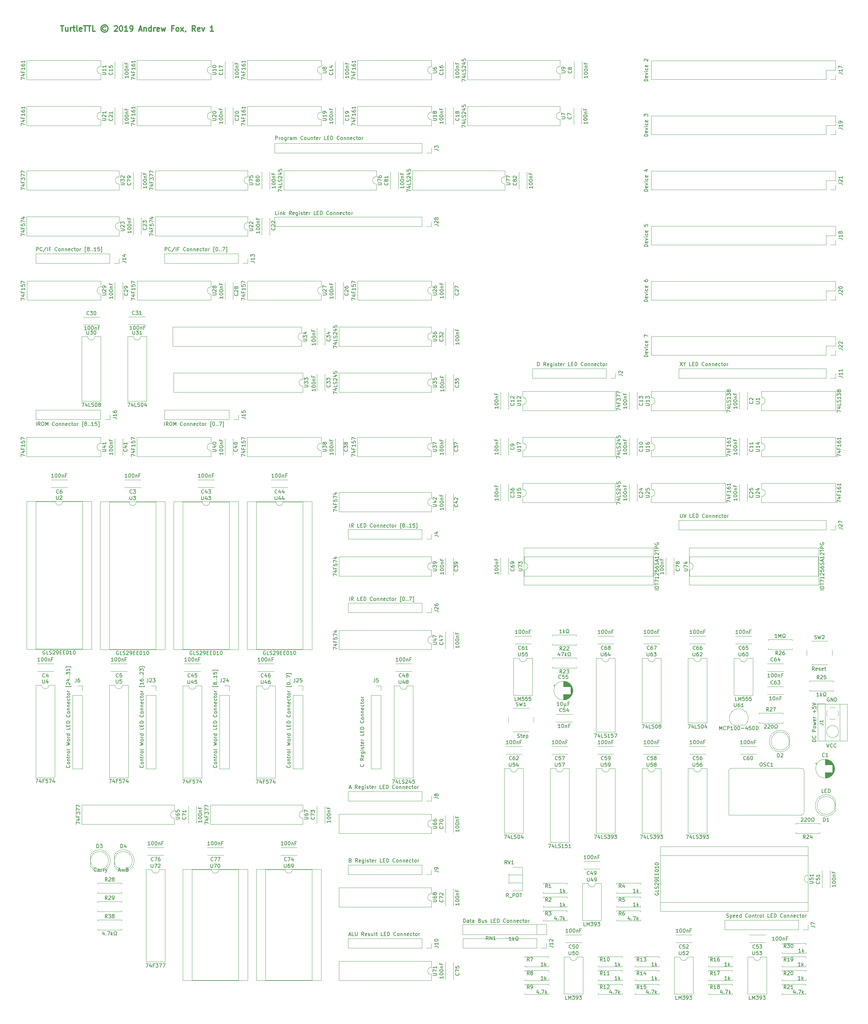
<source format=gbr>
G04 #@! TF.GenerationSoftware,KiCad,Pcbnew,(5.1.0-0)*
G04 #@! TF.CreationDate,2019-10-26T12:31:13-07:00*
G04 #@! TF.ProjectId,MainBoard,4d61696e-426f-4617-9264-2e6b69636164,rev?*
G04 #@! TF.SameCoordinates,Original*
G04 #@! TF.FileFunction,Legend,Top*
G04 #@! TF.FilePolarity,Positive*
%FSLAX46Y46*%
G04 Gerber Fmt 4.6, Leading zero omitted, Abs format (unit mm)*
G04 Created by KiCad (PCBNEW (5.1.0-0)) date 2019-10-26 12:31:13*
%MOMM*%
%LPD*%
G04 APERTURE LIST*
%ADD10C,0.150000*%
%ADD11C,0.300000*%
%ADD12C,0.120000*%
G04 APERTURE END LIST*
D10*
X395829404Y-261120000D02*
X395734166Y-261072380D01*
X395591309Y-261072380D01*
X395448452Y-261120000D01*
X395353214Y-261215238D01*
X395305595Y-261310476D01*
X395257976Y-261500952D01*
X395257976Y-261643809D01*
X395305595Y-261834285D01*
X395353214Y-261929523D01*
X395448452Y-262024761D01*
X395591309Y-262072380D01*
X395686547Y-262072380D01*
X395829404Y-262024761D01*
X395877023Y-261977142D01*
X395877023Y-261643809D01*
X395686547Y-261643809D01*
X396305595Y-262072380D02*
X396305595Y-261072380D01*
X396877023Y-262072380D01*
X396877023Y-261072380D01*
X397353214Y-262072380D02*
X397353214Y-261072380D01*
X397591309Y-261072380D01*
X397734166Y-261120000D01*
X397829404Y-261215238D01*
X397877023Y-261310476D01*
X397924642Y-261500952D01*
X397924642Y-261643809D01*
X397877023Y-261834285D01*
X397829404Y-261929523D01*
X397734166Y-262024761D01*
X397591309Y-262072380D01*
X397353214Y-262072380D01*
X395162738Y-273772380D02*
X395496071Y-274772380D01*
X395829404Y-273772380D01*
X396734166Y-274677142D02*
X396686547Y-274724761D01*
X396543690Y-274772380D01*
X396448452Y-274772380D01*
X396305595Y-274724761D01*
X396210357Y-274629523D01*
X396162738Y-274534285D01*
X396115119Y-274343809D01*
X396115119Y-274200952D01*
X396162738Y-274010476D01*
X396210357Y-273915238D01*
X396305595Y-273820000D01*
X396448452Y-273772380D01*
X396543690Y-273772380D01*
X396686547Y-273820000D01*
X396734166Y-273867619D01*
X397734166Y-274677142D02*
X397686547Y-274724761D01*
X397543690Y-274772380D01*
X397448452Y-274772380D01*
X397305595Y-274724761D01*
X397210357Y-274629523D01*
X397162738Y-274534285D01*
X397115119Y-274343809D01*
X397115119Y-274200952D01*
X397162738Y-274010476D01*
X397210357Y-273915238D01*
X397305595Y-273820000D01*
X397448452Y-273772380D01*
X397543690Y-273772380D01*
X397686547Y-273820000D01*
X397734166Y-273867619D01*
D11*
X183293571Y-75378571D02*
X184150714Y-75378571D01*
X183722142Y-76878571D02*
X183722142Y-75378571D01*
X185293571Y-75878571D02*
X185293571Y-76878571D01*
X184650714Y-75878571D02*
X184650714Y-76664285D01*
X184722142Y-76807142D01*
X184864999Y-76878571D01*
X185079285Y-76878571D01*
X185222142Y-76807142D01*
X185293571Y-76735714D01*
X186007857Y-76878571D02*
X186007857Y-75878571D01*
X186007857Y-76164285D02*
X186079285Y-76021428D01*
X186150714Y-75950000D01*
X186293571Y-75878571D01*
X186436428Y-75878571D01*
X186722142Y-75878571D02*
X187293571Y-75878571D01*
X186936428Y-75378571D02*
X186936428Y-76664285D01*
X187007857Y-76807142D01*
X187150714Y-76878571D01*
X187293571Y-76878571D01*
X188007857Y-76878571D02*
X187864999Y-76807142D01*
X187793571Y-76664285D01*
X187793571Y-75378571D01*
X189150714Y-76807142D02*
X189007857Y-76878571D01*
X188722142Y-76878571D01*
X188579285Y-76807142D01*
X188507857Y-76664285D01*
X188507857Y-76092857D01*
X188579285Y-75950000D01*
X188722142Y-75878571D01*
X189007857Y-75878571D01*
X189150714Y-75950000D01*
X189222142Y-76092857D01*
X189222142Y-76235714D01*
X188507857Y-76378571D01*
X189650714Y-75378571D02*
X190507857Y-75378571D01*
X190079285Y-76878571D02*
X190079285Y-75378571D01*
X190793571Y-75378571D02*
X191650714Y-75378571D01*
X191222142Y-76878571D02*
X191222142Y-75378571D01*
X192864999Y-76878571D02*
X192150714Y-76878571D01*
X192150714Y-75378571D01*
X195722142Y-75735714D02*
X195579285Y-75664285D01*
X195293571Y-75664285D01*
X195150714Y-75735714D01*
X195007857Y-75878571D01*
X194936428Y-76021428D01*
X194936428Y-76307142D01*
X195007857Y-76450000D01*
X195150714Y-76592857D01*
X195293571Y-76664285D01*
X195579285Y-76664285D01*
X195722142Y-76592857D01*
X195436428Y-75164285D02*
X195079285Y-75235714D01*
X194722142Y-75450000D01*
X194507857Y-75807142D01*
X194436428Y-76164285D01*
X194507857Y-76521428D01*
X194722142Y-76878571D01*
X195079285Y-77092857D01*
X195436428Y-77164285D01*
X195793571Y-77092857D01*
X196150714Y-76878571D01*
X196364999Y-76521428D01*
X196436428Y-76164285D01*
X196364999Y-75807142D01*
X196150714Y-75450000D01*
X195793571Y-75235714D01*
X195436428Y-75164285D01*
X198150714Y-75521428D02*
X198222142Y-75450000D01*
X198364999Y-75378571D01*
X198722142Y-75378571D01*
X198864999Y-75450000D01*
X198936428Y-75521428D01*
X199007857Y-75664285D01*
X199007857Y-75807142D01*
X198936428Y-76021428D01*
X198079285Y-76878571D01*
X199007857Y-76878571D01*
X199936428Y-75378571D02*
X200079285Y-75378571D01*
X200222142Y-75450000D01*
X200293571Y-75521428D01*
X200364999Y-75664285D01*
X200436428Y-75950000D01*
X200436428Y-76307142D01*
X200364999Y-76592857D01*
X200293571Y-76735714D01*
X200222142Y-76807142D01*
X200079285Y-76878571D01*
X199936428Y-76878571D01*
X199793571Y-76807142D01*
X199722142Y-76735714D01*
X199650714Y-76592857D01*
X199579285Y-76307142D01*
X199579285Y-75950000D01*
X199650714Y-75664285D01*
X199722142Y-75521428D01*
X199793571Y-75450000D01*
X199936428Y-75378571D01*
X201864999Y-76878571D02*
X201007857Y-76878571D01*
X201436428Y-76878571D02*
X201436428Y-75378571D01*
X201293571Y-75592857D01*
X201150714Y-75735714D01*
X201007857Y-75807142D01*
X202579285Y-76878571D02*
X202864999Y-76878571D01*
X203007857Y-76807142D01*
X203079285Y-76735714D01*
X203222142Y-76521428D01*
X203293571Y-76235714D01*
X203293571Y-75664285D01*
X203222142Y-75521428D01*
X203150714Y-75450000D01*
X203007857Y-75378571D01*
X202722142Y-75378571D01*
X202579285Y-75450000D01*
X202507857Y-75521428D01*
X202436428Y-75664285D01*
X202436428Y-76021428D01*
X202507857Y-76164285D01*
X202579285Y-76235714D01*
X202722142Y-76307142D01*
X203007857Y-76307142D01*
X203150714Y-76235714D01*
X203222142Y-76164285D01*
X203293571Y-76021428D01*
X205007857Y-76450000D02*
X205722142Y-76450000D01*
X204864999Y-76878571D02*
X205364999Y-75378571D01*
X205864999Y-76878571D01*
X206365000Y-75878571D02*
X206365000Y-76878571D01*
X206365000Y-76021428D02*
X206436428Y-75950000D01*
X206579285Y-75878571D01*
X206793571Y-75878571D01*
X206936428Y-75950000D01*
X207007857Y-76092857D01*
X207007857Y-76878571D01*
X208365000Y-76878571D02*
X208365000Y-75378571D01*
X208365000Y-76807142D02*
X208222142Y-76878571D01*
X207936428Y-76878571D01*
X207793571Y-76807142D01*
X207722142Y-76735714D01*
X207650714Y-76592857D01*
X207650714Y-76164285D01*
X207722142Y-76021428D01*
X207793571Y-75950000D01*
X207936428Y-75878571D01*
X208222142Y-75878571D01*
X208365000Y-75950000D01*
X209079285Y-76878571D02*
X209079285Y-75878571D01*
X209079285Y-76164285D02*
X209150714Y-76021428D01*
X209222142Y-75950000D01*
X209365000Y-75878571D01*
X209507857Y-75878571D01*
X210579285Y-76807142D02*
X210436428Y-76878571D01*
X210150714Y-76878571D01*
X210007857Y-76807142D01*
X209936428Y-76664285D01*
X209936428Y-76092857D01*
X210007857Y-75950000D01*
X210150714Y-75878571D01*
X210436428Y-75878571D01*
X210579285Y-75950000D01*
X210650714Y-76092857D01*
X210650714Y-76235714D01*
X209936428Y-76378571D01*
X211150714Y-75878571D02*
X211436428Y-76878571D01*
X211722142Y-76164285D01*
X212007857Y-76878571D01*
X212293571Y-75878571D01*
X214507857Y-76092857D02*
X214007857Y-76092857D01*
X214007857Y-76878571D02*
X214007857Y-75378571D01*
X214722142Y-75378571D01*
X215507857Y-76878571D02*
X215365000Y-76807142D01*
X215293571Y-76735714D01*
X215222142Y-76592857D01*
X215222142Y-76164285D01*
X215293571Y-76021428D01*
X215365000Y-75950000D01*
X215507857Y-75878571D01*
X215722142Y-75878571D01*
X215865000Y-75950000D01*
X215936428Y-76021428D01*
X216007857Y-76164285D01*
X216007857Y-76592857D01*
X215936428Y-76735714D01*
X215865000Y-76807142D01*
X215722142Y-76878571D01*
X215507857Y-76878571D01*
X216507857Y-76878571D02*
X217293571Y-75878571D01*
X216507857Y-75878571D02*
X217293571Y-76878571D01*
X217936428Y-76807142D02*
X217936428Y-76878571D01*
X217865000Y-77021428D01*
X217793571Y-77092857D01*
X220579285Y-76878571D02*
X220079285Y-76164285D01*
X219722142Y-76878571D02*
X219722142Y-75378571D01*
X220293571Y-75378571D01*
X220436428Y-75450000D01*
X220507857Y-75521428D01*
X220579285Y-75664285D01*
X220579285Y-75878571D01*
X220507857Y-76021428D01*
X220436428Y-76092857D01*
X220293571Y-76164285D01*
X219722142Y-76164285D01*
X221793571Y-76807142D02*
X221650714Y-76878571D01*
X221365000Y-76878571D01*
X221222142Y-76807142D01*
X221150714Y-76664285D01*
X221150714Y-76092857D01*
X221222142Y-75950000D01*
X221365000Y-75878571D01*
X221650714Y-75878571D01*
X221793571Y-75950000D01*
X221865000Y-76092857D01*
X221865000Y-76235714D01*
X221150714Y-76378571D01*
X222365000Y-75878571D02*
X222722142Y-76878571D01*
X223079285Y-75878571D01*
X225579285Y-76878571D02*
X224722142Y-76878571D01*
X225150714Y-76878571D02*
X225150714Y-75378571D01*
X225007857Y-75592857D01*
X224865000Y-75735714D01*
X224722142Y-75807142D01*
D10*
X199302857Y-308776666D02*
X199779047Y-308776666D01*
X199207619Y-309062380D02*
X199540952Y-308062380D01*
X199874285Y-309062380D01*
X200207619Y-308538571D02*
X200969523Y-308538571D01*
X200969523Y-308824285D02*
X200207619Y-308824285D01*
X201779047Y-308538571D02*
X201921904Y-308586190D01*
X201969523Y-308633809D01*
X202017142Y-308729047D01*
X202017142Y-308871904D01*
X201969523Y-308967142D01*
X201921904Y-309014761D01*
X201826666Y-309062380D01*
X201445714Y-309062380D01*
X201445714Y-308062380D01*
X201779047Y-308062380D01*
X201874285Y-308110000D01*
X201921904Y-308157619D01*
X201969523Y-308252857D01*
X201969523Y-308348095D01*
X201921904Y-308443333D01*
X201874285Y-308490952D01*
X201779047Y-308538571D01*
X201445714Y-308538571D01*
X193167142Y-308967142D02*
X193119523Y-309014761D01*
X192976666Y-309062380D01*
X192881428Y-309062380D01*
X192738571Y-309014761D01*
X192643333Y-308919523D01*
X192595714Y-308824285D01*
X192548095Y-308633809D01*
X192548095Y-308490952D01*
X192595714Y-308300476D01*
X192643333Y-308205238D01*
X192738571Y-308110000D01*
X192881428Y-308062380D01*
X192976666Y-308062380D01*
X193119523Y-308110000D01*
X193167142Y-308157619D01*
X194024285Y-309062380D02*
X194024285Y-308538571D01*
X193976666Y-308443333D01*
X193881428Y-308395714D01*
X193690952Y-308395714D01*
X193595714Y-308443333D01*
X194024285Y-309014761D02*
X193929047Y-309062380D01*
X193690952Y-309062380D01*
X193595714Y-309014761D01*
X193548095Y-308919523D01*
X193548095Y-308824285D01*
X193595714Y-308729047D01*
X193690952Y-308681428D01*
X193929047Y-308681428D01*
X194024285Y-308633809D01*
X194500476Y-309062380D02*
X194500476Y-308395714D01*
X194500476Y-308586190D02*
X194548095Y-308490952D01*
X194595714Y-308443333D01*
X194690952Y-308395714D01*
X194786190Y-308395714D01*
X195119523Y-309062380D02*
X195119523Y-308395714D01*
X195119523Y-308586190D02*
X195167142Y-308490952D01*
X195214761Y-308443333D01*
X195310000Y-308395714D01*
X195405238Y-308395714D01*
X195643333Y-308395714D02*
X195881428Y-309062380D01*
X196119523Y-308395714D02*
X195881428Y-309062380D01*
X195786190Y-309300476D01*
X195738571Y-309348095D01*
X195643333Y-309395714D01*
D12*
X389350000Y-331697000D02*
X389350000Y-331367000D01*
X382810000Y-331697000D02*
X389350000Y-331697000D01*
X382810000Y-331367000D02*
X382810000Y-331697000D01*
X389350000Y-328957000D02*
X389350000Y-329287000D01*
X382810000Y-328957000D02*
X389350000Y-328957000D01*
X382810000Y-329287000D02*
X382810000Y-328957000D01*
X306130000Y-120760000D02*
X306130000Y-119110000D01*
X280610000Y-120760000D02*
X306130000Y-120760000D01*
X280610000Y-115460000D02*
X280610000Y-120760000D01*
X306130000Y-115460000D02*
X280610000Y-115460000D01*
X306130000Y-117110000D02*
X306130000Y-115460000D01*
X306130000Y-119110000D02*
G75*
G02X306130000Y-117110000I0J1000000D01*
G01*
X270570000Y-120760000D02*
X270570000Y-119110000D01*
X245050000Y-120760000D02*
X270570000Y-120760000D01*
X245050000Y-115460000D02*
X245050000Y-120760000D01*
X270570000Y-115460000D02*
X245050000Y-115460000D01*
X270570000Y-117110000D02*
X270570000Y-115460000D01*
X270570000Y-119110000D02*
G75*
G02X270570000Y-117110000I0J1000000D01*
G01*
X235010000Y-120760000D02*
X235010000Y-119110000D01*
X209490000Y-120760000D02*
X235010000Y-120760000D01*
X209490000Y-115460000D02*
X209490000Y-120760000D01*
X235010000Y-115460000D02*
X209490000Y-115460000D01*
X235010000Y-117110000D02*
X235010000Y-115460000D01*
X235010000Y-119110000D02*
G75*
G02X235010000Y-117110000I0J1000000D01*
G01*
X199450000Y-120760000D02*
X199450000Y-119110000D01*
X173930000Y-120760000D02*
X199450000Y-120760000D01*
X173930000Y-115460000D02*
X173930000Y-120760000D01*
X199450000Y-115460000D02*
X173930000Y-115460000D01*
X199450000Y-117110000D02*
X199450000Y-115460000D01*
X199450000Y-119110000D02*
G75*
G02X199450000Y-117110000I0J1000000D01*
G01*
X285810000Y-129540000D02*
X285810000Y-130870000D01*
X285810000Y-130870000D02*
X284480000Y-130870000D01*
X283210000Y-130870000D02*
X242510000Y-130870000D01*
X242510000Y-128210000D02*
X242510000Y-130870000D01*
X283210000Y-128210000D02*
X242510000Y-128210000D01*
X283210000Y-128210000D02*
X283210000Y-130870000D01*
X312205000Y-115880000D02*
X312220000Y-115880000D01*
X310080000Y-115880000D02*
X310095000Y-115880000D01*
X312205000Y-120420000D02*
X312220000Y-120420000D01*
X310080000Y-120420000D02*
X310095000Y-120420000D01*
X312220000Y-120420000D02*
X312220000Y-115880000D01*
X310080000Y-120420000D02*
X310080000Y-115880000D01*
X276645000Y-115880000D02*
X276660000Y-115880000D01*
X274520000Y-115880000D02*
X274535000Y-115880000D01*
X276645000Y-120420000D02*
X276660000Y-120420000D01*
X274520000Y-120420000D02*
X274535000Y-120420000D01*
X276660000Y-120420000D02*
X276660000Y-115880000D01*
X274520000Y-120420000D02*
X274520000Y-115880000D01*
X241085000Y-115880000D02*
X241100000Y-115880000D01*
X238960000Y-115880000D02*
X238975000Y-115880000D01*
X241085000Y-120420000D02*
X241100000Y-120420000D01*
X238960000Y-120420000D02*
X238975000Y-120420000D01*
X241100000Y-120420000D02*
X241100000Y-115880000D01*
X238960000Y-120420000D02*
X238960000Y-115880000D01*
X205525000Y-115880000D02*
X205540000Y-115880000D01*
X203400000Y-115880000D02*
X203415000Y-115880000D01*
X205525000Y-120420000D02*
X205540000Y-120420000D01*
X203400000Y-120420000D02*
X203415000Y-120420000D01*
X205540000Y-120420000D02*
X205540000Y-115880000D01*
X203400000Y-120420000D02*
X203400000Y-115880000D01*
X357150000Y-219650000D02*
X357150000Y-229930000D01*
X392950000Y-219650000D02*
X357150000Y-219650000D01*
X392950000Y-229930000D02*
X392950000Y-219650000D01*
X357150000Y-229930000D02*
X392950000Y-229930000D01*
X357210000Y-222140000D02*
X357210000Y-223790000D01*
X392890000Y-222140000D02*
X357210000Y-222140000D01*
X392890000Y-227440000D02*
X392890000Y-222140000D01*
X357210000Y-227440000D02*
X392890000Y-227440000D01*
X357210000Y-225790000D02*
X357210000Y-227440000D01*
X357210000Y-223790000D02*
G75*
G02X357210000Y-225790000I0J-1000000D01*
G01*
X311430000Y-219650000D02*
X311430000Y-229930000D01*
X347230000Y-219650000D02*
X311430000Y-219650000D01*
X347230000Y-229930000D02*
X347230000Y-219650000D01*
X311430000Y-229930000D02*
X347230000Y-229930000D01*
X311490000Y-222140000D02*
X311490000Y-223790000D01*
X347170000Y-222140000D02*
X311490000Y-222140000D01*
X347170000Y-227440000D02*
X347170000Y-222140000D01*
X311490000Y-227440000D02*
X347170000Y-227440000D01*
X311490000Y-225790000D02*
X311490000Y-227440000D01*
X311490000Y-223790000D02*
G75*
G02X311490000Y-225790000I0J-1000000D01*
G01*
X397570000Y-88900000D02*
X397570000Y-90230000D01*
X397570000Y-90230000D02*
X396240000Y-90230000D01*
X397570000Y-87630000D02*
X394970000Y-87630000D01*
X394970000Y-87630000D02*
X394970000Y-90230000D01*
X394970000Y-90230000D02*
X346650000Y-90230000D01*
X346650000Y-85030000D02*
X346650000Y-90230000D01*
X397570000Y-85030000D02*
X346650000Y-85030000D01*
X397570000Y-85030000D02*
X397570000Y-87630000D01*
X350735000Y-227020000D02*
X350720000Y-227020000D01*
X352860000Y-227020000D02*
X352845000Y-227020000D01*
X350735000Y-222480000D02*
X350720000Y-222480000D01*
X352860000Y-222480000D02*
X352845000Y-222480000D01*
X350720000Y-222480000D02*
X350720000Y-227020000D01*
X352860000Y-222480000D02*
X352860000Y-227020000D01*
X305015000Y-227020000D02*
X305000000Y-227020000D01*
X307140000Y-227020000D02*
X307125000Y-227020000D01*
X305015000Y-222480000D02*
X305000000Y-222480000D01*
X307140000Y-222480000D02*
X307125000Y-222480000D01*
X305000000Y-222480000D02*
X305000000Y-227020000D01*
X307140000Y-222480000D02*
X307140000Y-227020000D01*
X397570000Y-171450000D02*
X397570000Y-172780000D01*
X397570000Y-172780000D02*
X396240000Y-172780000D01*
X394970000Y-172780000D02*
X354270000Y-172780000D01*
X354270000Y-170120000D02*
X354270000Y-172780000D01*
X394970000Y-170120000D02*
X354270000Y-170120000D01*
X394970000Y-170120000D02*
X394970000Y-172780000D01*
X346650000Y-201820000D02*
X346650000Y-203470000D01*
X367090000Y-201820000D02*
X346650000Y-201820000D01*
X367090000Y-207120000D02*
X367090000Y-201820000D01*
X346650000Y-207120000D02*
X367090000Y-207120000D01*
X346650000Y-205470000D02*
X346650000Y-207120000D01*
X346650000Y-203470000D02*
G75*
G02X346650000Y-205470000I0J-1000000D01*
G01*
X377130000Y-201820000D02*
X377130000Y-203470000D01*
X397570000Y-201820000D02*
X377130000Y-201820000D01*
X397570000Y-207120000D02*
X397570000Y-201820000D01*
X377130000Y-207120000D02*
X397570000Y-207120000D01*
X377130000Y-205470000D02*
X377130000Y-207120000D01*
X377130000Y-203470000D02*
G75*
G02X377130000Y-205470000I0J-1000000D01*
G01*
X311090000Y-189120000D02*
X311090000Y-190770000D01*
X336610000Y-189120000D02*
X311090000Y-189120000D01*
X336610000Y-194420000D02*
X336610000Y-189120000D01*
X311090000Y-194420000D02*
X336610000Y-194420000D01*
X311090000Y-192770000D02*
X311090000Y-194420000D01*
X311090000Y-190770000D02*
G75*
G02X311090000Y-192770000I0J-1000000D01*
G01*
X346650000Y-189120000D02*
X346650000Y-190770000D01*
X367090000Y-189120000D02*
X346650000Y-189120000D01*
X367090000Y-194420000D02*
X367090000Y-189120000D01*
X346650000Y-194420000D02*
X367090000Y-194420000D01*
X346650000Y-192770000D02*
X346650000Y-194420000D01*
X346650000Y-190770000D02*
G75*
G02X346650000Y-192770000I0J-1000000D01*
G01*
X311090000Y-201820000D02*
X311090000Y-203470000D01*
X336610000Y-201820000D02*
X311090000Y-201820000D01*
X336610000Y-207120000D02*
X336610000Y-201820000D01*
X311090000Y-207120000D02*
X336610000Y-207120000D01*
X311090000Y-205470000D02*
X311090000Y-207120000D01*
X311090000Y-203470000D02*
G75*
G02X311090000Y-205470000I0J-1000000D01*
G01*
X377130000Y-189120000D02*
X377130000Y-190770000D01*
X397570000Y-189120000D02*
X377130000Y-189120000D01*
X397570000Y-194420000D02*
X397570000Y-189120000D01*
X377130000Y-194420000D02*
X397570000Y-194420000D01*
X377130000Y-192770000D02*
X377130000Y-194420000D01*
X377130000Y-190770000D02*
G75*
G02X377130000Y-192770000I0J-1000000D01*
G01*
X397570000Y-213360000D02*
X397570000Y-214690000D01*
X397570000Y-214690000D02*
X396240000Y-214690000D01*
X394970000Y-214690000D02*
X354270000Y-214690000D01*
X354270000Y-212030000D02*
X354270000Y-214690000D01*
X394970000Y-212030000D02*
X354270000Y-212030000D01*
X394970000Y-212030000D02*
X394970000Y-214690000D01*
X305015000Y-206700000D02*
X305000000Y-206700000D01*
X307140000Y-206700000D02*
X307125000Y-206700000D01*
X305015000Y-202160000D02*
X305000000Y-202160000D01*
X307140000Y-202160000D02*
X307125000Y-202160000D01*
X305000000Y-202160000D02*
X305000000Y-206700000D01*
X307140000Y-202160000D02*
X307140000Y-206700000D01*
X371055000Y-206700000D02*
X371040000Y-206700000D01*
X373180000Y-206700000D02*
X373165000Y-206700000D01*
X371055000Y-202160000D02*
X371040000Y-202160000D01*
X373180000Y-202160000D02*
X373165000Y-202160000D01*
X371040000Y-202160000D02*
X371040000Y-206700000D01*
X373180000Y-202160000D02*
X373180000Y-206700000D01*
X340575000Y-206700000D02*
X340560000Y-206700000D01*
X342700000Y-206700000D02*
X342685000Y-206700000D01*
X340575000Y-202160000D02*
X340560000Y-202160000D01*
X342700000Y-202160000D02*
X342685000Y-202160000D01*
X340560000Y-202160000D02*
X340560000Y-206700000D01*
X342700000Y-202160000D02*
X342700000Y-206700000D01*
X371055000Y-194000000D02*
X371040000Y-194000000D01*
X373180000Y-194000000D02*
X373165000Y-194000000D01*
X371055000Y-189460000D02*
X371040000Y-189460000D01*
X373180000Y-189460000D02*
X373165000Y-189460000D01*
X371040000Y-189460000D02*
X371040000Y-194000000D01*
X373180000Y-189460000D02*
X373180000Y-194000000D01*
X340575000Y-194000000D02*
X340560000Y-194000000D01*
X342700000Y-194000000D02*
X342685000Y-194000000D01*
X340575000Y-189460000D02*
X340560000Y-189460000D01*
X342700000Y-189460000D02*
X342685000Y-189460000D01*
X340560000Y-189460000D02*
X340560000Y-194000000D01*
X342700000Y-189460000D02*
X342700000Y-194000000D01*
X305015000Y-194000000D02*
X305000000Y-194000000D01*
X307140000Y-194000000D02*
X307125000Y-194000000D01*
X305015000Y-189460000D02*
X305000000Y-189460000D01*
X307140000Y-189460000D02*
X307125000Y-189460000D01*
X305000000Y-189460000D02*
X305000000Y-194000000D01*
X307140000Y-189460000D02*
X307140000Y-194000000D01*
X194370000Y-90280000D02*
X194370000Y-88630000D01*
X173930000Y-90280000D02*
X194370000Y-90280000D01*
X173930000Y-84980000D02*
X173930000Y-90280000D01*
X194370000Y-84980000D02*
X173930000Y-84980000D01*
X194370000Y-86630000D02*
X194370000Y-84980000D01*
X194370000Y-88630000D02*
G75*
G02X194370000Y-86630000I0J1000000D01*
G01*
X224850000Y-90280000D02*
X224850000Y-88630000D01*
X204410000Y-90280000D02*
X224850000Y-90280000D01*
X204410000Y-84980000D02*
X204410000Y-90280000D01*
X224850000Y-84980000D02*
X204410000Y-84980000D01*
X224850000Y-86630000D02*
X224850000Y-84980000D01*
X224850000Y-88630000D02*
G75*
G02X224850000Y-86630000I0J1000000D01*
G01*
X321370000Y-90280000D02*
X321370000Y-88630000D01*
X295850000Y-90280000D02*
X321370000Y-90280000D01*
X295850000Y-84980000D02*
X295850000Y-90280000D01*
X321370000Y-84980000D02*
X295850000Y-84980000D01*
X321370000Y-86630000D02*
X321370000Y-84980000D01*
X321370000Y-88630000D02*
G75*
G02X321370000Y-86630000I0J1000000D01*
G01*
X255330000Y-90280000D02*
X255330000Y-88630000D01*
X234890000Y-90280000D02*
X255330000Y-90280000D01*
X234890000Y-84980000D02*
X234890000Y-90280000D01*
X255330000Y-84980000D02*
X234890000Y-84980000D01*
X255330000Y-86630000D02*
X255330000Y-84980000D01*
X255330000Y-88630000D02*
G75*
G02X255330000Y-86630000I0J1000000D01*
G01*
X321370000Y-102980000D02*
X321370000Y-101330000D01*
X295850000Y-102980000D02*
X321370000Y-102980000D01*
X295850000Y-97680000D02*
X295850000Y-102980000D01*
X321370000Y-97680000D02*
X295850000Y-97680000D01*
X321370000Y-99330000D02*
X321370000Y-97680000D01*
X321370000Y-101330000D02*
G75*
G02X321370000Y-99330000I0J1000000D01*
G01*
X285810000Y-90280000D02*
X285810000Y-88630000D01*
X265370000Y-90280000D02*
X285810000Y-90280000D01*
X265370000Y-84980000D02*
X265370000Y-90280000D01*
X285810000Y-84980000D02*
X265370000Y-84980000D01*
X285810000Y-86630000D02*
X285810000Y-84980000D01*
X285810000Y-88630000D02*
G75*
G02X285810000Y-86630000I0J1000000D01*
G01*
X327445000Y-85400000D02*
X327460000Y-85400000D01*
X325320000Y-85400000D02*
X325335000Y-85400000D01*
X327445000Y-89940000D02*
X327460000Y-89940000D01*
X325320000Y-89940000D02*
X325335000Y-89940000D01*
X327460000Y-89940000D02*
X327460000Y-85400000D01*
X325320000Y-89940000D02*
X325320000Y-85400000D01*
X327318000Y-98100000D02*
X327333000Y-98100000D01*
X325193000Y-98100000D02*
X325208000Y-98100000D01*
X327318000Y-102640000D02*
X327333000Y-102640000D01*
X325193000Y-102640000D02*
X325208000Y-102640000D01*
X327333000Y-102640000D02*
X327333000Y-98100000D01*
X325193000Y-102640000D02*
X325193000Y-98100000D01*
X275900000Y-251675000D02*
X275900000Y-251660000D01*
X275900000Y-253800000D02*
X275900000Y-253785000D01*
X280440000Y-251675000D02*
X280440000Y-251660000D01*
X280440000Y-253800000D02*
X280440000Y-253785000D01*
X280440000Y-251660000D02*
X275900000Y-251660000D01*
X280440000Y-253800000D02*
X275900000Y-253800000D01*
X285810000Y-236220000D02*
X285810000Y-237550000D01*
X285810000Y-237550000D02*
X284480000Y-237550000D01*
X283210000Y-237550000D02*
X262830000Y-237550000D01*
X262830000Y-234890000D02*
X262830000Y-237550000D01*
X283210000Y-234890000D02*
X262830000Y-234890000D01*
X283210000Y-234890000D02*
X283210000Y-237550000D01*
X285810000Y-215900000D02*
X285810000Y-217230000D01*
X285810000Y-217230000D02*
X284480000Y-217230000D01*
X283210000Y-217230000D02*
X262830000Y-217230000D01*
X262830000Y-214570000D02*
X262830000Y-217230000D01*
X283210000Y-214570000D02*
X262830000Y-214570000D01*
X283210000Y-214570000D02*
X283210000Y-217230000D01*
X235010000Y-308490000D02*
X217110000Y-308490000D01*
X235010000Y-339210000D02*
X235010000Y-308490000D01*
X217110000Y-339210000D02*
X235010000Y-339210000D01*
X217110000Y-308490000D02*
X217110000Y-339210000D01*
X232520000Y-308550000D02*
X227060000Y-308550000D01*
X232520000Y-339150000D02*
X232520000Y-308550000D01*
X219600000Y-339150000D02*
X232520000Y-339150000D01*
X219600000Y-308550000D02*
X219600000Y-339150000D01*
X225060000Y-308550000D02*
X219600000Y-308550000D01*
X227060000Y-308550000D02*
G75*
G02X225060000Y-308550000I-1000000J0D01*
G01*
X255330000Y-308490000D02*
X237430000Y-308490000D01*
X255330000Y-339210000D02*
X255330000Y-308490000D01*
X237430000Y-339210000D02*
X255330000Y-339210000D01*
X237430000Y-308490000D02*
X237430000Y-339210000D01*
X252840000Y-308550000D02*
X247380000Y-308550000D01*
X252840000Y-339150000D02*
X252840000Y-308550000D01*
X239920000Y-339150000D02*
X252840000Y-339150000D01*
X239920000Y-308550000D02*
X239920000Y-339150000D01*
X245380000Y-308550000D02*
X239920000Y-308550000D01*
X247380000Y-308550000D02*
G75*
G02X245380000Y-308550000I-1000000J0D01*
G01*
X285810000Y-339200000D02*
X285810000Y-337550000D01*
X260290000Y-339200000D02*
X285810000Y-339200000D01*
X260290000Y-333900000D02*
X260290000Y-339200000D01*
X285810000Y-333900000D02*
X260290000Y-333900000D01*
X285810000Y-335550000D02*
X285810000Y-333900000D01*
X285810000Y-337550000D02*
G75*
G02X285810000Y-335550000I0J1000000D01*
G01*
X285810000Y-318880000D02*
X285810000Y-317230000D01*
X260290000Y-318880000D02*
X285810000Y-318880000D01*
X260290000Y-313580000D02*
X260290000Y-318880000D01*
X285810000Y-313580000D02*
X260290000Y-313580000D01*
X285810000Y-315230000D02*
X285810000Y-313580000D01*
X285810000Y-317230000D02*
G75*
G02X285810000Y-315230000I0J1000000D01*
G01*
X285810000Y-298560000D02*
X285810000Y-296910000D01*
X260290000Y-298560000D02*
X285810000Y-298560000D01*
X260290000Y-293260000D02*
X260290000Y-298560000D01*
X285810000Y-293260000D02*
X260290000Y-293260000D01*
X285810000Y-294910000D02*
X285810000Y-293260000D01*
X285810000Y-296910000D02*
G75*
G02X285810000Y-294910000I0J1000000D01*
G01*
X280780000Y-257750000D02*
X279130000Y-257750000D01*
X280780000Y-283270000D02*
X280780000Y-257750000D01*
X275480000Y-283270000D02*
X280780000Y-283270000D01*
X275480000Y-257750000D02*
X275480000Y-283270000D01*
X277130000Y-257750000D02*
X275480000Y-257750000D01*
X279130000Y-257750000D02*
G75*
G02X277130000Y-257750000I-1000000J0D01*
G01*
X285810000Y-163940000D02*
X285810000Y-162290000D01*
X260290000Y-163940000D02*
X285810000Y-163940000D01*
X260290000Y-158640000D02*
X260290000Y-163940000D01*
X285810000Y-158640000D02*
X260290000Y-158640000D01*
X285810000Y-160290000D02*
X285810000Y-158640000D01*
X285810000Y-162290000D02*
G75*
G02X285810000Y-160290000I0J1000000D01*
G01*
X285810000Y-176640000D02*
X285810000Y-174990000D01*
X260290000Y-176640000D02*
X285810000Y-176640000D01*
X260290000Y-171340000D02*
X260290000Y-176640000D01*
X285810000Y-171340000D02*
X260290000Y-171340000D01*
X285810000Y-172990000D02*
X285810000Y-171340000D01*
X285810000Y-174990000D02*
G75*
G02X285810000Y-172990000I0J1000000D01*
G01*
X249945800Y-163940000D02*
X249945800Y-162290000D01*
X214265800Y-163940000D02*
X249945800Y-163940000D01*
X214265800Y-158640000D02*
X214265800Y-163940000D01*
X249945800Y-158640000D02*
X214265800Y-158640000D01*
X249945800Y-160290000D02*
X249945800Y-158640000D01*
X249945800Y-162290000D02*
G75*
G02X249945800Y-160290000I0J1000000D01*
G01*
X250250000Y-176640000D02*
X250250000Y-174990000D01*
X214570000Y-176640000D02*
X250250000Y-176640000D01*
X214570000Y-171340000D02*
X214570000Y-176640000D01*
X250250000Y-171340000D02*
X214570000Y-171340000D01*
X250250000Y-172990000D02*
X250250000Y-171340000D01*
X250250000Y-174990000D02*
G75*
G02X250250000Y-172990000I0J1000000D01*
G01*
X248920000Y-257750000D02*
X250250000Y-257750000D01*
X250250000Y-257750000D02*
X250250000Y-259080000D01*
X250250000Y-260350000D02*
X250250000Y-280730000D01*
X247590000Y-280730000D02*
X250250000Y-280730000D01*
X247590000Y-260350000D02*
X247590000Y-280730000D01*
X247590000Y-260350000D02*
X250250000Y-260350000D01*
X228600000Y-257750000D02*
X229930000Y-257750000D01*
X229930000Y-257750000D02*
X229930000Y-259080000D01*
X229930000Y-260350000D02*
X229930000Y-280730000D01*
X227270000Y-280730000D02*
X229930000Y-280730000D01*
X227270000Y-260350000D02*
X227270000Y-280730000D01*
X227270000Y-260350000D02*
X229930000Y-260350000D01*
X208280000Y-257750000D02*
X209610000Y-257750000D01*
X209610000Y-257750000D02*
X209610000Y-259080000D01*
X209610000Y-260350000D02*
X209610000Y-280730000D01*
X206950000Y-280730000D02*
X209610000Y-280730000D01*
X206950000Y-260350000D02*
X206950000Y-280730000D01*
X206950000Y-260350000D02*
X209610000Y-260350000D01*
X187960000Y-257750000D02*
X189290000Y-257750000D01*
X189290000Y-257750000D02*
X189290000Y-259080000D01*
X189290000Y-260350000D02*
X189290000Y-280730000D01*
X186630000Y-280730000D02*
X189290000Y-280730000D01*
X186630000Y-260350000D02*
X186630000Y-280730000D01*
X186630000Y-260350000D02*
X189290000Y-260350000D01*
X202040000Y-257592000D02*
X200390000Y-257592000D01*
X202040000Y-283112000D02*
X202040000Y-257592000D01*
X196740000Y-283112000D02*
X202040000Y-283112000D01*
X196740000Y-257592000D02*
X196740000Y-283112000D01*
X198390000Y-257592000D02*
X196740000Y-257592000D01*
X200390000Y-257592000D02*
G75*
G02X198390000Y-257592000I-1000000J0D01*
G01*
X181720000Y-257592000D02*
X180070000Y-257592000D01*
X181720000Y-283112000D02*
X181720000Y-257592000D01*
X176420000Y-283112000D02*
X181720000Y-283112000D01*
X176420000Y-257592000D02*
X176420000Y-283112000D01*
X178070000Y-257592000D02*
X176420000Y-257592000D01*
X180070000Y-257592000D02*
G75*
G02X178070000Y-257592000I-1000000J0D01*
G01*
X212150000Y-206890000D02*
X194250000Y-206890000D01*
X212150000Y-247770000D02*
X212150000Y-206890000D01*
X194250000Y-247770000D02*
X212150000Y-247770000D01*
X194250000Y-206890000D02*
X194250000Y-247770000D01*
X209660000Y-206950000D02*
X204200000Y-206950000D01*
X209660000Y-247710000D02*
X209660000Y-206950000D01*
X196740000Y-247710000D02*
X209660000Y-247710000D01*
X196740000Y-206950000D02*
X196740000Y-247710000D01*
X202200000Y-206950000D02*
X196740000Y-206950000D01*
X204200000Y-206950000D02*
G75*
G02X202200000Y-206950000I-1000000J0D01*
G01*
X191830000Y-206782000D02*
X173930000Y-206782000D01*
X191830000Y-247662000D02*
X191830000Y-206782000D01*
X173930000Y-247662000D02*
X191830000Y-247662000D01*
X173930000Y-206782000D02*
X173930000Y-247662000D01*
X189340000Y-206842000D02*
X183880000Y-206842000D01*
X189340000Y-247602000D02*
X189340000Y-206842000D01*
X176420000Y-247602000D02*
X189340000Y-247602000D01*
X176420000Y-206842000D02*
X176420000Y-247602000D01*
X181880000Y-206842000D02*
X176420000Y-206842000D01*
X183880000Y-206842000D02*
G75*
G02X181880000Y-206842000I-1000000J0D01*
G01*
X180650000Y-200875000D02*
X180650000Y-200860000D01*
X180650000Y-203000000D02*
X180650000Y-202985000D01*
X185190000Y-200875000D02*
X185190000Y-200860000D01*
X185190000Y-203000000D02*
X185190000Y-202985000D01*
X185190000Y-200860000D02*
X180650000Y-200860000D01*
X185190000Y-203000000D02*
X180650000Y-203000000D01*
X197160000Y-251675000D02*
X197160000Y-251660000D01*
X197160000Y-253800000D02*
X197160000Y-253785000D01*
X201700000Y-251675000D02*
X201700000Y-251660000D01*
X201700000Y-253800000D02*
X201700000Y-253785000D01*
X201700000Y-251660000D02*
X197160000Y-251660000D01*
X201700000Y-253800000D02*
X197160000Y-253800000D01*
X176840000Y-251675000D02*
X176840000Y-251660000D01*
X176840000Y-253800000D02*
X176840000Y-253785000D01*
X181380000Y-251675000D02*
X181380000Y-251660000D01*
X181380000Y-253800000D02*
X181380000Y-253785000D01*
X181380000Y-251660000D02*
X176840000Y-251660000D01*
X181380000Y-253800000D02*
X176840000Y-253800000D01*
X200970000Y-200875000D02*
X200970000Y-200860000D01*
X200970000Y-203000000D02*
X200970000Y-202985000D01*
X205510000Y-200875000D02*
X205510000Y-200860000D01*
X205510000Y-203000000D02*
X205510000Y-202985000D01*
X205510000Y-200860000D02*
X200970000Y-200860000D01*
X205510000Y-203000000D02*
X200970000Y-203000000D01*
X377130000Y-176420000D02*
X377130000Y-178070000D01*
X397570000Y-176420000D02*
X377130000Y-176420000D01*
X397570000Y-181720000D02*
X397570000Y-176420000D01*
X377130000Y-181720000D02*
X397570000Y-181720000D01*
X377130000Y-180070000D02*
X377130000Y-181720000D01*
X377130000Y-178070000D02*
G75*
G02X377130000Y-180070000I0J-1000000D01*
G01*
X392448000Y-262630000D02*
X392448000Y-264630000D01*
X394688000Y-262630000D02*
X392448000Y-262630000D01*
X395772000Y-269250000D02*
X395679000Y-269156000D01*
X398023000Y-271500000D02*
X397964000Y-271441000D01*
X395532000Y-269420000D02*
X395474000Y-269361000D01*
X397817000Y-271705000D02*
X397724000Y-271611000D01*
X400808000Y-272990000D02*
X392688000Y-272990000D01*
X400808000Y-262870000D02*
X392688000Y-262870000D01*
X392688000Y-262870000D02*
X392688000Y-272990000D01*
X400808000Y-262870000D02*
X400808000Y-272990000D01*
X398748000Y-262870000D02*
X398748000Y-272990000D01*
X394748000Y-262870000D02*
X394748000Y-272990000D01*
X398428000Y-270430000D02*
G75*
G03X398428000Y-270430000I-1680000J0D01*
G01*
X395067550Y-265459383D02*
G75*
G02X395264000Y-264641000I1680450J29383D01*
G01*
X395958912Y-263946047D02*
G75*
G02X397537000Y-263946000I789088J-1483953D01*
G01*
X398231953Y-264640912D02*
G75*
G02X398232000Y-266219000I-1483953J-789088D01*
G01*
X397537088Y-266913953D02*
G75*
G02X395959000Y-266914000I-789088J1483953D01*
G01*
X395264648Y-266218712D02*
G75*
G02X395068000Y-265430000I1483352J788712D01*
G01*
X207120000Y-161230000D02*
X205470000Y-161230000D01*
X207120000Y-179130000D02*
X207120000Y-161230000D01*
X201820000Y-179130000D02*
X207120000Y-179130000D01*
X201820000Y-161230000D02*
X201820000Y-179130000D01*
X203470000Y-161230000D02*
X201820000Y-161230000D01*
X205470000Y-161230000D02*
G75*
G02X203470000Y-161230000I-1000000J0D01*
G01*
X194420000Y-161230000D02*
X192770000Y-161230000D01*
X194420000Y-179130000D02*
X194420000Y-161230000D01*
X189120000Y-179130000D02*
X194420000Y-179130000D01*
X189120000Y-161230000D02*
X189120000Y-179130000D01*
X190770000Y-161230000D02*
X189120000Y-161230000D01*
X192770000Y-161230000D02*
G75*
G02X190770000Y-161230000I-1000000J0D01*
G01*
X291885000Y-159060000D02*
X291900000Y-159060000D01*
X289760000Y-159060000D02*
X289775000Y-159060000D01*
X291885000Y-163600000D02*
X291900000Y-163600000D01*
X289760000Y-163600000D02*
X289775000Y-163600000D01*
X291900000Y-163600000D02*
X291900000Y-159060000D01*
X289760000Y-163600000D02*
X289760000Y-159060000D01*
X371055000Y-181300000D02*
X371040000Y-181300000D01*
X373180000Y-181300000D02*
X373165000Y-181300000D01*
X371055000Y-176760000D02*
X371040000Y-176760000D01*
X373180000Y-176760000D02*
X373165000Y-176760000D01*
X371040000Y-176760000D02*
X371040000Y-181300000D01*
X373180000Y-176760000D02*
X373180000Y-181300000D01*
X397570000Y-119380000D02*
X397570000Y-120710000D01*
X397570000Y-120710000D02*
X396240000Y-120710000D01*
X397570000Y-118110000D02*
X394970000Y-118110000D01*
X394970000Y-118110000D02*
X394970000Y-120710000D01*
X394970000Y-120710000D02*
X346650000Y-120710000D01*
X346650000Y-115510000D02*
X346650000Y-120710000D01*
X397570000Y-115510000D02*
X346650000Y-115510000D01*
X397570000Y-115510000D02*
X397570000Y-118110000D01*
X397570000Y-149860000D02*
X397570000Y-151190000D01*
X397570000Y-151190000D02*
X396240000Y-151190000D01*
X397570000Y-148590000D02*
X394970000Y-148590000D01*
X394970000Y-148590000D02*
X394970000Y-151190000D01*
X394970000Y-151190000D02*
X346650000Y-151190000D01*
X346650000Y-145990000D02*
X346650000Y-151190000D01*
X397570000Y-145990000D02*
X346650000Y-145990000D01*
X397570000Y-145990000D02*
X397570000Y-148590000D01*
X397570000Y-165100000D02*
X397570000Y-166430000D01*
X397570000Y-166430000D02*
X396240000Y-166430000D01*
X397570000Y-163830000D02*
X394970000Y-163830000D01*
X394970000Y-163830000D02*
X394970000Y-166430000D01*
X394970000Y-166430000D02*
X346650000Y-166430000D01*
X346650000Y-161230000D02*
X346650000Y-166430000D01*
X397570000Y-161230000D02*
X346650000Y-161230000D01*
X397570000Y-161230000D02*
X397570000Y-163830000D01*
X397570000Y-134620000D02*
X397570000Y-135950000D01*
X397570000Y-135950000D02*
X396240000Y-135950000D01*
X397570000Y-133350000D02*
X394970000Y-133350000D01*
X394970000Y-133350000D02*
X394970000Y-135950000D01*
X394970000Y-135950000D02*
X346650000Y-135950000D01*
X346650000Y-130750000D02*
X346650000Y-135950000D01*
X397570000Y-130750000D02*
X346650000Y-130750000D01*
X397570000Y-130750000D02*
X397570000Y-133350000D01*
X397570000Y-104140000D02*
X397570000Y-105470000D01*
X397570000Y-105470000D02*
X396240000Y-105470000D01*
X397570000Y-102870000D02*
X394970000Y-102870000D01*
X394970000Y-102870000D02*
X394970000Y-105470000D01*
X394970000Y-105470000D02*
X346650000Y-105470000D01*
X346650000Y-100270000D02*
X346650000Y-105470000D01*
X397570000Y-100270000D02*
X346650000Y-100270000D01*
X397570000Y-100270000D02*
X397570000Y-102870000D01*
X242675800Y-257750000D02*
X241025800Y-257750000D01*
X242675800Y-283270000D02*
X242675800Y-257750000D01*
X237375800Y-283270000D02*
X242675800Y-283270000D01*
X237375800Y-257750000D02*
X237375800Y-283270000D01*
X239025800Y-257750000D02*
X237375800Y-257750000D01*
X241025800Y-257750000D02*
G75*
G02X239025800Y-257750000I-1000000J0D01*
G01*
X369880000Y-244055000D02*
X369880000Y-244040000D01*
X369880000Y-246180000D02*
X369880000Y-246165000D01*
X374420000Y-244055000D02*
X374420000Y-244040000D01*
X374420000Y-246180000D02*
X374420000Y-246165000D01*
X374420000Y-244040000D02*
X369880000Y-244040000D01*
X374420000Y-246180000D02*
X369880000Y-246180000D01*
X368760000Y-280570000D02*
G75*
G03X368010000Y-281320000I0J-750000D01*
G01*
X388910000Y-281320000D02*
G75*
G03X388160000Y-280570000I-750000J0D01*
G01*
X388160000Y-293470000D02*
G75*
G03X388910000Y-292720000I0J750000D01*
G01*
X368010000Y-293470000D02*
X388160000Y-293470000D01*
X388910000Y-292720000D02*
X388910000Y-281320000D01*
X388160000Y-280570000D02*
X368760000Y-280570000D01*
X368010000Y-281320000D02*
X368010000Y-293470000D01*
X383000000Y-268070000D02*
X383000000Y-267740000D01*
X376460000Y-268070000D02*
X383000000Y-268070000D01*
X376460000Y-267740000D02*
X376460000Y-268070000D01*
X383000000Y-265330000D02*
X383000000Y-265660000D01*
X376460000Y-265330000D02*
X383000000Y-265330000D01*
X376460000Y-265660000D02*
X376460000Y-265330000D01*
X379000000Y-245010000D02*
X379000000Y-245340000D01*
X385540000Y-245010000D02*
X379000000Y-245010000D01*
X385540000Y-245340000D02*
X385540000Y-245010000D01*
X379000000Y-247750000D02*
X379000000Y-247420000D01*
X385540000Y-247750000D02*
X379000000Y-247750000D01*
X385540000Y-247420000D02*
X385540000Y-247750000D01*
X396970000Y-259180000D02*
X396970000Y-258850000D01*
X390430000Y-259180000D02*
X396970000Y-259180000D01*
X390430000Y-258850000D02*
X390430000Y-259180000D01*
X396970000Y-256440000D02*
X396970000Y-256770000D01*
X390430000Y-256440000D02*
X396970000Y-256440000D01*
X390430000Y-256770000D02*
X390430000Y-256440000D01*
X383230000Y-253785000D02*
X383230000Y-253800000D01*
X383230000Y-251660000D02*
X383230000Y-251675000D01*
X378690000Y-253785000D02*
X378690000Y-253800000D01*
X378690000Y-251660000D02*
X378690000Y-251675000D01*
X378690000Y-253800000D02*
X383230000Y-253800000D01*
X378690000Y-251660000D02*
X383230000Y-251660000D01*
X383230000Y-260135000D02*
X383230000Y-260150000D01*
X383230000Y-258010000D02*
X383230000Y-258025000D01*
X378690000Y-260135000D02*
X378690000Y-260150000D01*
X378690000Y-258010000D02*
X378690000Y-258025000D01*
X378690000Y-260150000D02*
X383230000Y-260150000D01*
X378690000Y-258010000D02*
X383230000Y-258010000D01*
X319310000Y-250090000D02*
X319310000Y-250420000D01*
X325850000Y-250090000D02*
X319310000Y-250090000D01*
X325850000Y-250420000D02*
X325850000Y-250090000D01*
X319310000Y-252830000D02*
X319310000Y-252500000D01*
X325850000Y-252830000D02*
X319310000Y-252830000D01*
X325850000Y-252500000D02*
X325850000Y-252830000D01*
X319310000Y-243740000D02*
X319310000Y-244070000D01*
X325850000Y-243740000D02*
X319310000Y-243740000D01*
X325850000Y-244070000D02*
X325850000Y-243740000D01*
X319310000Y-246480000D02*
X319310000Y-246150000D01*
X325850000Y-246480000D02*
X319310000Y-246480000D01*
X325850000Y-246150000D02*
X325850000Y-246480000D01*
X324810000Y-267755000D02*
X324810000Y-267770000D01*
X324810000Y-265630000D02*
X324810000Y-265645000D01*
X320270000Y-267755000D02*
X320270000Y-267770000D01*
X320270000Y-265630000D02*
X320270000Y-265645000D01*
X320270000Y-267770000D02*
X324810000Y-267770000D01*
X320270000Y-265630000D02*
X324810000Y-265630000D01*
X319755225Y-257355000D02*
X319755225Y-257855000D01*
X319505225Y-257605000D02*
X320005225Y-257605000D01*
X324911000Y-258796000D02*
X324911000Y-259364000D01*
X324871000Y-258562000D02*
X324871000Y-259598000D01*
X324831000Y-258403000D02*
X324831000Y-259757000D01*
X324791000Y-258275000D02*
X324791000Y-259885000D01*
X324751000Y-258165000D02*
X324751000Y-259995000D01*
X324711000Y-258069000D02*
X324711000Y-260091000D01*
X324671000Y-257982000D02*
X324671000Y-260178000D01*
X324631000Y-257902000D02*
X324631000Y-260258000D01*
X324591000Y-257829000D02*
X324591000Y-260331000D01*
X324551000Y-257761000D02*
X324551000Y-260399000D01*
X324511000Y-257697000D02*
X324511000Y-260463000D01*
X324471000Y-257637000D02*
X324471000Y-260523000D01*
X324431000Y-257580000D02*
X324431000Y-260580000D01*
X324391000Y-257526000D02*
X324391000Y-260634000D01*
X324351000Y-257475000D02*
X324351000Y-260685000D01*
X324311000Y-260120000D02*
X324311000Y-260733000D01*
X324311000Y-257427000D02*
X324311000Y-258040000D01*
X324271000Y-260120000D02*
X324271000Y-260779000D01*
X324271000Y-257381000D02*
X324271000Y-258040000D01*
X324231000Y-260120000D02*
X324231000Y-260823000D01*
X324231000Y-257337000D02*
X324231000Y-258040000D01*
X324191000Y-260120000D02*
X324191000Y-260865000D01*
X324191000Y-257295000D02*
X324191000Y-258040000D01*
X324151000Y-260120000D02*
X324151000Y-260906000D01*
X324151000Y-257254000D02*
X324151000Y-258040000D01*
X324111000Y-260120000D02*
X324111000Y-260944000D01*
X324111000Y-257216000D02*
X324111000Y-258040000D01*
X324071000Y-260120000D02*
X324071000Y-260981000D01*
X324071000Y-257179000D02*
X324071000Y-258040000D01*
X324031000Y-260120000D02*
X324031000Y-261017000D01*
X324031000Y-257143000D02*
X324031000Y-258040000D01*
X323991000Y-260120000D02*
X323991000Y-261051000D01*
X323991000Y-257109000D02*
X323991000Y-258040000D01*
X323951000Y-260120000D02*
X323951000Y-261084000D01*
X323951000Y-257076000D02*
X323951000Y-258040000D01*
X323911000Y-260120000D02*
X323911000Y-261115000D01*
X323911000Y-257045000D02*
X323911000Y-258040000D01*
X323871000Y-260120000D02*
X323871000Y-261145000D01*
X323871000Y-257015000D02*
X323871000Y-258040000D01*
X323831000Y-260120000D02*
X323831000Y-261175000D01*
X323831000Y-256985000D02*
X323831000Y-258040000D01*
X323791000Y-260120000D02*
X323791000Y-261202000D01*
X323791000Y-256958000D02*
X323791000Y-258040000D01*
X323751000Y-260120000D02*
X323751000Y-261229000D01*
X323751000Y-256931000D02*
X323751000Y-258040000D01*
X323711000Y-260120000D02*
X323711000Y-261255000D01*
X323711000Y-256905000D02*
X323711000Y-258040000D01*
X323671000Y-260120000D02*
X323671000Y-261280000D01*
X323671000Y-256880000D02*
X323671000Y-258040000D01*
X323631000Y-260120000D02*
X323631000Y-261304000D01*
X323631000Y-256856000D02*
X323631000Y-258040000D01*
X323591000Y-260120000D02*
X323591000Y-261327000D01*
X323591000Y-256833000D02*
X323591000Y-258040000D01*
X323551000Y-260120000D02*
X323551000Y-261348000D01*
X323551000Y-256812000D02*
X323551000Y-258040000D01*
X323511000Y-260120000D02*
X323511000Y-261370000D01*
X323511000Y-256790000D02*
X323511000Y-258040000D01*
X323471000Y-260120000D02*
X323471000Y-261390000D01*
X323471000Y-256770000D02*
X323471000Y-258040000D01*
X323431000Y-260120000D02*
X323431000Y-261409000D01*
X323431000Y-256751000D02*
X323431000Y-258040000D01*
X323391000Y-260120000D02*
X323391000Y-261428000D01*
X323391000Y-256732000D02*
X323391000Y-258040000D01*
X323351000Y-260120000D02*
X323351000Y-261445000D01*
X323351000Y-256715000D02*
X323351000Y-258040000D01*
X323311000Y-260120000D02*
X323311000Y-261462000D01*
X323311000Y-256698000D02*
X323311000Y-258040000D01*
X323271000Y-260120000D02*
X323271000Y-261478000D01*
X323271000Y-256682000D02*
X323271000Y-258040000D01*
X323231000Y-260120000D02*
X323231000Y-261494000D01*
X323231000Y-256666000D02*
X323231000Y-258040000D01*
X323191000Y-260120000D02*
X323191000Y-261508000D01*
X323191000Y-256652000D02*
X323191000Y-258040000D01*
X323151000Y-260120000D02*
X323151000Y-261522000D01*
X323151000Y-256638000D02*
X323151000Y-258040000D01*
X323111000Y-260120000D02*
X323111000Y-261535000D01*
X323111000Y-256625000D02*
X323111000Y-258040000D01*
X323071000Y-260120000D02*
X323071000Y-261548000D01*
X323071000Y-256612000D02*
X323071000Y-258040000D01*
X323031000Y-260120000D02*
X323031000Y-261560000D01*
X323031000Y-256600000D02*
X323031000Y-258040000D01*
X322990000Y-260120000D02*
X322990000Y-261571000D01*
X322990000Y-256589000D02*
X322990000Y-258040000D01*
X322950000Y-260120000D02*
X322950000Y-261581000D01*
X322950000Y-256579000D02*
X322950000Y-258040000D01*
X322910000Y-260120000D02*
X322910000Y-261591000D01*
X322910000Y-256569000D02*
X322910000Y-258040000D01*
X322870000Y-260120000D02*
X322870000Y-261600000D01*
X322870000Y-256560000D02*
X322870000Y-258040000D01*
X322830000Y-260120000D02*
X322830000Y-261608000D01*
X322830000Y-256552000D02*
X322830000Y-258040000D01*
X322790000Y-260120000D02*
X322790000Y-261616000D01*
X322790000Y-256544000D02*
X322790000Y-258040000D01*
X322750000Y-260120000D02*
X322750000Y-261623000D01*
X322750000Y-256537000D02*
X322750000Y-258040000D01*
X322710000Y-260120000D02*
X322710000Y-261630000D01*
X322710000Y-256530000D02*
X322710000Y-258040000D01*
X322670000Y-260120000D02*
X322670000Y-261636000D01*
X322670000Y-256524000D02*
X322670000Y-258040000D01*
X322630000Y-260120000D02*
X322630000Y-261641000D01*
X322630000Y-256519000D02*
X322630000Y-258040000D01*
X322590000Y-260120000D02*
X322590000Y-261645000D01*
X322590000Y-256515000D02*
X322590000Y-258040000D01*
X322550000Y-260120000D02*
X322550000Y-261649000D01*
X322550000Y-256511000D02*
X322550000Y-258040000D01*
X322510000Y-260120000D02*
X322510000Y-261653000D01*
X322510000Y-256507000D02*
X322510000Y-258040000D01*
X322470000Y-260120000D02*
X322470000Y-261656000D01*
X322470000Y-256504000D02*
X322470000Y-258040000D01*
X322430000Y-260120000D02*
X322430000Y-261658000D01*
X322430000Y-256502000D02*
X322430000Y-258040000D01*
X322390000Y-260120000D02*
X322390000Y-261659000D01*
X322390000Y-256501000D02*
X322390000Y-258040000D01*
X322350000Y-256500000D02*
X322350000Y-258040000D01*
X322350000Y-260120000D02*
X322350000Y-261660000D01*
X322310000Y-256500000D02*
X322310000Y-258040000D01*
X322310000Y-260120000D02*
X322310000Y-261660000D01*
X324930000Y-259080000D02*
G75*
G03X324930000Y-259080000I-2620000J0D01*
G01*
X252790000Y-206890000D02*
X234890000Y-206890000D01*
X252790000Y-247770000D02*
X252790000Y-206890000D01*
X234890000Y-247770000D02*
X252790000Y-247770000D01*
X234890000Y-206890000D02*
X234890000Y-247770000D01*
X250300000Y-206950000D02*
X244840000Y-206950000D01*
X250300000Y-247710000D02*
X250300000Y-206950000D01*
X237380000Y-247710000D02*
X250300000Y-247710000D01*
X237380000Y-206950000D02*
X237380000Y-247710000D01*
X242840000Y-206950000D02*
X237380000Y-206950000D01*
X244840000Y-206950000D02*
G75*
G02X242840000Y-206950000I-1000000J0D01*
G01*
X196910000Y-182880000D02*
X196910000Y-184210000D01*
X196910000Y-184210000D02*
X195580000Y-184210000D01*
X194310000Y-184210000D02*
X176470000Y-184210000D01*
X176470000Y-181550000D02*
X176470000Y-184210000D01*
X194310000Y-181550000D02*
X176470000Y-181550000D01*
X194310000Y-181550000D02*
X194310000Y-184210000D01*
X232470000Y-182880000D02*
X232470000Y-184210000D01*
X232470000Y-184210000D02*
X231140000Y-184210000D01*
X229870000Y-184210000D02*
X212030000Y-184210000D01*
X212030000Y-181550000D02*
X212030000Y-184210000D01*
X229870000Y-181550000D02*
X212030000Y-181550000D01*
X229870000Y-181550000D02*
X229870000Y-184210000D01*
X199450000Y-139700000D02*
X199450000Y-141030000D01*
X199450000Y-141030000D02*
X198120000Y-141030000D01*
X196850000Y-141030000D02*
X176470000Y-141030000D01*
X176470000Y-138370000D02*
X176470000Y-141030000D01*
X196850000Y-138370000D02*
X176470000Y-138370000D01*
X196850000Y-138370000D02*
X196850000Y-141030000D01*
X235010000Y-139700000D02*
X235010000Y-141030000D01*
X235010000Y-141030000D02*
X233680000Y-141030000D01*
X232410000Y-141030000D02*
X212030000Y-141030000D01*
X212030000Y-138370000D02*
X212030000Y-141030000D01*
X232410000Y-138370000D02*
X212030000Y-138370000D01*
X232410000Y-138370000D02*
X232410000Y-141030000D01*
X212200000Y-308550000D02*
X210550000Y-308550000D01*
X212200000Y-334070000D02*
X212200000Y-308550000D01*
X206900000Y-334070000D02*
X212200000Y-334070000D01*
X206900000Y-308550000D02*
X206900000Y-334070000D01*
X208550000Y-308550000D02*
X206900000Y-308550000D01*
X210550000Y-308550000D02*
G75*
G02X208550000Y-308550000I-1000000J0D01*
G01*
X250250000Y-296020000D02*
X250250000Y-294370000D01*
X224730000Y-296020000D02*
X250250000Y-296020000D01*
X224730000Y-290720000D02*
X224730000Y-296020000D01*
X250250000Y-290720000D02*
X224730000Y-290720000D01*
X250250000Y-292370000D02*
X250250000Y-290720000D01*
X250250000Y-294370000D02*
G75*
G02X250250000Y-292370000I0J1000000D01*
G01*
X214690000Y-296020000D02*
X214690000Y-294370000D01*
X189170000Y-296020000D02*
X214690000Y-296020000D01*
X189170000Y-290720000D02*
X189170000Y-296020000D01*
X214690000Y-290720000D02*
X189170000Y-290720000D01*
X214690000Y-292370000D02*
X214690000Y-290720000D01*
X214690000Y-294370000D02*
G75*
G02X214690000Y-292370000I0J1000000D01*
G01*
X336660000Y-250130000D02*
X335010000Y-250130000D01*
X336660000Y-270570000D02*
X336660000Y-250130000D01*
X331360000Y-270570000D02*
X336660000Y-270570000D01*
X331360000Y-250130000D02*
X331360000Y-270570000D01*
X333010000Y-250130000D02*
X331360000Y-250130000D01*
X335010000Y-250130000D02*
G75*
G02X333010000Y-250130000I-1000000J0D01*
G01*
X349360000Y-250130000D02*
X347710000Y-250130000D01*
X349360000Y-268030000D02*
X349360000Y-250130000D01*
X344060000Y-268030000D02*
X349360000Y-268030000D01*
X344060000Y-250130000D02*
X344060000Y-268030000D01*
X345710000Y-250130000D02*
X344060000Y-250130000D01*
X347710000Y-250130000D02*
G75*
G02X345710000Y-250130000I-1000000J0D01*
G01*
X362060000Y-250130000D02*
X360410000Y-250130000D01*
X362060000Y-268030000D02*
X362060000Y-250130000D01*
X356760000Y-268030000D02*
X362060000Y-268030000D01*
X356760000Y-250130000D02*
X356760000Y-268030000D01*
X358410000Y-250130000D02*
X356760000Y-250130000D01*
X360410000Y-250130000D02*
G75*
G02X358410000Y-250130000I-1000000J0D01*
G01*
X372678478Y-268538478D02*
G75*
G03X370840000Y-264100000I-1838478J1838478D01*
G01*
X369001522Y-268538478D02*
G75*
G02X370840000Y-264100000I1838478J1838478D01*
G01*
X369040000Y-268550000D02*
X372640000Y-268550000D01*
X374760000Y-250130000D02*
X373110000Y-250130000D01*
X374760000Y-260410000D02*
X374760000Y-250130000D01*
X369460000Y-260410000D02*
X374760000Y-260410000D01*
X369460000Y-250130000D02*
X369460000Y-260410000D01*
X371110000Y-250130000D02*
X369460000Y-250130000D01*
X373110000Y-250130000D02*
G75*
G02X371110000Y-250130000I-1000000J0D01*
G01*
X336660000Y-280610000D02*
X335010000Y-280610000D01*
X336660000Y-298510000D02*
X336660000Y-280610000D01*
X331360000Y-298510000D02*
X336660000Y-298510000D01*
X331360000Y-280610000D02*
X331360000Y-298510000D01*
X333010000Y-280610000D02*
X331360000Y-280610000D01*
X335010000Y-280610000D02*
G75*
G02X333010000Y-280610000I-1000000J0D01*
G01*
X349360000Y-280610000D02*
X347710000Y-280610000D01*
X349360000Y-298510000D02*
X349360000Y-280610000D01*
X344060000Y-298510000D02*
X349360000Y-298510000D01*
X344060000Y-280610000D02*
X344060000Y-298510000D01*
X345710000Y-280610000D02*
X344060000Y-280610000D01*
X347710000Y-280610000D02*
G75*
G02X345710000Y-280610000I-1000000J0D01*
G01*
X323960000Y-280610000D02*
X322310000Y-280610000D01*
X323960000Y-301050000D02*
X323960000Y-280610000D01*
X318660000Y-301050000D02*
X323960000Y-301050000D01*
X318660000Y-280610000D02*
X318660000Y-301050000D01*
X320310000Y-280610000D02*
X318660000Y-280610000D01*
X322310000Y-280610000D02*
G75*
G02X320310000Y-280610000I-1000000J0D01*
G01*
X362060000Y-280610000D02*
X360410000Y-280610000D01*
X362060000Y-298510000D02*
X362060000Y-280610000D01*
X356760000Y-298510000D02*
X362060000Y-298510000D01*
X356760000Y-280610000D02*
X356760000Y-298510000D01*
X358410000Y-280610000D02*
X356760000Y-280610000D01*
X360410000Y-280610000D02*
G75*
G02X358410000Y-280610000I-1000000J0D01*
G01*
X313800000Y-250130000D02*
X312150000Y-250130000D01*
X313800000Y-260410000D02*
X313800000Y-250130000D01*
X308500000Y-260410000D02*
X313800000Y-260410000D01*
X308500000Y-250130000D02*
X308500000Y-260410000D01*
X310150000Y-250130000D02*
X308500000Y-250130000D01*
X312150000Y-250130000D02*
G75*
G02X310150000Y-250130000I-1000000J0D01*
G01*
X311260000Y-280610000D02*
X309610000Y-280610000D01*
X311260000Y-298510000D02*
X311260000Y-280610000D01*
X305960000Y-298510000D02*
X311260000Y-298510000D01*
X305960000Y-280610000D02*
X305960000Y-298510000D01*
X307610000Y-280610000D02*
X305960000Y-280610000D01*
X309610000Y-280610000D02*
G75*
G02X307610000Y-280610000I-1000000J0D01*
G01*
X378570000Y-332680000D02*
X376920000Y-332680000D01*
X378570000Y-342960000D02*
X378570000Y-332680000D01*
X373270000Y-342960000D02*
X378570000Y-342960000D01*
X373270000Y-332680000D02*
X373270000Y-342960000D01*
X374920000Y-332680000D02*
X373270000Y-332680000D01*
X376920000Y-332680000D02*
G75*
G02X374920000Y-332680000I-1000000J0D01*
G01*
X358250000Y-332680000D02*
X356600000Y-332680000D01*
X358250000Y-342960000D02*
X358250000Y-332680000D01*
X352950000Y-342960000D02*
X358250000Y-342960000D01*
X352950000Y-332680000D02*
X352950000Y-342960000D01*
X354600000Y-332680000D02*
X352950000Y-332680000D01*
X356600000Y-332680000D02*
G75*
G02X354600000Y-332680000I-1000000J0D01*
G01*
X390006200Y-320098200D02*
X390006200Y-302198200D01*
X349126200Y-320098200D02*
X390006200Y-320098200D01*
X349126200Y-302198200D02*
X349126200Y-320098200D01*
X390006200Y-302198200D02*
X349126200Y-302198200D01*
X389946200Y-317608200D02*
X389946200Y-312148200D01*
X349186200Y-317608200D02*
X389946200Y-317608200D01*
X349186200Y-304688200D02*
X349186200Y-317608200D01*
X389946200Y-304688200D02*
X349186200Y-304688200D01*
X389946200Y-310148200D02*
X389946200Y-304688200D01*
X389946200Y-312148200D02*
G75*
G02X389946200Y-310148200I0J1000000D01*
G01*
X327770000Y-332680000D02*
X326120000Y-332680000D01*
X327770000Y-342960000D02*
X327770000Y-332680000D01*
X322470000Y-342960000D02*
X327770000Y-342960000D01*
X322470000Y-332680000D02*
X322470000Y-342960000D01*
X324120000Y-332680000D02*
X322470000Y-332680000D01*
X326120000Y-332680000D02*
G75*
G02X324120000Y-332680000I-1000000J0D01*
G01*
X332850000Y-312360000D02*
X331200000Y-312360000D01*
X332850000Y-322640000D02*
X332850000Y-312360000D01*
X327550000Y-322640000D02*
X332850000Y-322640000D01*
X327550000Y-312360000D02*
X327550000Y-322640000D01*
X329200000Y-312360000D02*
X327550000Y-312360000D01*
X331200000Y-312360000D02*
G75*
G02X329200000Y-312360000I-1000000J0D01*
G01*
X285819000Y-247755800D02*
X285819000Y-246105800D01*
X260299000Y-247755800D02*
X285819000Y-247755800D01*
X260299000Y-242455800D02*
X260299000Y-247755800D01*
X285819000Y-242455800D02*
X260299000Y-242455800D01*
X285819000Y-244105800D02*
X285819000Y-242455800D01*
X285819000Y-246105800D02*
G75*
G02X285819000Y-244105800I0J1000000D01*
G01*
X222355800Y-257741000D02*
X220705800Y-257741000D01*
X222355800Y-283261000D02*
X222355800Y-257741000D01*
X217055800Y-283261000D02*
X222355800Y-283261000D01*
X217055800Y-257741000D02*
X217055800Y-283261000D01*
X218705800Y-257741000D02*
X217055800Y-257741000D01*
X220705800Y-257741000D02*
G75*
G02X218705800Y-257741000I-1000000J0D01*
G01*
X232470000Y-206890000D02*
X214570000Y-206890000D01*
X232470000Y-247770000D02*
X232470000Y-206890000D01*
X214570000Y-247770000D02*
X232470000Y-247770000D01*
X214570000Y-206890000D02*
X214570000Y-247770000D01*
X229980000Y-206950000D02*
X224520000Y-206950000D01*
X229980000Y-247710000D02*
X229980000Y-206950000D01*
X217060000Y-247710000D02*
X229980000Y-247710000D01*
X217060000Y-206950000D02*
X217060000Y-247710000D01*
X222520000Y-206950000D02*
X217060000Y-206950000D01*
X224520000Y-206950000D02*
G75*
G02X222520000Y-206950000I-1000000J0D01*
G01*
X285810000Y-209660000D02*
X285810000Y-208010000D01*
X260290000Y-209660000D02*
X285810000Y-209660000D01*
X260290000Y-204360000D02*
X260290000Y-209660000D01*
X285810000Y-204360000D02*
X260290000Y-204360000D01*
X285810000Y-206010000D02*
X285810000Y-204360000D01*
X285810000Y-208010000D02*
G75*
G02X285810000Y-206010000I0J1000000D01*
G01*
X194370000Y-194420000D02*
X194370000Y-192770000D01*
X173930000Y-194420000D02*
X194370000Y-194420000D01*
X173930000Y-189120000D02*
X173930000Y-194420000D01*
X194370000Y-189120000D02*
X173930000Y-189120000D01*
X194370000Y-190770000D02*
X194370000Y-189120000D01*
X194370000Y-192770000D02*
G75*
G02X194370000Y-190770000I0J1000000D01*
G01*
X224850000Y-194420000D02*
X224850000Y-192770000D01*
X204410000Y-194420000D02*
X224850000Y-194420000D01*
X204410000Y-189120000D02*
X204410000Y-194420000D01*
X224850000Y-189120000D02*
X204410000Y-189120000D01*
X224850000Y-190770000D02*
X224850000Y-189120000D01*
X224850000Y-192770000D02*
G75*
G02X224850000Y-190770000I0J1000000D01*
G01*
X285810000Y-227440000D02*
X285810000Y-225790000D01*
X260290000Y-227440000D02*
X285810000Y-227440000D01*
X260290000Y-222140000D02*
X260290000Y-227440000D01*
X285810000Y-222140000D02*
X260290000Y-222140000D01*
X285810000Y-223790000D02*
X285810000Y-222140000D01*
X285810000Y-225790000D02*
G75*
G02X285810000Y-223790000I0J1000000D01*
G01*
X255330000Y-194420000D02*
X255330000Y-192770000D01*
X234890000Y-194420000D02*
X255330000Y-194420000D01*
X234890000Y-189120000D02*
X234890000Y-194420000D01*
X255330000Y-189120000D02*
X234890000Y-189120000D01*
X255330000Y-190770000D02*
X255330000Y-189120000D01*
X255330000Y-192770000D02*
G75*
G02X255330000Y-190770000I0J1000000D01*
G01*
X285810000Y-194420000D02*
X285810000Y-192770000D01*
X265370000Y-194420000D02*
X285810000Y-194420000D01*
X265370000Y-189120000D02*
X265370000Y-194420000D01*
X285810000Y-189120000D02*
X265370000Y-189120000D01*
X285810000Y-190770000D02*
X285810000Y-189120000D01*
X285810000Y-192770000D02*
G75*
G02X285810000Y-190770000I0J1000000D01*
G01*
X194392000Y-151195200D02*
X194392000Y-149545200D01*
X173952000Y-151195200D02*
X194392000Y-151195200D01*
X173952000Y-145895200D02*
X173952000Y-151195200D01*
X194392000Y-145895200D02*
X173952000Y-145895200D01*
X194392000Y-147545200D02*
X194392000Y-145895200D01*
X194392000Y-149545200D02*
G75*
G02X194392000Y-147545200I0J1000000D01*
G01*
X224872000Y-151195200D02*
X224872000Y-149545200D01*
X204432000Y-151195200D02*
X224872000Y-151195200D01*
X204432000Y-145895200D02*
X204432000Y-151195200D01*
X224872000Y-145895200D02*
X204432000Y-145895200D01*
X224872000Y-147545200D02*
X224872000Y-145895200D01*
X224872000Y-149545200D02*
G75*
G02X224872000Y-147545200I0J1000000D01*
G01*
X255352000Y-151195200D02*
X255352000Y-149545200D01*
X234912000Y-151195200D02*
X255352000Y-151195200D01*
X234912000Y-145895200D02*
X234912000Y-151195200D01*
X255352000Y-145895200D02*
X234912000Y-145895200D01*
X255352000Y-147545200D02*
X255352000Y-145895200D01*
X255352000Y-149545200D02*
G75*
G02X255352000Y-147545200I0J1000000D01*
G01*
X285832000Y-151195200D02*
X285832000Y-149545200D01*
X265392000Y-151195200D02*
X285832000Y-151195200D01*
X265392000Y-145895200D02*
X265392000Y-151195200D01*
X285832000Y-145895200D02*
X265392000Y-145895200D01*
X285832000Y-147545200D02*
X285832000Y-145895200D01*
X285832000Y-149545200D02*
G75*
G02X285832000Y-147545200I0J1000000D01*
G01*
X199444000Y-133466000D02*
X199444000Y-131816000D01*
X173924000Y-133466000D02*
X199444000Y-133466000D01*
X173924000Y-128166000D02*
X173924000Y-133466000D01*
X199444000Y-128166000D02*
X173924000Y-128166000D01*
X199444000Y-129816000D02*
X199444000Y-128166000D01*
X199444000Y-131816000D02*
G75*
G02X199444000Y-129816000I0J1000000D01*
G01*
X235004000Y-133466000D02*
X235004000Y-131816000D01*
X209484000Y-133466000D02*
X235004000Y-133466000D01*
X209484000Y-128166000D02*
X209484000Y-133466000D01*
X235004000Y-128166000D02*
X209484000Y-128166000D01*
X235004000Y-129816000D02*
X235004000Y-128166000D01*
X235004000Y-131816000D02*
G75*
G02X235004000Y-129816000I0J1000000D01*
G01*
X194370000Y-102980000D02*
X194370000Y-101330000D01*
X173930000Y-102980000D02*
X194370000Y-102980000D01*
X173930000Y-97680000D02*
X173930000Y-102980000D01*
X194370000Y-97680000D02*
X173930000Y-97680000D01*
X194370000Y-99330000D02*
X194370000Y-97680000D01*
X194370000Y-101330000D02*
G75*
G02X194370000Y-99330000I0J1000000D01*
G01*
X224850000Y-102980000D02*
X224850000Y-101330000D01*
X204410000Y-102980000D02*
X224850000Y-102980000D01*
X204410000Y-97680000D02*
X204410000Y-102980000D01*
X224850000Y-97680000D02*
X204410000Y-97680000D01*
X224850000Y-99330000D02*
X224850000Y-97680000D01*
X224850000Y-101330000D02*
G75*
G02X224850000Y-99330000I0J1000000D01*
G01*
X255330000Y-102980000D02*
X255330000Y-101330000D01*
X234890000Y-102980000D02*
X255330000Y-102980000D01*
X234890000Y-97680000D02*
X234890000Y-102980000D01*
X255330000Y-97680000D02*
X234890000Y-97680000D01*
X255330000Y-99330000D02*
X255330000Y-97680000D01*
X255330000Y-101330000D02*
G75*
G02X255330000Y-99330000I0J1000000D01*
G01*
X285810000Y-102980000D02*
X285810000Y-101330000D01*
X265370000Y-102980000D02*
X285810000Y-102980000D01*
X265370000Y-97680000D02*
X265370000Y-102980000D01*
X285810000Y-97680000D02*
X265370000Y-97680000D01*
X285810000Y-99330000D02*
X285810000Y-97680000D01*
X285810000Y-101330000D02*
G75*
G02X285810000Y-99330000I0J1000000D01*
G01*
X346650000Y-176420000D02*
X346650000Y-178070000D01*
X367090000Y-176420000D02*
X346650000Y-176420000D01*
X367090000Y-181720000D02*
X367090000Y-176420000D01*
X346650000Y-181720000D02*
X367090000Y-181720000D01*
X346650000Y-180070000D02*
X346650000Y-181720000D01*
X346650000Y-178070000D02*
G75*
G02X346650000Y-180070000I0J-1000000D01*
G01*
X311090000Y-176420000D02*
X311090000Y-178070000D01*
X336610000Y-176420000D02*
X311090000Y-176420000D01*
X336610000Y-181720000D02*
X336610000Y-176420000D01*
X311090000Y-181720000D02*
X336610000Y-181720000D01*
X311090000Y-180070000D02*
X311090000Y-181720000D01*
X311090000Y-178070000D02*
G75*
G02X311090000Y-180070000I0J-1000000D01*
G01*
X396640000Y-249380000D02*
X396640000Y-247880000D01*
X395390000Y-245380000D02*
X390890000Y-245380000D01*
X389640000Y-247880000D02*
X389640000Y-249380000D01*
X390890000Y-251880000D02*
X395390000Y-251880000D01*
X314090000Y-267922000D02*
X314090000Y-266422000D01*
X312840000Y-263922000D02*
X308340000Y-263922000D01*
X307090000Y-266422000D02*
X307090000Y-267922000D01*
X308340000Y-270422000D02*
X312840000Y-270422000D01*
X310960000Y-309990000D02*
X310960000Y-312230000D01*
X307219000Y-309990000D02*
X307219000Y-312230000D01*
X307219000Y-312230000D02*
X310960000Y-312230000D01*
X307219000Y-309990000D02*
X310960000Y-309990000D01*
X307219000Y-309676000D02*
X307219000Y-312545000D01*
X310960000Y-307840000D02*
X310960000Y-314380000D01*
X308265000Y-314380000D02*
X310960000Y-314380000D01*
X308265000Y-307840000D02*
X310960000Y-307840000D01*
X314960000Y-326520000D02*
X314960000Y-323720000D01*
X294470000Y-326520000D02*
X317670000Y-326520000D01*
X294470000Y-323720000D02*
X294470000Y-326520000D01*
X317670000Y-323720000D02*
X294470000Y-323720000D01*
X317670000Y-326520000D02*
X317670000Y-323720000D01*
X200120000Y-325220000D02*
X200120000Y-324890000D01*
X193580000Y-325220000D02*
X200120000Y-325220000D01*
X193580000Y-324890000D02*
X193580000Y-325220000D01*
X200120000Y-322480000D02*
X200120000Y-322810000D01*
X193580000Y-322480000D02*
X200120000Y-322480000D01*
X193580000Y-322810000D02*
X193580000Y-322480000D01*
X200120000Y-320140000D02*
X200120000Y-319810000D01*
X193580000Y-320140000D02*
X200120000Y-320140000D01*
X193580000Y-319810000D02*
X193580000Y-320140000D01*
X200120000Y-317400000D02*
X200120000Y-317730000D01*
X193580000Y-317400000D02*
X200120000Y-317400000D01*
X193580000Y-317730000D02*
X193580000Y-317400000D01*
X200120000Y-315060000D02*
X200120000Y-314730000D01*
X193580000Y-315060000D02*
X200120000Y-315060000D01*
X193580000Y-314730000D02*
X193580000Y-315060000D01*
X200120000Y-312320000D02*
X200120000Y-312650000D01*
X193580000Y-312320000D02*
X200120000Y-312320000D01*
X193580000Y-312650000D02*
X193580000Y-312320000D01*
X386620000Y-295810000D02*
X386620000Y-296140000D01*
X393160000Y-295810000D02*
X386620000Y-295810000D01*
X393160000Y-296140000D02*
X393160000Y-295810000D01*
X386620000Y-298550000D02*
X386620000Y-298220000D01*
X393160000Y-298550000D02*
X386620000Y-298550000D01*
X393160000Y-298220000D02*
X393160000Y-298550000D01*
X389350000Y-343000000D02*
X389350000Y-342670000D01*
X382810000Y-343000000D02*
X389350000Y-343000000D01*
X382810000Y-342670000D02*
X382810000Y-343000000D01*
X389350000Y-340260000D02*
X389350000Y-340590000D01*
X382810000Y-340260000D02*
X389350000Y-340260000D01*
X382810000Y-340590000D02*
X382810000Y-340260000D01*
X389350000Y-339190000D02*
X389350000Y-338860000D01*
X382810000Y-339190000D02*
X389350000Y-339190000D01*
X382810000Y-338860000D02*
X382810000Y-339190000D01*
X389350000Y-336450000D02*
X389350000Y-336780000D01*
X382810000Y-336450000D02*
X389350000Y-336450000D01*
X382810000Y-336780000D02*
X382810000Y-336450000D01*
X389350000Y-335380000D02*
X389350000Y-335050000D01*
X382810000Y-335380000D02*
X389350000Y-335380000D01*
X382810000Y-335050000D02*
X382810000Y-335380000D01*
X389350000Y-332640000D02*
X389350000Y-332970000D01*
X382810000Y-332640000D02*
X389350000Y-332640000D01*
X382810000Y-332970000D02*
X382810000Y-332640000D01*
X369030000Y-343000000D02*
X369030000Y-342670000D01*
X362490000Y-343000000D02*
X369030000Y-343000000D01*
X362490000Y-342670000D02*
X362490000Y-343000000D01*
X369030000Y-340260000D02*
X369030000Y-340590000D01*
X362490000Y-340260000D02*
X369030000Y-340260000D01*
X362490000Y-340590000D02*
X362490000Y-340260000D01*
X369030000Y-339190000D02*
X369030000Y-338860000D01*
X362490000Y-339190000D02*
X369030000Y-339190000D01*
X362490000Y-338860000D02*
X362490000Y-339190000D01*
X369030000Y-336450000D02*
X369030000Y-336780000D01*
X362490000Y-336450000D02*
X369030000Y-336450000D01*
X362490000Y-336780000D02*
X362490000Y-336450000D01*
X369030000Y-335380000D02*
X369030000Y-335050000D01*
X362490000Y-335380000D02*
X369030000Y-335380000D01*
X362490000Y-335050000D02*
X362490000Y-335380000D01*
X369030000Y-332640000D02*
X369030000Y-332970000D01*
X362490000Y-332640000D02*
X369030000Y-332640000D01*
X362490000Y-332970000D02*
X362490000Y-332640000D01*
X348710000Y-343000000D02*
X348710000Y-342670000D01*
X342170000Y-343000000D02*
X348710000Y-343000000D01*
X342170000Y-342670000D02*
X342170000Y-343000000D01*
X348710000Y-340260000D02*
X348710000Y-340590000D01*
X342170000Y-340260000D02*
X348710000Y-340260000D01*
X342170000Y-340590000D02*
X342170000Y-340260000D01*
X348710000Y-339190000D02*
X348710000Y-338860000D01*
X342170000Y-339190000D02*
X348710000Y-339190000D01*
X342170000Y-338860000D02*
X342170000Y-339190000D01*
X348710000Y-336450000D02*
X348710000Y-336780000D01*
X342170000Y-336450000D02*
X348710000Y-336450000D01*
X342170000Y-336780000D02*
X342170000Y-336450000D01*
X348710000Y-335380000D02*
X348710000Y-335050000D01*
X342170000Y-335380000D02*
X348710000Y-335380000D01*
X342170000Y-335050000D02*
X342170000Y-335380000D01*
X348710000Y-332640000D02*
X348710000Y-332970000D01*
X342170000Y-332640000D02*
X348710000Y-332640000D01*
X342170000Y-332970000D02*
X342170000Y-332640000D01*
X338550000Y-343000000D02*
X338550000Y-342670000D01*
X332010000Y-343000000D02*
X338550000Y-343000000D01*
X332010000Y-342670000D02*
X332010000Y-343000000D01*
X338550000Y-340260000D02*
X338550000Y-340590000D01*
X332010000Y-340260000D02*
X338550000Y-340260000D01*
X332010000Y-340590000D02*
X332010000Y-340260000D01*
X338550000Y-339190000D02*
X338550000Y-338860000D01*
X332010000Y-339190000D02*
X338550000Y-339190000D01*
X332010000Y-338860000D02*
X332010000Y-339190000D01*
X338550000Y-336450000D02*
X338550000Y-336780000D01*
X332010000Y-336450000D02*
X338550000Y-336450000D01*
X332010000Y-336780000D02*
X332010000Y-336450000D01*
X338550000Y-335380000D02*
X338550000Y-335050000D01*
X332010000Y-335380000D02*
X338550000Y-335380000D01*
X332010000Y-335050000D02*
X332010000Y-335380000D01*
X338550000Y-332640000D02*
X338550000Y-332970000D01*
X332010000Y-332640000D02*
X338550000Y-332640000D01*
X332010000Y-332970000D02*
X332010000Y-332640000D01*
X318230000Y-343000000D02*
X318230000Y-342670000D01*
X311690000Y-343000000D02*
X318230000Y-343000000D01*
X311690000Y-342670000D02*
X311690000Y-343000000D01*
X318230000Y-340260000D02*
X318230000Y-340590000D01*
X311690000Y-340260000D02*
X318230000Y-340260000D01*
X311690000Y-340590000D02*
X311690000Y-340260000D01*
X318230000Y-339190000D02*
X318230000Y-338860000D01*
X311690000Y-339190000D02*
X318230000Y-339190000D01*
X311690000Y-338860000D02*
X311690000Y-339190000D01*
X318230000Y-336450000D02*
X318230000Y-336780000D01*
X311690000Y-336450000D02*
X318230000Y-336450000D01*
X311690000Y-336780000D02*
X311690000Y-336450000D01*
X318230000Y-335380000D02*
X318230000Y-335050000D01*
X311690000Y-335380000D02*
X318230000Y-335380000D01*
X311690000Y-335050000D02*
X311690000Y-335380000D01*
X318230000Y-332640000D02*
X318230000Y-332970000D01*
X311690000Y-332640000D02*
X318230000Y-332640000D01*
X311690000Y-332970000D02*
X311690000Y-332640000D01*
X343630000Y-322680000D02*
X343630000Y-322350000D01*
X337090000Y-322680000D02*
X343630000Y-322680000D01*
X337090000Y-322350000D02*
X337090000Y-322680000D01*
X343630000Y-319940000D02*
X343630000Y-320270000D01*
X337090000Y-319940000D02*
X343630000Y-319940000D01*
X337090000Y-320270000D02*
X337090000Y-319940000D01*
X343630000Y-318870000D02*
X343630000Y-318540000D01*
X337090000Y-318870000D02*
X343630000Y-318870000D01*
X337090000Y-318540000D02*
X337090000Y-318870000D01*
X343630000Y-316130000D02*
X343630000Y-316460000D01*
X337090000Y-316130000D02*
X343630000Y-316130000D01*
X337090000Y-316460000D02*
X337090000Y-316130000D01*
X343630000Y-315060000D02*
X343630000Y-314730000D01*
X337090000Y-315060000D02*
X343630000Y-315060000D01*
X337090000Y-314730000D02*
X337090000Y-315060000D01*
X343630000Y-312320000D02*
X343630000Y-312650000D01*
X337090000Y-312320000D02*
X343630000Y-312320000D01*
X337090000Y-312650000D02*
X337090000Y-312320000D01*
X323310000Y-322680000D02*
X323310000Y-322350000D01*
X316770000Y-322680000D02*
X323310000Y-322680000D01*
X316770000Y-322350000D02*
X316770000Y-322680000D01*
X323310000Y-319940000D02*
X323310000Y-320270000D01*
X316770000Y-319940000D02*
X323310000Y-319940000D01*
X316770000Y-320270000D02*
X316770000Y-319940000D01*
X323310000Y-318870000D02*
X323310000Y-318540000D01*
X316770000Y-318870000D02*
X323310000Y-318870000D01*
X316770000Y-318540000D02*
X316770000Y-318870000D01*
X323310000Y-316130000D02*
X323310000Y-316460000D01*
X316770000Y-316130000D02*
X323310000Y-316130000D01*
X316770000Y-316460000D02*
X316770000Y-316130000D01*
X323310000Y-315060000D02*
X323310000Y-314730000D01*
X316770000Y-315060000D02*
X323310000Y-315060000D01*
X316770000Y-314730000D02*
X316770000Y-315060000D01*
X323310000Y-312320000D02*
X323310000Y-312650000D01*
X316770000Y-312320000D02*
X323310000Y-312320000D01*
X316770000Y-312650000D02*
X316770000Y-312320000D01*
X317560000Y-328930000D02*
X317560000Y-330260000D01*
X317560000Y-330260000D02*
X316230000Y-330260000D01*
X314960000Y-330260000D02*
X294580000Y-330260000D01*
X294580000Y-327600000D02*
X294580000Y-330260000D01*
X314960000Y-327600000D02*
X294580000Y-327600000D01*
X314960000Y-327600000D02*
X314960000Y-330260000D01*
X285810000Y-328930000D02*
X285810000Y-330260000D01*
X285810000Y-330260000D02*
X284480000Y-330260000D01*
X283210000Y-330260000D02*
X262830000Y-330260000D01*
X262830000Y-327600000D02*
X262830000Y-330260000D01*
X283210000Y-327600000D02*
X262830000Y-327600000D01*
X283210000Y-327600000D02*
X283210000Y-330260000D01*
X285810000Y-308610000D02*
X285810000Y-309940000D01*
X285810000Y-309940000D02*
X284480000Y-309940000D01*
X283210000Y-309940000D02*
X262830000Y-309940000D01*
X262830000Y-307280000D02*
X262830000Y-309940000D01*
X283210000Y-307280000D02*
X262830000Y-307280000D01*
X283210000Y-307280000D02*
X283210000Y-309940000D01*
X285810000Y-288290000D02*
X285810000Y-289620000D01*
X285810000Y-289620000D02*
X284480000Y-289620000D01*
X283210000Y-289620000D02*
X262830000Y-289620000D01*
X262830000Y-286960000D02*
X262830000Y-289620000D01*
X283210000Y-286960000D02*
X262830000Y-286960000D01*
X283210000Y-286960000D02*
X283210000Y-289620000D01*
X389950000Y-323850000D02*
X389950000Y-325180000D01*
X389950000Y-325180000D02*
X388620000Y-325180000D01*
X387350000Y-325180000D02*
X366970000Y-325180000D01*
X366970000Y-322520000D02*
X366970000Y-325180000D01*
X387350000Y-322520000D02*
X366970000Y-322520000D01*
X387350000Y-322520000D02*
X387350000Y-325180000D01*
X270510000Y-257750000D02*
X271840000Y-257750000D01*
X271840000Y-257750000D02*
X271840000Y-259080000D01*
X271840000Y-260350000D02*
X271840000Y-280730000D01*
X269180000Y-280730000D02*
X271840000Y-280730000D01*
X269180000Y-260350000D02*
X269180000Y-280730000D01*
X269180000Y-260350000D02*
X271840000Y-260350000D01*
X285810000Y-109220000D02*
X285810000Y-110550000D01*
X285810000Y-110550000D02*
X284480000Y-110550000D01*
X283210000Y-110550000D02*
X242510000Y-110550000D01*
X242510000Y-107890000D02*
X242510000Y-110550000D01*
X283210000Y-107890000D02*
X242510000Y-107890000D01*
X283210000Y-107890000D02*
X283210000Y-110550000D01*
X336737000Y-171450000D02*
X336737000Y-172780000D01*
X336737000Y-172780000D02*
X335407000Y-172780000D01*
X334137000Y-172780000D02*
X313757000Y-172780000D01*
X313757000Y-170120000D02*
X313757000Y-172780000D01*
X334137000Y-170120000D02*
X313757000Y-170120000D01*
X334137000Y-170120000D02*
X334137000Y-172780000D01*
X198100000Y-304525000D02*
X198100000Y-307615000D01*
X203160000Y-306070000D02*
G75*
G03X203160000Y-306070000I-2500000J0D01*
G01*
X203650000Y-306069538D02*
G75*
G02X198100000Y-307614830I-2990000J-462D01*
G01*
X203650000Y-306070462D02*
G75*
G03X198100000Y-304525170I-2990000J462D01*
G01*
X191496000Y-304525000D02*
X191496000Y-307615000D01*
X196556000Y-306070000D02*
G75*
G03X196556000Y-306070000I-2500000J0D01*
G01*
X197046000Y-306069538D02*
G75*
G02X191496000Y-307614830I-2990000J-462D01*
G01*
X197046000Y-306070462D02*
G75*
G03X191496000Y-304525170I-2990000J462D01*
G01*
X384830000Y-274595000D02*
X384830000Y-271505000D01*
X384770000Y-273050000D02*
G75*
G03X384770000Y-273050000I-2500000J0D01*
G01*
X379280000Y-273050462D02*
G75*
G02X384830000Y-271505170I2990000J462D01*
G01*
X379280000Y-273049538D02*
G75*
G03X384830000Y-274594830I2990000J-462D01*
G01*
X397530000Y-292375000D02*
X397530000Y-289285000D01*
X397470000Y-290830000D02*
G75*
G03X397470000Y-290830000I-2500000J0D01*
G01*
X391980000Y-290830462D02*
G75*
G02X397530000Y-289285170I2990000J462D01*
G01*
X391980000Y-290829538D02*
G75*
G03X397530000Y-292374830I2990000J-462D01*
G01*
X223830000Y-302475000D02*
X223830000Y-302460000D01*
X223830000Y-304600000D02*
X223830000Y-304585000D01*
X228370000Y-302475000D02*
X228370000Y-302460000D01*
X228370000Y-304600000D02*
X228370000Y-304585000D01*
X228370000Y-302460000D02*
X223830000Y-302460000D01*
X228370000Y-304600000D02*
X223830000Y-304600000D01*
X207320000Y-302475000D02*
X207320000Y-302460000D01*
X207320000Y-304600000D02*
X207320000Y-304585000D01*
X211860000Y-302475000D02*
X211860000Y-302460000D01*
X211860000Y-304600000D02*
X211860000Y-304585000D01*
X211860000Y-302460000D02*
X207320000Y-302460000D01*
X211860000Y-304600000D02*
X207320000Y-304600000D01*
X289775000Y-338780000D02*
X289760000Y-338780000D01*
X291900000Y-338780000D02*
X291885000Y-338780000D01*
X289775000Y-334240000D02*
X289760000Y-334240000D01*
X291900000Y-334240000D02*
X291885000Y-334240000D01*
X289760000Y-334240000D02*
X289760000Y-338780000D01*
X291900000Y-334240000D02*
X291900000Y-338780000D01*
X244150000Y-302475000D02*
X244150000Y-302460000D01*
X244150000Y-304600000D02*
X244150000Y-304585000D01*
X248690000Y-302475000D02*
X248690000Y-302460000D01*
X248690000Y-304600000D02*
X248690000Y-304585000D01*
X248690000Y-302460000D02*
X244150000Y-302460000D01*
X248690000Y-304600000D02*
X244150000Y-304600000D01*
X256325000Y-291140000D02*
X256340000Y-291140000D01*
X254200000Y-291140000D02*
X254215000Y-291140000D01*
X256325000Y-295680000D02*
X256340000Y-295680000D01*
X254200000Y-295680000D02*
X254215000Y-295680000D01*
X256340000Y-295680000D02*
X256340000Y-291140000D01*
X254200000Y-295680000D02*
X254200000Y-291140000D01*
X291885000Y-314000000D02*
X291900000Y-314000000D01*
X289760000Y-314000000D02*
X289775000Y-314000000D01*
X291885000Y-318540000D02*
X291900000Y-318540000D01*
X289760000Y-318540000D02*
X289775000Y-318540000D01*
X291900000Y-318540000D02*
X291900000Y-314000000D01*
X289760000Y-318540000D02*
X289760000Y-314000000D01*
X220765000Y-291140000D02*
X220780000Y-291140000D01*
X218640000Y-291140000D02*
X218655000Y-291140000D01*
X220765000Y-295680000D02*
X220780000Y-295680000D01*
X218640000Y-295680000D02*
X218655000Y-295680000D01*
X220780000Y-295680000D02*
X220780000Y-291140000D01*
X218640000Y-295680000D02*
X218640000Y-291140000D01*
X291885000Y-293680000D02*
X291900000Y-293680000D01*
X289760000Y-293680000D02*
X289775000Y-293680000D01*
X291885000Y-298220000D02*
X291900000Y-298220000D01*
X289760000Y-298220000D02*
X289775000Y-298220000D01*
X291900000Y-298220000D02*
X291900000Y-293680000D01*
X289760000Y-298220000D02*
X289760000Y-293680000D01*
X331780000Y-244055000D02*
X331780000Y-244040000D01*
X331780000Y-246180000D02*
X331780000Y-246165000D01*
X336320000Y-244055000D02*
X336320000Y-244040000D01*
X336320000Y-246180000D02*
X336320000Y-246165000D01*
X336320000Y-244040000D02*
X331780000Y-244040000D01*
X336320000Y-246180000D02*
X331780000Y-246180000D01*
X344480000Y-244055000D02*
X344480000Y-244040000D01*
X344480000Y-246180000D02*
X344480000Y-246165000D01*
X349020000Y-244055000D02*
X349020000Y-244040000D01*
X349020000Y-246180000D02*
X349020000Y-246165000D01*
X349020000Y-244040000D02*
X344480000Y-244040000D01*
X349020000Y-246180000D02*
X344480000Y-246180000D01*
X357180000Y-244055000D02*
X357180000Y-244040000D01*
X357180000Y-246180000D02*
X357180000Y-246165000D01*
X361720000Y-244055000D02*
X361720000Y-244040000D01*
X361720000Y-246180000D02*
X361720000Y-246165000D01*
X361720000Y-244040000D02*
X357180000Y-244040000D01*
X361720000Y-246180000D02*
X357180000Y-246180000D01*
X306380000Y-274535000D02*
X306380000Y-274520000D01*
X306380000Y-276660000D02*
X306380000Y-276645000D01*
X310920000Y-274535000D02*
X310920000Y-274520000D01*
X310920000Y-276660000D02*
X310920000Y-276645000D01*
X310920000Y-274520000D02*
X306380000Y-274520000D01*
X310920000Y-276660000D02*
X306380000Y-276660000D01*
X308920000Y-244055000D02*
X308920000Y-244040000D01*
X308920000Y-246180000D02*
X308920000Y-246165000D01*
X313460000Y-244055000D02*
X313460000Y-244040000D01*
X313460000Y-246180000D02*
X313460000Y-246165000D01*
X313460000Y-244040000D02*
X308920000Y-244040000D01*
X313460000Y-246180000D02*
X308920000Y-246180000D01*
X371150000Y-274535000D02*
X371150000Y-274520000D01*
X371150000Y-276660000D02*
X371150000Y-276645000D01*
X375690000Y-274535000D02*
X375690000Y-274520000D01*
X375690000Y-276660000D02*
X375690000Y-276645000D01*
X375690000Y-274520000D02*
X371150000Y-274520000D01*
X375690000Y-276660000D02*
X371150000Y-276660000D01*
X331780000Y-274535000D02*
X331780000Y-274520000D01*
X331780000Y-276660000D02*
X331780000Y-276645000D01*
X336320000Y-274535000D02*
X336320000Y-274520000D01*
X336320000Y-276660000D02*
X336320000Y-276645000D01*
X336320000Y-274520000D02*
X331780000Y-274520000D01*
X336320000Y-276660000D02*
X331780000Y-276660000D01*
X344480000Y-274535000D02*
X344480000Y-274520000D01*
X344480000Y-276660000D02*
X344480000Y-276645000D01*
X349020000Y-274535000D02*
X349020000Y-274520000D01*
X349020000Y-276660000D02*
X349020000Y-276645000D01*
X349020000Y-274520000D02*
X344480000Y-274520000D01*
X349020000Y-276660000D02*
X344480000Y-276660000D01*
X319080000Y-274535000D02*
X319080000Y-274520000D01*
X319080000Y-276660000D02*
X319080000Y-276645000D01*
X323620000Y-274535000D02*
X323620000Y-274520000D01*
X323620000Y-276660000D02*
X323620000Y-276645000D01*
X323620000Y-274520000D02*
X319080000Y-274520000D01*
X323620000Y-276660000D02*
X319080000Y-276660000D01*
X357180000Y-274535000D02*
X357180000Y-274520000D01*
X357180000Y-276660000D02*
X357180000Y-276645000D01*
X361720000Y-274535000D02*
X361720000Y-274520000D01*
X361720000Y-276660000D02*
X361720000Y-276645000D01*
X361720000Y-274520000D02*
X357180000Y-274520000D01*
X361720000Y-276660000D02*
X357180000Y-276660000D01*
X373690000Y-326605000D02*
X373690000Y-326590000D01*
X373690000Y-328730000D02*
X373690000Y-328715000D01*
X378230000Y-326605000D02*
X378230000Y-326590000D01*
X378230000Y-328730000D02*
X378230000Y-328715000D01*
X378230000Y-326590000D02*
X373690000Y-326590000D01*
X378230000Y-328730000D02*
X373690000Y-328730000D01*
X353370000Y-326605000D02*
X353370000Y-326590000D01*
X353370000Y-328730000D02*
X353370000Y-328715000D01*
X357910000Y-326605000D02*
X357910000Y-326590000D01*
X357910000Y-328730000D02*
X357910000Y-328715000D01*
X357910000Y-326590000D02*
X353370000Y-326590000D01*
X357910000Y-328730000D02*
X353370000Y-328730000D01*
X396025000Y-308920000D02*
X396040000Y-308920000D01*
X393900000Y-308920000D02*
X393915000Y-308920000D01*
X396025000Y-313460000D02*
X396040000Y-313460000D01*
X393900000Y-313460000D02*
X393915000Y-313460000D01*
X396040000Y-313460000D02*
X396040000Y-308920000D01*
X393900000Y-313460000D02*
X393900000Y-308920000D01*
X322890000Y-326605000D02*
X322890000Y-326590000D01*
X322890000Y-328730000D02*
X322890000Y-328715000D01*
X327430000Y-326605000D02*
X327430000Y-326590000D01*
X327430000Y-328730000D02*
X327430000Y-328715000D01*
X327430000Y-326590000D02*
X322890000Y-326590000D01*
X327430000Y-328730000D02*
X322890000Y-328730000D01*
X327890000Y-306285000D02*
X327890000Y-306270000D01*
X327890000Y-308410000D02*
X327890000Y-308395000D01*
X332430000Y-306285000D02*
X332430000Y-306270000D01*
X332430000Y-308410000D02*
X332430000Y-308395000D01*
X332430000Y-306270000D02*
X327890000Y-306270000D01*
X332430000Y-308410000D02*
X327890000Y-308410000D01*
X291885000Y-242880000D02*
X291900000Y-242880000D01*
X289760000Y-242880000D02*
X289775000Y-242880000D01*
X291885000Y-247420000D02*
X291900000Y-247420000D01*
X289760000Y-247420000D02*
X289775000Y-247420000D01*
X291900000Y-247420000D02*
X291900000Y-242880000D01*
X289760000Y-247420000D02*
X289760000Y-242880000D01*
X237745800Y-251675000D02*
X237745800Y-251660000D01*
X237745800Y-253800000D02*
X237745800Y-253785000D01*
X242285800Y-251675000D02*
X242285800Y-251660000D01*
X242285800Y-253800000D02*
X242285800Y-253785000D01*
X242285800Y-251660000D02*
X237745800Y-251660000D01*
X242285800Y-253800000D02*
X237745800Y-253800000D01*
X217480000Y-251675000D02*
X217480000Y-251660000D01*
X217480000Y-253800000D02*
X217480000Y-253785000D01*
X222020000Y-251675000D02*
X222020000Y-251660000D01*
X222020000Y-253800000D02*
X222020000Y-253785000D01*
X222020000Y-251660000D02*
X217480000Y-251660000D01*
X222020000Y-253800000D02*
X217480000Y-253800000D01*
X241575000Y-200875000D02*
X241575000Y-200860000D01*
X241575000Y-203000000D02*
X241575000Y-202985000D01*
X246115000Y-200875000D02*
X246115000Y-200860000D01*
X246115000Y-203000000D02*
X246115000Y-202985000D01*
X246115000Y-200860000D02*
X241575000Y-200860000D01*
X246115000Y-203000000D02*
X241575000Y-203000000D01*
X221255000Y-200875000D02*
X221255000Y-200860000D01*
X221255000Y-203000000D02*
X221255000Y-202985000D01*
X225795000Y-200875000D02*
X225795000Y-200860000D01*
X225795000Y-203000000D02*
X225795000Y-202985000D01*
X225795000Y-200860000D02*
X221255000Y-200860000D01*
X225795000Y-203000000D02*
X221255000Y-203000000D01*
X291885000Y-204780000D02*
X291900000Y-204780000D01*
X289760000Y-204780000D02*
X289775000Y-204780000D01*
X291885000Y-209320000D02*
X291900000Y-209320000D01*
X289760000Y-209320000D02*
X289775000Y-209320000D01*
X291900000Y-209320000D02*
X291900000Y-204780000D01*
X289760000Y-209320000D02*
X289760000Y-204780000D01*
X200445000Y-189490000D02*
X200460000Y-189490000D01*
X198320000Y-189490000D02*
X198335000Y-189490000D01*
X200445000Y-194030000D02*
X200460000Y-194030000D01*
X198320000Y-194030000D02*
X198335000Y-194030000D01*
X200460000Y-194030000D02*
X200460000Y-189490000D01*
X198320000Y-194030000D02*
X198320000Y-189490000D01*
X230925000Y-189490000D02*
X230940000Y-189490000D01*
X228800000Y-189490000D02*
X228815000Y-189490000D01*
X230925000Y-194030000D02*
X230940000Y-194030000D01*
X228800000Y-194030000D02*
X228815000Y-194030000D01*
X230940000Y-194030000D02*
X230940000Y-189490000D01*
X228800000Y-194030000D02*
X228800000Y-189490000D01*
X291885000Y-222560000D02*
X291900000Y-222560000D01*
X289760000Y-222560000D02*
X289775000Y-222560000D01*
X291885000Y-227100000D02*
X291900000Y-227100000D01*
X289760000Y-227100000D02*
X289775000Y-227100000D01*
X291900000Y-227100000D02*
X291900000Y-222560000D01*
X289760000Y-227100000D02*
X289760000Y-222560000D01*
X261405000Y-189490000D02*
X261420000Y-189490000D01*
X259280000Y-189490000D02*
X259295000Y-189490000D01*
X261405000Y-194030000D02*
X261420000Y-194030000D01*
X259280000Y-194030000D02*
X259295000Y-194030000D01*
X261420000Y-194030000D02*
X261420000Y-189490000D01*
X259280000Y-194030000D02*
X259280000Y-189490000D01*
X291885000Y-189490000D02*
X291900000Y-189490000D01*
X289760000Y-189490000D02*
X289775000Y-189490000D01*
X291885000Y-194030000D02*
X291900000Y-194030000D01*
X289760000Y-194030000D02*
X289775000Y-194030000D01*
X291900000Y-194030000D02*
X291900000Y-189490000D01*
X289760000Y-194030000D02*
X289760000Y-189490000D01*
X291885000Y-171797200D02*
X291900000Y-171797200D01*
X289760000Y-171797200D02*
X289775000Y-171797200D01*
X291885000Y-176337200D02*
X291900000Y-176337200D01*
X289760000Y-176337200D02*
X289775000Y-176337200D01*
X291900000Y-176337200D02*
X291900000Y-171797200D01*
X289760000Y-176337200D02*
X289760000Y-171797200D01*
X256325000Y-159010000D02*
X256340000Y-159010000D01*
X254200000Y-159010000D02*
X254215000Y-159010000D01*
X256325000Y-163550000D02*
X256340000Y-163550000D01*
X254200000Y-163550000D02*
X254215000Y-163550000D01*
X256340000Y-163550000D02*
X256340000Y-159010000D01*
X254200000Y-163550000D02*
X254200000Y-159010000D01*
X256325000Y-171710000D02*
X256340000Y-171710000D01*
X254200000Y-171710000D02*
X254215000Y-171710000D01*
X256325000Y-176250000D02*
X256340000Y-176250000D01*
X254200000Y-176250000D02*
X254215000Y-176250000D01*
X256340000Y-176250000D02*
X256340000Y-171710000D01*
X254200000Y-176250000D02*
X254200000Y-171710000D01*
X202115800Y-155840800D02*
X202115800Y-155825800D01*
X202115800Y-157965800D02*
X202115800Y-157950800D01*
X206655800Y-155840800D02*
X206655800Y-155825800D01*
X206655800Y-157965800D02*
X206655800Y-157950800D01*
X206655800Y-155825800D02*
X202115800Y-155825800D01*
X206655800Y-157965800D02*
X202115800Y-157965800D01*
X189540000Y-155891600D02*
X189540000Y-155876600D01*
X189540000Y-158016600D02*
X189540000Y-158001600D01*
X194080000Y-155891600D02*
X194080000Y-155876600D01*
X194080000Y-158016600D02*
X194080000Y-158001600D01*
X194080000Y-155876600D02*
X189540000Y-155876600D01*
X194080000Y-158016600D02*
X189540000Y-158016600D01*
X200445000Y-146360000D02*
X200460000Y-146360000D01*
X198320000Y-146360000D02*
X198335000Y-146360000D01*
X200445000Y-150900000D02*
X200460000Y-150900000D01*
X198320000Y-150900000D02*
X198335000Y-150900000D01*
X200460000Y-150900000D02*
X200460000Y-146360000D01*
X198320000Y-150900000D02*
X198320000Y-146360000D01*
X230925000Y-146360000D02*
X230940000Y-146360000D01*
X228800000Y-146360000D02*
X228815000Y-146360000D01*
X230925000Y-150900000D02*
X230940000Y-150900000D01*
X228800000Y-150900000D02*
X228815000Y-150900000D01*
X230940000Y-150900000D02*
X230940000Y-146360000D01*
X228800000Y-150900000D02*
X228800000Y-146360000D01*
X291885000Y-146280000D02*
X291900000Y-146280000D01*
X289760000Y-146280000D02*
X289775000Y-146280000D01*
X291885000Y-150820000D02*
X291900000Y-150820000D01*
X289760000Y-150820000D02*
X289775000Y-150820000D01*
X291900000Y-150820000D02*
X291900000Y-146280000D01*
X289760000Y-150820000D02*
X289760000Y-146280000D01*
X261405000Y-146360000D02*
X261420000Y-146360000D01*
X259280000Y-146360000D02*
X259295000Y-146360000D01*
X261405000Y-150900000D02*
X261420000Y-150900000D01*
X259280000Y-150900000D02*
X259295000Y-150900000D01*
X261420000Y-150900000D02*
X261420000Y-146360000D01*
X259280000Y-150900000D02*
X259280000Y-146360000D01*
X205525000Y-128500000D02*
X205540000Y-128500000D01*
X203400000Y-128500000D02*
X203415000Y-128500000D01*
X205525000Y-133040000D02*
X205540000Y-133040000D01*
X203400000Y-133040000D02*
X203415000Y-133040000D01*
X205540000Y-133040000D02*
X205540000Y-128500000D01*
X203400000Y-133040000D02*
X203400000Y-128500000D01*
X241085000Y-128580000D02*
X241100000Y-128580000D01*
X238960000Y-128580000D02*
X238975000Y-128580000D01*
X241085000Y-133120000D02*
X241100000Y-133120000D01*
X238960000Y-133120000D02*
X238975000Y-133120000D01*
X241100000Y-133120000D02*
X241100000Y-128580000D01*
X238960000Y-133120000D02*
X238960000Y-128580000D01*
X200445000Y-98100000D02*
X200460000Y-98100000D01*
X198320000Y-98100000D02*
X198335000Y-98100000D01*
X200445000Y-102640000D02*
X200460000Y-102640000D01*
X198320000Y-102640000D02*
X198335000Y-102640000D01*
X200460000Y-102640000D02*
X200460000Y-98100000D01*
X198320000Y-102640000D02*
X198320000Y-98100000D01*
X228815000Y-102560000D02*
X228800000Y-102560000D01*
X230940000Y-102560000D02*
X230925000Y-102560000D01*
X228815000Y-98020000D02*
X228800000Y-98020000D01*
X230940000Y-98020000D02*
X230925000Y-98020000D01*
X228800000Y-98020000D02*
X228800000Y-102560000D01*
X230940000Y-98020000D02*
X230940000Y-102560000D01*
X259295000Y-102560000D02*
X259280000Y-102560000D01*
X261420000Y-102560000D02*
X261405000Y-102560000D01*
X259295000Y-98020000D02*
X259280000Y-98020000D01*
X261420000Y-98020000D02*
X261405000Y-98020000D01*
X259280000Y-98020000D02*
X259280000Y-102560000D01*
X261420000Y-98020000D02*
X261420000Y-102560000D01*
X289775000Y-102560000D02*
X289760000Y-102560000D01*
X291900000Y-102560000D02*
X291885000Y-102560000D01*
X289775000Y-98020000D02*
X289760000Y-98020000D01*
X291900000Y-98020000D02*
X291885000Y-98020000D01*
X289760000Y-98020000D02*
X289760000Y-102560000D01*
X291900000Y-98020000D02*
X291900000Y-102560000D01*
X230925000Y-85400000D02*
X230940000Y-85400000D01*
X228800000Y-85400000D02*
X228815000Y-85400000D01*
X230925000Y-89940000D02*
X230940000Y-89940000D01*
X228800000Y-89940000D02*
X228815000Y-89940000D01*
X230940000Y-89940000D02*
X230940000Y-85400000D01*
X228800000Y-89940000D02*
X228800000Y-85400000D01*
X291885000Y-85400000D02*
X291900000Y-85400000D01*
X289760000Y-85400000D02*
X289775000Y-85400000D01*
X291885000Y-89940000D02*
X291900000Y-89940000D01*
X289760000Y-89940000D02*
X289775000Y-89940000D01*
X291900000Y-89940000D02*
X291900000Y-85400000D01*
X289760000Y-89940000D02*
X289760000Y-85400000D01*
X200445000Y-85400000D02*
X200460000Y-85400000D01*
X198320000Y-85400000D02*
X198335000Y-85400000D01*
X200445000Y-89940000D02*
X200460000Y-89940000D01*
X198320000Y-89940000D02*
X198335000Y-89940000D01*
X200460000Y-89940000D02*
X200460000Y-85400000D01*
X198320000Y-89940000D02*
X198320000Y-85400000D01*
X261405000Y-85400000D02*
X261420000Y-85400000D01*
X259280000Y-85400000D02*
X259295000Y-85400000D01*
X261405000Y-89940000D02*
X261420000Y-89940000D01*
X259280000Y-89940000D02*
X259295000Y-89940000D01*
X261420000Y-89940000D02*
X261420000Y-85400000D01*
X259280000Y-89940000D02*
X259280000Y-85400000D01*
X340575000Y-181300000D02*
X340560000Y-181300000D01*
X342700000Y-181300000D02*
X342685000Y-181300000D01*
X340575000Y-176760000D02*
X340560000Y-176760000D01*
X342700000Y-176760000D02*
X342685000Y-176760000D01*
X340560000Y-176760000D02*
X340560000Y-181300000D01*
X342700000Y-176760000D02*
X342700000Y-181300000D01*
X305015000Y-181300000D02*
X305000000Y-181300000D01*
X307140000Y-181300000D02*
X307125000Y-181300000D01*
X305015000Y-176760000D02*
X305000000Y-176760000D01*
X307140000Y-176760000D02*
X307125000Y-176760000D01*
X305000000Y-176760000D02*
X305000000Y-181300000D01*
X307140000Y-176760000D02*
X307140000Y-181300000D01*
X392145225Y-278945000D02*
X392145225Y-279445000D01*
X391895225Y-279195000D02*
X392395225Y-279195000D01*
X397301000Y-280386000D02*
X397301000Y-280954000D01*
X397261000Y-280152000D02*
X397261000Y-281188000D01*
X397221000Y-279993000D02*
X397221000Y-281347000D01*
X397181000Y-279865000D02*
X397181000Y-281475000D01*
X397141000Y-279755000D02*
X397141000Y-281585000D01*
X397101000Y-279659000D02*
X397101000Y-281681000D01*
X397061000Y-279572000D02*
X397061000Y-281768000D01*
X397021000Y-279492000D02*
X397021000Y-281848000D01*
X396981000Y-279419000D02*
X396981000Y-281921000D01*
X396941000Y-279351000D02*
X396941000Y-281989000D01*
X396901000Y-279287000D02*
X396901000Y-282053000D01*
X396861000Y-279227000D02*
X396861000Y-282113000D01*
X396821000Y-279170000D02*
X396821000Y-282170000D01*
X396781000Y-279116000D02*
X396781000Y-282224000D01*
X396741000Y-279065000D02*
X396741000Y-282275000D01*
X396701000Y-281710000D02*
X396701000Y-282323000D01*
X396701000Y-279017000D02*
X396701000Y-279630000D01*
X396661000Y-281710000D02*
X396661000Y-282369000D01*
X396661000Y-278971000D02*
X396661000Y-279630000D01*
X396621000Y-281710000D02*
X396621000Y-282413000D01*
X396621000Y-278927000D02*
X396621000Y-279630000D01*
X396581000Y-281710000D02*
X396581000Y-282455000D01*
X396581000Y-278885000D02*
X396581000Y-279630000D01*
X396541000Y-281710000D02*
X396541000Y-282496000D01*
X396541000Y-278844000D02*
X396541000Y-279630000D01*
X396501000Y-281710000D02*
X396501000Y-282534000D01*
X396501000Y-278806000D02*
X396501000Y-279630000D01*
X396461000Y-281710000D02*
X396461000Y-282571000D01*
X396461000Y-278769000D02*
X396461000Y-279630000D01*
X396421000Y-281710000D02*
X396421000Y-282607000D01*
X396421000Y-278733000D02*
X396421000Y-279630000D01*
X396381000Y-281710000D02*
X396381000Y-282641000D01*
X396381000Y-278699000D02*
X396381000Y-279630000D01*
X396341000Y-281710000D02*
X396341000Y-282674000D01*
X396341000Y-278666000D02*
X396341000Y-279630000D01*
X396301000Y-281710000D02*
X396301000Y-282705000D01*
X396301000Y-278635000D02*
X396301000Y-279630000D01*
X396261000Y-281710000D02*
X396261000Y-282735000D01*
X396261000Y-278605000D02*
X396261000Y-279630000D01*
X396221000Y-281710000D02*
X396221000Y-282765000D01*
X396221000Y-278575000D02*
X396221000Y-279630000D01*
X396181000Y-281710000D02*
X396181000Y-282792000D01*
X396181000Y-278548000D02*
X396181000Y-279630000D01*
X396141000Y-281710000D02*
X396141000Y-282819000D01*
X396141000Y-278521000D02*
X396141000Y-279630000D01*
X396101000Y-281710000D02*
X396101000Y-282845000D01*
X396101000Y-278495000D02*
X396101000Y-279630000D01*
X396061000Y-281710000D02*
X396061000Y-282870000D01*
X396061000Y-278470000D02*
X396061000Y-279630000D01*
X396021000Y-281710000D02*
X396021000Y-282894000D01*
X396021000Y-278446000D02*
X396021000Y-279630000D01*
X395981000Y-281710000D02*
X395981000Y-282917000D01*
X395981000Y-278423000D02*
X395981000Y-279630000D01*
X395941000Y-281710000D02*
X395941000Y-282938000D01*
X395941000Y-278402000D02*
X395941000Y-279630000D01*
X395901000Y-281710000D02*
X395901000Y-282960000D01*
X395901000Y-278380000D02*
X395901000Y-279630000D01*
X395861000Y-281710000D02*
X395861000Y-282980000D01*
X395861000Y-278360000D02*
X395861000Y-279630000D01*
X395821000Y-281710000D02*
X395821000Y-282999000D01*
X395821000Y-278341000D02*
X395821000Y-279630000D01*
X395781000Y-281710000D02*
X395781000Y-283018000D01*
X395781000Y-278322000D02*
X395781000Y-279630000D01*
X395741000Y-281710000D02*
X395741000Y-283035000D01*
X395741000Y-278305000D02*
X395741000Y-279630000D01*
X395701000Y-281710000D02*
X395701000Y-283052000D01*
X395701000Y-278288000D02*
X395701000Y-279630000D01*
X395661000Y-281710000D02*
X395661000Y-283068000D01*
X395661000Y-278272000D02*
X395661000Y-279630000D01*
X395621000Y-281710000D02*
X395621000Y-283084000D01*
X395621000Y-278256000D02*
X395621000Y-279630000D01*
X395581000Y-281710000D02*
X395581000Y-283098000D01*
X395581000Y-278242000D02*
X395581000Y-279630000D01*
X395541000Y-281710000D02*
X395541000Y-283112000D01*
X395541000Y-278228000D02*
X395541000Y-279630000D01*
X395501000Y-281710000D02*
X395501000Y-283125000D01*
X395501000Y-278215000D02*
X395501000Y-279630000D01*
X395461000Y-281710000D02*
X395461000Y-283138000D01*
X395461000Y-278202000D02*
X395461000Y-279630000D01*
X395421000Y-281710000D02*
X395421000Y-283150000D01*
X395421000Y-278190000D02*
X395421000Y-279630000D01*
X395380000Y-281710000D02*
X395380000Y-283161000D01*
X395380000Y-278179000D02*
X395380000Y-279630000D01*
X395340000Y-281710000D02*
X395340000Y-283171000D01*
X395340000Y-278169000D02*
X395340000Y-279630000D01*
X395300000Y-281710000D02*
X395300000Y-283181000D01*
X395300000Y-278159000D02*
X395300000Y-279630000D01*
X395260000Y-281710000D02*
X395260000Y-283190000D01*
X395260000Y-278150000D02*
X395260000Y-279630000D01*
X395220000Y-281710000D02*
X395220000Y-283198000D01*
X395220000Y-278142000D02*
X395220000Y-279630000D01*
X395180000Y-281710000D02*
X395180000Y-283206000D01*
X395180000Y-278134000D02*
X395180000Y-279630000D01*
X395140000Y-281710000D02*
X395140000Y-283213000D01*
X395140000Y-278127000D02*
X395140000Y-279630000D01*
X395100000Y-281710000D02*
X395100000Y-283220000D01*
X395100000Y-278120000D02*
X395100000Y-279630000D01*
X395060000Y-281710000D02*
X395060000Y-283226000D01*
X395060000Y-278114000D02*
X395060000Y-279630000D01*
X395020000Y-281710000D02*
X395020000Y-283231000D01*
X395020000Y-278109000D02*
X395020000Y-279630000D01*
X394980000Y-281710000D02*
X394980000Y-283235000D01*
X394980000Y-278105000D02*
X394980000Y-279630000D01*
X394940000Y-281710000D02*
X394940000Y-283239000D01*
X394940000Y-278101000D02*
X394940000Y-279630000D01*
X394900000Y-281710000D02*
X394900000Y-283243000D01*
X394900000Y-278097000D02*
X394900000Y-279630000D01*
X394860000Y-281710000D02*
X394860000Y-283246000D01*
X394860000Y-278094000D02*
X394860000Y-279630000D01*
X394820000Y-281710000D02*
X394820000Y-283248000D01*
X394820000Y-278092000D02*
X394820000Y-279630000D01*
X394780000Y-281710000D02*
X394780000Y-283249000D01*
X394780000Y-278091000D02*
X394780000Y-279630000D01*
X394740000Y-278090000D02*
X394740000Y-279630000D01*
X394740000Y-281710000D02*
X394740000Y-283250000D01*
X394700000Y-278090000D02*
X394700000Y-279630000D01*
X394700000Y-281710000D02*
X394700000Y-283250000D01*
X397320000Y-280670000D02*
G75*
G03X397320000Y-280670000I-2620000J0D01*
G01*
D10*
X383913142Y-330144380D02*
X383579809Y-329668190D01*
X383341714Y-330144380D02*
X383341714Y-329144380D01*
X383722666Y-329144380D01*
X383817904Y-329192000D01*
X383865523Y-329239619D01*
X383913142Y-329334857D01*
X383913142Y-329477714D01*
X383865523Y-329572952D01*
X383817904Y-329620571D01*
X383722666Y-329668190D01*
X383341714Y-329668190D01*
X384246476Y-329144380D02*
X384865523Y-329144380D01*
X384532190Y-329525333D01*
X384675047Y-329525333D01*
X384770285Y-329572952D01*
X384817904Y-329620571D01*
X384865523Y-329715809D01*
X384865523Y-329953904D01*
X384817904Y-330049142D01*
X384770285Y-330096761D01*
X384675047Y-330144380D01*
X384389333Y-330144380D01*
X384294095Y-330096761D01*
X384246476Y-330049142D01*
X385484571Y-329144380D02*
X385579809Y-329144380D01*
X385675047Y-329192000D01*
X385722666Y-329239619D01*
X385770285Y-329334857D01*
X385817904Y-329525333D01*
X385817904Y-329763428D01*
X385770285Y-329953904D01*
X385722666Y-330049142D01*
X385675047Y-330096761D01*
X385579809Y-330144380D01*
X385484571Y-330144380D01*
X385389333Y-330096761D01*
X385341714Y-330049142D01*
X385294095Y-329953904D01*
X385246476Y-329763428D01*
X385246476Y-329525333D01*
X385294095Y-329334857D01*
X385341714Y-329239619D01*
X385389333Y-329192000D01*
X385484571Y-329144380D01*
X387992952Y-331414380D02*
X387421523Y-331414380D01*
X387707238Y-331414380D02*
X387707238Y-330414380D01*
X387612000Y-330557238D01*
X387516761Y-330652476D01*
X387421523Y-330700095D01*
X388421523Y-331414380D02*
X388421523Y-330414380D01*
X388516761Y-331033428D02*
X388802476Y-331414380D01*
X388802476Y-330747714D02*
X388421523Y-331128666D01*
X306582380Y-119348095D02*
X307391904Y-119348095D01*
X307487142Y-119300476D01*
X307534761Y-119252857D01*
X307582380Y-119157619D01*
X307582380Y-118967142D01*
X307534761Y-118871904D01*
X307487142Y-118824285D01*
X307391904Y-118776666D01*
X306582380Y-118776666D01*
X306582380Y-118395714D02*
X306582380Y-117729047D01*
X307582380Y-118157619D01*
X306582380Y-117443333D02*
X306582380Y-116776666D01*
X307582380Y-117205238D01*
X279062380Y-121229047D02*
X279062380Y-120562380D01*
X280062380Y-120990952D01*
X279395714Y-119752857D02*
X280062380Y-119752857D01*
X279014761Y-119990952D02*
X279729047Y-120229047D01*
X279729047Y-119610000D01*
X280062380Y-118752857D02*
X280062380Y-119229047D01*
X279062380Y-119229047D01*
X280014761Y-118467142D02*
X280062380Y-118324285D01*
X280062380Y-118086190D01*
X280014761Y-117990952D01*
X279967142Y-117943333D01*
X279871904Y-117895714D01*
X279776666Y-117895714D01*
X279681428Y-117943333D01*
X279633809Y-117990952D01*
X279586190Y-118086190D01*
X279538571Y-118276666D01*
X279490952Y-118371904D01*
X279443333Y-118419523D01*
X279348095Y-118467142D01*
X279252857Y-118467142D01*
X279157619Y-118419523D01*
X279110000Y-118371904D01*
X279062380Y-118276666D01*
X279062380Y-118038571D01*
X279110000Y-117895714D01*
X279157619Y-117514761D02*
X279110000Y-117467142D01*
X279062380Y-117371904D01*
X279062380Y-117133809D01*
X279110000Y-117038571D01*
X279157619Y-116990952D01*
X279252857Y-116943333D01*
X279348095Y-116943333D01*
X279490952Y-116990952D01*
X280062380Y-117562380D01*
X280062380Y-116943333D01*
X279395714Y-116086190D02*
X280062380Y-116086190D01*
X279014761Y-116324285D02*
X279729047Y-116562380D01*
X279729047Y-115943333D01*
X279062380Y-115086190D02*
X279062380Y-115562380D01*
X279538571Y-115610000D01*
X279490952Y-115562380D01*
X279443333Y-115467142D01*
X279443333Y-115229047D01*
X279490952Y-115133809D01*
X279538571Y-115086190D01*
X279633809Y-115038571D01*
X279871904Y-115038571D01*
X279967142Y-115086190D01*
X280014761Y-115133809D01*
X280062380Y-115229047D01*
X280062380Y-115467142D01*
X280014761Y-115562380D01*
X279967142Y-115610000D01*
X271022380Y-119348095D02*
X271831904Y-119348095D01*
X271927142Y-119300476D01*
X271974761Y-119252857D01*
X272022380Y-119157619D01*
X272022380Y-118967142D01*
X271974761Y-118871904D01*
X271927142Y-118824285D01*
X271831904Y-118776666D01*
X271022380Y-118776666D01*
X271022380Y-118395714D02*
X271022380Y-117729047D01*
X272022380Y-118157619D01*
X271022380Y-116919523D02*
X271022380Y-117110000D01*
X271070000Y-117205238D01*
X271117619Y-117252857D01*
X271260476Y-117348095D01*
X271450952Y-117395714D01*
X271831904Y-117395714D01*
X271927142Y-117348095D01*
X271974761Y-117300476D01*
X272022380Y-117205238D01*
X272022380Y-117014761D01*
X271974761Y-116919523D01*
X271927142Y-116871904D01*
X271831904Y-116824285D01*
X271593809Y-116824285D01*
X271498571Y-116871904D01*
X271450952Y-116919523D01*
X271403333Y-117014761D01*
X271403333Y-117205238D01*
X271450952Y-117300476D01*
X271498571Y-117348095D01*
X271593809Y-117395714D01*
X243502380Y-121229047D02*
X243502380Y-120562380D01*
X244502380Y-120990952D01*
X243835714Y-119752857D02*
X244502380Y-119752857D01*
X243454761Y-119990952D02*
X244169047Y-120229047D01*
X244169047Y-119610000D01*
X244502380Y-118752857D02*
X244502380Y-119229047D01*
X243502380Y-119229047D01*
X244454761Y-118467142D02*
X244502380Y-118324285D01*
X244502380Y-118086190D01*
X244454761Y-117990952D01*
X244407142Y-117943333D01*
X244311904Y-117895714D01*
X244216666Y-117895714D01*
X244121428Y-117943333D01*
X244073809Y-117990952D01*
X244026190Y-118086190D01*
X243978571Y-118276666D01*
X243930952Y-118371904D01*
X243883333Y-118419523D01*
X243788095Y-118467142D01*
X243692857Y-118467142D01*
X243597619Y-118419523D01*
X243550000Y-118371904D01*
X243502380Y-118276666D01*
X243502380Y-118038571D01*
X243550000Y-117895714D01*
X243597619Y-117514761D02*
X243550000Y-117467142D01*
X243502380Y-117371904D01*
X243502380Y-117133809D01*
X243550000Y-117038571D01*
X243597619Y-116990952D01*
X243692857Y-116943333D01*
X243788095Y-116943333D01*
X243930952Y-116990952D01*
X244502380Y-117562380D01*
X244502380Y-116943333D01*
X243835714Y-116086190D02*
X244502380Y-116086190D01*
X243454761Y-116324285D02*
X244169047Y-116562380D01*
X244169047Y-115943333D01*
X243502380Y-115086190D02*
X243502380Y-115562380D01*
X243978571Y-115610000D01*
X243930952Y-115562380D01*
X243883333Y-115467142D01*
X243883333Y-115229047D01*
X243930952Y-115133809D01*
X243978571Y-115086190D01*
X244073809Y-115038571D01*
X244311904Y-115038571D01*
X244407142Y-115086190D01*
X244454761Y-115133809D01*
X244502380Y-115229047D01*
X244502380Y-115467142D01*
X244454761Y-115562380D01*
X244407142Y-115610000D01*
X235462380Y-119348095D02*
X236271904Y-119348095D01*
X236367142Y-119300476D01*
X236414761Y-119252857D01*
X236462380Y-119157619D01*
X236462380Y-118967142D01*
X236414761Y-118871904D01*
X236367142Y-118824285D01*
X236271904Y-118776666D01*
X235462380Y-118776666D01*
X235462380Y-118395714D02*
X235462380Y-117729047D01*
X236462380Y-118157619D01*
X235462380Y-116871904D02*
X235462380Y-117348095D01*
X235938571Y-117395714D01*
X235890952Y-117348095D01*
X235843333Y-117252857D01*
X235843333Y-117014761D01*
X235890952Y-116919523D01*
X235938571Y-116871904D01*
X236033809Y-116824285D01*
X236271904Y-116824285D01*
X236367142Y-116871904D01*
X236414761Y-116919523D01*
X236462380Y-117014761D01*
X236462380Y-117252857D01*
X236414761Y-117348095D01*
X236367142Y-117395714D01*
X207942380Y-120776666D02*
X207942380Y-120110000D01*
X208942380Y-120538571D01*
X208275714Y-119300476D02*
X208942380Y-119300476D01*
X207894761Y-119538571D02*
X208609047Y-119776666D01*
X208609047Y-119157619D01*
X208418571Y-118443333D02*
X208418571Y-118776666D01*
X208942380Y-118776666D02*
X207942380Y-118776666D01*
X207942380Y-118300476D01*
X207942380Y-118014761D02*
X207942380Y-117395714D01*
X208323333Y-117729047D01*
X208323333Y-117586190D01*
X208370952Y-117490952D01*
X208418571Y-117443333D01*
X208513809Y-117395714D01*
X208751904Y-117395714D01*
X208847142Y-117443333D01*
X208894761Y-117490952D01*
X208942380Y-117586190D01*
X208942380Y-117871904D01*
X208894761Y-117967142D01*
X208847142Y-118014761D01*
X207942380Y-117062380D02*
X207942380Y-116395714D01*
X208942380Y-116824285D01*
X207942380Y-116110000D02*
X207942380Y-115443333D01*
X208942380Y-115871904D01*
X199902380Y-119348095D02*
X200711904Y-119348095D01*
X200807142Y-119300476D01*
X200854761Y-119252857D01*
X200902380Y-119157619D01*
X200902380Y-118967142D01*
X200854761Y-118871904D01*
X200807142Y-118824285D01*
X200711904Y-118776666D01*
X199902380Y-118776666D01*
X199902380Y-118395714D02*
X199902380Y-117776666D01*
X200283333Y-118110000D01*
X200283333Y-117967142D01*
X200330952Y-117871904D01*
X200378571Y-117824285D01*
X200473809Y-117776666D01*
X200711904Y-117776666D01*
X200807142Y-117824285D01*
X200854761Y-117871904D01*
X200902380Y-117967142D01*
X200902380Y-118252857D01*
X200854761Y-118348095D01*
X200807142Y-118395714D01*
X199997619Y-117395714D02*
X199950000Y-117348095D01*
X199902380Y-117252857D01*
X199902380Y-117014761D01*
X199950000Y-116919523D01*
X199997619Y-116871904D01*
X200092857Y-116824285D01*
X200188095Y-116824285D01*
X200330952Y-116871904D01*
X200902380Y-117443333D01*
X200902380Y-116824285D01*
X172382380Y-120776666D02*
X172382380Y-120110000D01*
X173382380Y-120538571D01*
X172715714Y-119300476D02*
X173382380Y-119300476D01*
X172334761Y-119538571D02*
X173049047Y-119776666D01*
X173049047Y-119157619D01*
X172858571Y-118443333D02*
X172858571Y-118776666D01*
X173382380Y-118776666D02*
X172382380Y-118776666D01*
X172382380Y-118300476D01*
X172382380Y-118014761D02*
X172382380Y-117395714D01*
X172763333Y-117729047D01*
X172763333Y-117586190D01*
X172810952Y-117490952D01*
X172858571Y-117443333D01*
X172953809Y-117395714D01*
X173191904Y-117395714D01*
X173287142Y-117443333D01*
X173334761Y-117490952D01*
X173382380Y-117586190D01*
X173382380Y-117871904D01*
X173334761Y-117967142D01*
X173287142Y-118014761D01*
X172382380Y-117062380D02*
X172382380Y-116395714D01*
X173382380Y-116824285D01*
X172382380Y-116110000D02*
X172382380Y-115443333D01*
X173382380Y-115871904D01*
X286702380Y-130349523D02*
X287416666Y-130349523D01*
X287559523Y-130397142D01*
X287654761Y-130492380D01*
X287702380Y-130635238D01*
X287702380Y-130730476D01*
X286797619Y-129920952D02*
X286750000Y-129873333D01*
X286702380Y-129778095D01*
X286702380Y-129540000D01*
X286750000Y-129444761D01*
X286797619Y-129397142D01*
X286892857Y-129349523D01*
X286988095Y-129349523D01*
X287130952Y-129397142D01*
X287702380Y-129968571D01*
X287702380Y-129349523D01*
X287130952Y-128778095D02*
X287083333Y-128873333D01*
X287035714Y-128920952D01*
X286940476Y-128968571D01*
X286892857Y-128968571D01*
X286797619Y-128920952D01*
X286750000Y-128873333D01*
X286702380Y-128778095D01*
X286702380Y-128587619D01*
X286750000Y-128492380D01*
X286797619Y-128444761D01*
X286892857Y-128397142D01*
X286940476Y-128397142D01*
X287035714Y-128444761D01*
X287083333Y-128492380D01*
X287130952Y-128587619D01*
X287130952Y-128778095D01*
X287178571Y-128873333D01*
X287226190Y-128920952D01*
X287321428Y-128968571D01*
X287511904Y-128968571D01*
X287607142Y-128920952D01*
X287654761Y-128873333D01*
X287702380Y-128778095D01*
X287702380Y-128587619D01*
X287654761Y-128492380D01*
X287607142Y-128444761D01*
X287511904Y-128397142D01*
X287321428Y-128397142D01*
X287226190Y-128444761D01*
X287178571Y-128492380D01*
X287130952Y-128587619D01*
X243254785Y-127579380D02*
X242778595Y-127579380D01*
X242778595Y-126579380D01*
X243588119Y-127579380D02*
X243588119Y-126912714D01*
X243588119Y-126579380D02*
X243540500Y-126627000D01*
X243588119Y-126674619D01*
X243635738Y-126627000D01*
X243588119Y-126579380D01*
X243588119Y-126674619D01*
X244064309Y-126912714D02*
X244064309Y-127579380D01*
X244064309Y-127007952D02*
X244111928Y-126960333D01*
X244207166Y-126912714D01*
X244350023Y-126912714D01*
X244445261Y-126960333D01*
X244492880Y-127055571D01*
X244492880Y-127579380D01*
X244969071Y-127579380D02*
X244969071Y-126579380D01*
X245064309Y-127198428D02*
X245350023Y-127579380D01*
X245350023Y-126912714D02*
X244969071Y-127293666D01*
X247111928Y-127579380D02*
X246778595Y-127103190D01*
X246540500Y-127579380D02*
X246540500Y-126579380D01*
X246921452Y-126579380D01*
X247016690Y-126627000D01*
X247064309Y-126674619D01*
X247111928Y-126769857D01*
X247111928Y-126912714D01*
X247064309Y-127007952D01*
X247016690Y-127055571D01*
X246921452Y-127103190D01*
X246540500Y-127103190D01*
X247921452Y-127531761D02*
X247826214Y-127579380D01*
X247635738Y-127579380D01*
X247540500Y-127531761D01*
X247492880Y-127436523D01*
X247492880Y-127055571D01*
X247540500Y-126960333D01*
X247635738Y-126912714D01*
X247826214Y-126912714D01*
X247921452Y-126960333D01*
X247969071Y-127055571D01*
X247969071Y-127150809D01*
X247492880Y-127246047D01*
X248826214Y-126912714D02*
X248826214Y-127722238D01*
X248778595Y-127817476D01*
X248730976Y-127865095D01*
X248635738Y-127912714D01*
X248492880Y-127912714D01*
X248397642Y-127865095D01*
X248826214Y-127531761D02*
X248730976Y-127579380D01*
X248540500Y-127579380D01*
X248445261Y-127531761D01*
X248397642Y-127484142D01*
X248350023Y-127388904D01*
X248350023Y-127103190D01*
X248397642Y-127007952D01*
X248445261Y-126960333D01*
X248540500Y-126912714D01*
X248730976Y-126912714D01*
X248826214Y-126960333D01*
X249302404Y-127579380D02*
X249302404Y-126912714D01*
X249302404Y-126579380D02*
X249254785Y-126627000D01*
X249302404Y-126674619D01*
X249350023Y-126627000D01*
X249302404Y-126579380D01*
X249302404Y-126674619D01*
X249730976Y-127531761D02*
X249826214Y-127579380D01*
X250016690Y-127579380D01*
X250111928Y-127531761D01*
X250159547Y-127436523D01*
X250159547Y-127388904D01*
X250111928Y-127293666D01*
X250016690Y-127246047D01*
X249873833Y-127246047D01*
X249778595Y-127198428D01*
X249730976Y-127103190D01*
X249730976Y-127055571D01*
X249778595Y-126960333D01*
X249873833Y-126912714D01*
X250016690Y-126912714D01*
X250111928Y-126960333D01*
X250445261Y-126912714D02*
X250826214Y-126912714D01*
X250588119Y-126579380D02*
X250588119Y-127436523D01*
X250635738Y-127531761D01*
X250730976Y-127579380D01*
X250826214Y-127579380D01*
X251540500Y-127531761D02*
X251445261Y-127579380D01*
X251254785Y-127579380D01*
X251159547Y-127531761D01*
X251111928Y-127436523D01*
X251111928Y-127055571D01*
X251159547Y-126960333D01*
X251254785Y-126912714D01*
X251445261Y-126912714D01*
X251540500Y-126960333D01*
X251588119Y-127055571D01*
X251588119Y-127150809D01*
X251111928Y-127246047D01*
X252016690Y-127579380D02*
X252016690Y-126912714D01*
X252016690Y-127103190D02*
X252064309Y-127007952D01*
X252111928Y-126960333D01*
X252207166Y-126912714D01*
X252302404Y-126912714D01*
X253873833Y-127579380D02*
X253397642Y-127579380D01*
X253397642Y-126579380D01*
X254207166Y-127055571D02*
X254540500Y-127055571D01*
X254683357Y-127579380D02*
X254207166Y-127579380D01*
X254207166Y-126579380D01*
X254683357Y-126579380D01*
X255111928Y-127579380D02*
X255111928Y-126579380D01*
X255350023Y-126579380D01*
X255492880Y-126627000D01*
X255588119Y-126722238D01*
X255635738Y-126817476D01*
X255683357Y-127007952D01*
X255683357Y-127150809D01*
X255635738Y-127341285D01*
X255588119Y-127436523D01*
X255492880Y-127531761D01*
X255350023Y-127579380D01*
X255111928Y-127579380D01*
X257445261Y-127484142D02*
X257397642Y-127531761D01*
X257254785Y-127579380D01*
X257159547Y-127579380D01*
X257016690Y-127531761D01*
X256921452Y-127436523D01*
X256873833Y-127341285D01*
X256826214Y-127150809D01*
X256826214Y-127007952D01*
X256873833Y-126817476D01*
X256921452Y-126722238D01*
X257016690Y-126627000D01*
X257159547Y-126579380D01*
X257254785Y-126579380D01*
X257397642Y-126627000D01*
X257445261Y-126674619D01*
X258016690Y-127579380D02*
X257921452Y-127531761D01*
X257873833Y-127484142D01*
X257826214Y-127388904D01*
X257826214Y-127103190D01*
X257873833Y-127007952D01*
X257921452Y-126960333D01*
X258016690Y-126912714D01*
X258159547Y-126912714D01*
X258254785Y-126960333D01*
X258302404Y-127007952D01*
X258350023Y-127103190D01*
X258350023Y-127388904D01*
X258302404Y-127484142D01*
X258254785Y-127531761D01*
X258159547Y-127579380D01*
X258016690Y-127579380D01*
X258778595Y-126912714D02*
X258778595Y-127579380D01*
X258778595Y-127007952D02*
X258826214Y-126960333D01*
X258921452Y-126912714D01*
X259064309Y-126912714D01*
X259159547Y-126960333D01*
X259207166Y-127055571D01*
X259207166Y-127579380D01*
X259683357Y-126912714D02*
X259683357Y-127579380D01*
X259683357Y-127007952D02*
X259730976Y-126960333D01*
X259826214Y-126912714D01*
X259969071Y-126912714D01*
X260064309Y-126960333D01*
X260111928Y-127055571D01*
X260111928Y-127579380D01*
X260969071Y-127531761D02*
X260873833Y-127579380D01*
X260683357Y-127579380D01*
X260588119Y-127531761D01*
X260540500Y-127436523D01*
X260540500Y-127055571D01*
X260588119Y-126960333D01*
X260683357Y-126912714D01*
X260873833Y-126912714D01*
X260969071Y-126960333D01*
X261016690Y-127055571D01*
X261016690Y-127150809D01*
X260540500Y-127246047D01*
X261873833Y-127531761D02*
X261778595Y-127579380D01*
X261588119Y-127579380D01*
X261492880Y-127531761D01*
X261445261Y-127484142D01*
X261397642Y-127388904D01*
X261397642Y-127103190D01*
X261445261Y-127007952D01*
X261492880Y-126960333D01*
X261588119Y-126912714D01*
X261778595Y-126912714D01*
X261873833Y-126960333D01*
X262159547Y-126912714D02*
X262540500Y-126912714D01*
X262302404Y-126579380D02*
X262302404Y-127436523D01*
X262350023Y-127531761D01*
X262445261Y-127579380D01*
X262540500Y-127579380D01*
X263016690Y-127579380D02*
X262921452Y-127531761D01*
X262873833Y-127484142D01*
X262826214Y-127388904D01*
X262826214Y-127103190D01*
X262873833Y-127007952D01*
X262921452Y-126960333D01*
X263016690Y-126912714D01*
X263159547Y-126912714D01*
X263254785Y-126960333D01*
X263302404Y-127007952D01*
X263350023Y-127103190D01*
X263350023Y-127388904D01*
X263302404Y-127484142D01*
X263254785Y-127531761D01*
X263159547Y-127579380D01*
X263016690Y-127579380D01*
X263778595Y-127579380D02*
X263778595Y-126912714D01*
X263778595Y-127103190D02*
X263826214Y-127007952D01*
X263873833Y-126960333D01*
X263969071Y-126912714D01*
X264064309Y-126912714D01*
X309307142Y-118792857D02*
X309354761Y-118840476D01*
X309402380Y-118983333D01*
X309402380Y-119078571D01*
X309354761Y-119221428D01*
X309259523Y-119316666D01*
X309164285Y-119364285D01*
X308973809Y-119411904D01*
X308830952Y-119411904D01*
X308640476Y-119364285D01*
X308545238Y-119316666D01*
X308450000Y-119221428D01*
X308402380Y-119078571D01*
X308402380Y-118983333D01*
X308450000Y-118840476D01*
X308497619Y-118792857D01*
X308830952Y-118221428D02*
X308783333Y-118316666D01*
X308735714Y-118364285D01*
X308640476Y-118411904D01*
X308592857Y-118411904D01*
X308497619Y-118364285D01*
X308450000Y-118316666D01*
X308402380Y-118221428D01*
X308402380Y-118030952D01*
X308450000Y-117935714D01*
X308497619Y-117888095D01*
X308592857Y-117840476D01*
X308640476Y-117840476D01*
X308735714Y-117888095D01*
X308783333Y-117935714D01*
X308830952Y-118030952D01*
X308830952Y-118221428D01*
X308878571Y-118316666D01*
X308926190Y-118364285D01*
X309021428Y-118411904D01*
X309211904Y-118411904D01*
X309307142Y-118364285D01*
X309354761Y-118316666D01*
X309402380Y-118221428D01*
X309402380Y-118030952D01*
X309354761Y-117935714D01*
X309307142Y-117888095D01*
X309211904Y-117840476D01*
X309021428Y-117840476D01*
X308926190Y-117888095D01*
X308878571Y-117935714D01*
X308830952Y-118030952D01*
X308497619Y-117459523D02*
X308450000Y-117411904D01*
X308402380Y-117316666D01*
X308402380Y-117078571D01*
X308450000Y-116983333D01*
X308497619Y-116935714D01*
X308592857Y-116888095D01*
X308688095Y-116888095D01*
X308830952Y-116935714D01*
X309402380Y-117507142D01*
X309402380Y-116888095D01*
X313802380Y-119697619D02*
X313802380Y-120269047D01*
X313802380Y-119983333D02*
X312802380Y-119983333D01*
X312945238Y-120078571D01*
X313040476Y-120173809D01*
X313088095Y-120269047D01*
X312802380Y-119078571D02*
X312802380Y-118983333D01*
X312850000Y-118888095D01*
X312897619Y-118840476D01*
X312992857Y-118792857D01*
X313183333Y-118745238D01*
X313421428Y-118745238D01*
X313611904Y-118792857D01*
X313707142Y-118840476D01*
X313754761Y-118888095D01*
X313802380Y-118983333D01*
X313802380Y-119078571D01*
X313754761Y-119173809D01*
X313707142Y-119221428D01*
X313611904Y-119269047D01*
X313421428Y-119316666D01*
X313183333Y-119316666D01*
X312992857Y-119269047D01*
X312897619Y-119221428D01*
X312850000Y-119173809D01*
X312802380Y-119078571D01*
X312802380Y-118126190D02*
X312802380Y-118030952D01*
X312850000Y-117935714D01*
X312897619Y-117888095D01*
X312992857Y-117840476D01*
X313183333Y-117792857D01*
X313421428Y-117792857D01*
X313611904Y-117840476D01*
X313707142Y-117888095D01*
X313754761Y-117935714D01*
X313802380Y-118030952D01*
X313802380Y-118126190D01*
X313754761Y-118221428D01*
X313707142Y-118269047D01*
X313611904Y-118316666D01*
X313421428Y-118364285D01*
X313183333Y-118364285D01*
X312992857Y-118316666D01*
X312897619Y-118269047D01*
X312850000Y-118221428D01*
X312802380Y-118126190D01*
X313135714Y-117364285D02*
X313802380Y-117364285D01*
X313230952Y-117364285D02*
X313183333Y-117316666D01*
X313135714Y-117221428D01*
X313135714Y-117078571D01*
X313183333Y-116983333D01*
X313278571Y-116935714D01*
X313802380Y-116935714D01*
X313278571Y-116126190D02*
X313278571Y-116459523D01*
X313802380Y-116459523D02*
X312802380Y-116459523D01*
X312802380Y-115983333D01*
X273747142Y-118792857D02*
X273794761Y-118840476D01*
X273842380Y-118983333D01*
X273842380Y-119078571D01*
X273794761Y-119221428D01*
X273699523Y-119316666D01*
X273604285Y-119364285D01*
X273413809Y-119411904D01*
X273270952Y-119411904D01*
X273080476Y-119364285D01*
X272985238Y-119316666D01*
X272890000Y-119221428D01*
X272842380Y-119078571D01*
X272842380Y-118983333D01*
X272890000Y-118840476D01*
X272937619Y-118792857D01*
X273270952Y-118221428D02*
X273223333Y-118316666D01*
X273175714Y-118364285D01*
X273080476Y-118411904D01*
X273032857Y-118411904D01*
X272937619Y-118364285D01*
X272890000Y-118316666D01*
X272842380Y-118221428D01*
X272842380Y-118030952D01*
X272890000Y-117935714D01*
X272937619Y-117888095D01*
X273032857Y-117840476D01*
X273080476Y-117840476D01*
X273175714Y-117888095D01*
X273223333Y-117935714D01*
X273270952Y-118030952D01*
X273270952Y-118221428D01*
X273318571Y-118316666D01*
X273366190Y-118364285D01*
X273461428Y-118411904D01*
X273651904Y-118411904D01*
X273747142Y-118364285D01*
X273794761Y-118316666D01*
X273842380Y-118221428D01*
X273842380Y-118030952D01*
X273794761Y-117935714D01*
X273747142Y-117888095D01*
X273651904Y-117840476D01*
X273461428Y-117840476D01*
X273366190Y-117888095D01*
X273318571Y-117935714D01*
X273270952Y-118030952D01*
X273842380Y-116888095D02*
X273842380Y-117459523D01*
X273842380Y-117173809D02*
X272842380Y-117173809D01*
X272985238Y-117269047D01*
X273080476Y-117364285D01*
X273128095Y-117459523D01*
X278242380Y-119697619D02*
X278242380Y-120269047D01*
X278242380Y-119983333D02*
X277242380Y-119983333D01*
X277385238Y-120078571D01*
X277480476Y-120173809D01*
X277528095Y-120269047D01*
X277242380Y-119078571D02*
X277242380Y-118983333D01*
X277290000Y-118888095D01*
X277337619Y-118840476D01*
X277432857Y-118792857D01*
X277623333Y-118745238D01*
X277861428Y-118745238D01*
X278051904Y-118792857D01*
X278147142Y-118840476D01*
X278194761Y-118888095D01*
X278242380Y-118983333D01*
X278242380Y-119078571D01*
X278194761Y-119173809D01*
X278147142Y-119221428D01*
X278051904Y-119269047D01*
X277861428Y-119316666D01*
X277623333Y-119316666D01*
X277432857Y-119269047D01*
X277337619Y-119221428D01*
X277290000Y-119173809D01*
X277242380Y-119078571D01*
X277242380Y-118126190D02*
X277242380Y-118030952D01*
X277290000Y-117935714D01*
X277337619Y-117888095D01*
X277432857Y-117840476D01*
X277623333Y-117792857D01*
X277861428Y-117792857D01*
X278051904Y-117840476D01*
X278147142Y-117888095D01*
X278194761Y-117935714D01*
X278242380Y-118030952D01*
X278242380Y-118126190D01*
X278194761Y-118221428D01*
X278147142Y-118269047D01*
X278051904Y-118316666D01*
X277861428Y-118364285D01*
X277623333Y-118364285D01*
X277432857Y-118316666D01*
X277337619Y-118269047D01*
X277290000Y-118221428D01*
X277242380Y-118126190D01*
X277575714Y-117364285D02*
X278242380Y-117364285D01*
X277670952Y-117364285D02*
X277623333Y-117316666D01*
X277575714Y-117221428D01*
X277575714Y-117078571D01*
X277623333Y-116983333D01*
X277718571Y-116935714D01*
X278242380Y-116935714D01*
X277718571Y-116126190D02*
X277718571Y-116459523D01*
X278242380Y-116459523D02*
X277242380Y-116459523D01*
X277242380Y-115983333D01*
X238187142Y-118792857D02*
X238234761Y-118840476D01*
X238282380Y-118983333D01*
X238282380Y-119078571D01*
X238234761Y-119221428D01*
X238139523Y-119316666D01*
X238044285Y-119364285D01*
X237853809Y-119411904D01*
X237710952Y-119411904D01*
X237520476Y-119364285D01*
X237425238Y-119316666D01*
X237330000Y-119221428D01*
X237282380Y-119078571D01*
X237282380Y-118983333D01*
X237330000Y-118840476D01*
X237377619Y-118792857D01*
X237710952Y-118221428D02*
X237663333Y-118316666D01*
X237615714Y-118364285D01*
X237520476Y-118411904D01*
X237472857Y-118411904D01*
X237377619Y-118364285D01*
X237330000Y-118316666D01*
X237282380Y-118221428D01*
X237282380Y-118030952D01*
X237330000Y-117935714D01*
X237377619Y-117888095D01*
X237472857Y-117840476D01*
X237520476Y-117840476D01*
X237615714Y-117888095D01*
X237663333Y-117935714D01*
X237710952Y-118030952D01*
X237710952Y-118221428D01*
X237758571Y-118316666D01*
X237806190Y-118364285D01*
X237901428Y-118411904D01*
X238091904Y-118411904D01*
X238187142Y-118364285D01*
X238234761Y-118316666D01*
X238282380Y-118221428D01*
X238282380Y-118030952D01*
X238234761Y-117935714D01*
X238187142Y-117888095D01*
X238091904Y-117840476D01*
X237901428Y-117840476D01*
X237806190Y-117888095D01*
X237758571Y-117935714D01*
X237710952Y-118030952D01*
X237282380Y-117221428D02*
X237282380Y-117126190D01*
X237330000Y-117030952D01*
X237377619Y-116983333D01*
X237472857Y-116935714D01*
X237663333Y-116888095D01*
X237901428Y-116888095D01*
X238091904Y-116935714D01*
X238187142Y-116983333D01*
X238234761Y-117030952D01*
X238282380Y-117126190D01*
X238282380Y-117221428D01*
X238234761Y-117316666D01*
X238187142Y-117364285D01*
X238091904Y-117411904D01*
X237901428Y-117459523D01*
X237663333Y-117459523D01*
X237472857Y-117411904D01*
X237377619Y-117364285D01*
X237330000Y-117316666D01*
X237282380Y-117221428D01*
X242682380Y-119697619D02*
X242682380Y-120269047D01*
X242682380Y-119983333D02*
X241682380Y-119983333D01*
X241825238Y-120078571D01*
X241920476Y-120173809D01*
X241968095Y-120269047D01*
X241682380Y-119078571D02*
X241682380Y-118983333D01*
X241730000Y-118888095D01*
X241777619Y-118840476D01*
X241872857Y-118792857D01*
X242063333Y-118745238D01*
X242301428Y-118745238D01*
X242491904Y-118792857D01*
X242587142Y-118840476D01*
X242634761Y-118888095D01*
X242682380Y-118983333D01*
X242682380Y-119078571D01*
X242634761Y-119173809D01*
X242587142Y-119221428D01*
X242491904Y-119269047D01*
X242301428Y-119316666D01*
X242063333Y-119316666D01*
X241872857Y-119269047D01*
X241777619Y-119221428D01*
X241730000Y-119173809D01*
X241682380Y-119078571D01*
X241682380Y-118126190D02*
X241682380Y-118030952D01*
X241730000Y-117935714D01*
X241777619Y-117888095D01*
X241872857Y-117840476D01*
X242063333Y-117792857D01*
X242301428Y-117792857D01*
X242491904Y-117840476D01*
X242587142Y-117888095D01*
X242634761Y-117935714D01*
X242682380Y-118030952D01*
X242682380Y-118126190D01*
X242634761Y-118221428D01*
X242587142Y-118269047D01*
X242491904Y-118316666D01*
X242301428Y-118364285D01*
X242063333Y-118364285D01*
X241872857Y-118316666D01*
X241777619Y-118269047D01*
X241730000Y-118221428D01*
X241682380Y-118126190D01*
X242015714Y-117364285D02*
X242682380Y-117364285D01*
X242110952Y-117364285D02*
X242063333Y-117316666D01*
X242015714Y-117221428D01*
X242015714Y-117078571D01*
X242063333Y-116983333D01*
X242158571Y-116935714D01*
X242682380Y-116935714D01*
X242158571Y-116126190D02*
X242158571Y-116459523D01*
X242682380Y-116459523D02*
X241682380Y-116459523D01*
X241682380Y-115983333D01*
X202627142Y-118792857D02*
X202674761Y-118840476D01*
X202722380Y-118983333D01*
X202722380Y-119078571D01*
X202674761Y-119221428D01*
X202579523Y-119316666D01*
X202484285Y-119364285D01*
X202293809Y-119411904D01*
X202150952Y-119411904D01*
X201960476Y-119364285D01*
X201865238Y-119316666D01*
X201770000Y-119221428D01*
X201722380Y-119078571D01*
X201722380Y-118983333D01*
X201770000Y-118840476D01*
X201817619Y-118792857D01*
X201722380Y-118459523D02*
X201722380Y-117792857D01*
X202722380Y-118221428D01*
X202722380Y-117364285D02*
X202722380Y-117173809D01*
X202674761Y-117078571D01*
X202627142Y-117030952D01*
X202484285Y-116935714D01*
X202293809Y-116888095D01*
X201912857Y-116888095D01*
X201817619Y-116935714D01*
X201770000Y-116983333D01*
X201722380Y-117078571D01*
X201722380Y-117269047D01*
X201770000Y-117364285D01*
X201817619Y-117411904D01*
X201912857Y-117459523D01*
X202150952Y-117459523D01*
X202246190Y-117411904D01*
X202293809Y-117364285D01*
X202341428Y-117269047D01*
X202341428Y-117078571D01*
X202293809Y-116983333D01*
X202246190Y-116935714D01*
X202150952Y-116888095D01*
X207122380Y-119697619D02*
X207122380Y-120269047D01*
X207122380Y-119983333D02*
X206122380Y-119983333D01*
X206265238Y-120078571D01*
X206360476Y-120173809D01*
X206408095Y-120269047D01*
X206122380Y-119078571D02*
X206122380Y-118983333D01*
X206170000Y-118888095D01*
X206217619Y-118840476D01*
X206312857Y-118792857D01*
X206503333Y-118745238D01*
X206741428Y-118745238D01*
X206931904Y-118792857D01*
X207027142Y-118840476D01*
X207074761Y-118888095D01*
X207122380Y-118983333D01*
X207122380Y-119078571D01*
X207074761Y-119173809D01*
X207027142Y-119221428D01*
X206931904Y-119269047D01*
X206741428Y-119316666D01*
X206503333Y-119316666D01*
X206312857Y-119269047D01*
X206217619Y-119221428D01*
X206170000Y-119173809D01*
X206122380Y-119078571D01*
X206122380Y-118126190D02*
X206122380Y-118030952D01*
X206170000Y-117935714D01*
X206217619Y-117888095D01*
X206312857Y-117840476D01*
X206503333Y-117792857D01*
X206741428Y-117792857D01*
X206931904Y-117840476D01*
X207027142Y-117888095D01*
X207074761Y-117935714D01*
X207122380Y-118030952D01*
X207122380Y-118126190D01*
X207074761Y-118221428D01*
X207027142Y-118269047D01*
X206931904Y-118316666D01*
X206741428Y-118364285D01*
X206503333Y-118364285D01*
X206312857Y-118316666D01*
X206217619Y-118269047D01*
X206170000Y-118221428D01*
X206122380Y-118126190D01*
X206455714Y-117364285D02*
X207122380Y-117364285D01*
X206550952Y-117364285D02*
X206503333Y-117316666D01*
X206455714Y-117221428D01*
X206455714Y-117078571D01*
X206503333Y-116983333D01*
X206598571Y-116935714D01*
X207122380Y-116935714D01*
X206598571Y-116126190D02*
X206598571Y-116459523D01*
X207122380Y-116459523D02*
X206122380Y-116459523D01*
X206122380Y-115983333D01*
X355662380Y-226028095D02*
X356471904Y-226028095D01*
X356567142Y-225980476D01*
X356614761Y-225932857D01*
X356662380Y-225837619D01*
X356662380Y-225647142D01*
X356614761Y-225551904D01*
X356567142Y-225504285D01*
X356471904Y-225456666D01*
X355662380Y-225456666D01*
X355662380Y-225075714D02*
X355662380Y-224409047D01*
X356662380Y-224837619D01*
X355995714Y-223599523D02*
X356662380Y-223599523D01*
X355614761Y-223837619D02*
X356329047Y-224075714D01*
X356329047Y-223456666D01*
X394342380Y-231290000D02*
X393342380Y-231290000D01*
X394342380Y-230813809D02*
X393342380Y-230813809D01*
X393342380Y-230575714D01*
X393390000Y-230432857D01*
X393485238Y-230337619D01*
X393580476Y-230290000D01*
X393770952Y-230242380D01*
X393913809Y-230242380D01*
X394104285Y-230290000D01*
X394199523Y-230337619D01*
X394294761Y-230432857D01*
X394342380Y-230575714D01*
X394342380Y-230813809D01*
X393342380Y-229956666D02*
X393342380Y-229385238D01*
X394342380Y-229670952D02*
X393342380Y-229670952D01*
X393342380Y-229147142D02*
X393342380Y-228480476D01*
X394342380Y-228909047D01*
X394342380Y-227575714D02*
X394342380Y-228147142D01*
X394342380Y-227861428D02*
X393342380Y-227861428D01*
X393485238Y-227956666D01*
X393580476Y-228051904D01*
X393628095Y-228147142D01*
X393437619Y-227194761D02*
X393390000Y-227147142D01*
X393342380Y-227051904D01*
X393342380Y-226813809D01*
X393390000Y-226718571D01*
X393437619Y-226670952D01*
X393532857Y-226623333D01*
X393628095Y-226623333D01*
X393770952Y-226670952D01*
X394342380Y-227242380D01*
X394342380Y-226623333D01*
X393342380Y-225718571D02*
X393342380Y-226194761D01*
X393818571Y-226242380D01*
X393770952Y-226194761D01*
X393723333Y-226099523D01*
X393723333Y-225861428D01*
X393770952Y-225766190D01*
X393818571Y-225718571D01*
X393913809Y-225670952D01*
X394151904Y-225670952D01*
X394247142Y-225718571D01*
X394294761Y-225766190D01*
X394342380Y-225861428D01*
X394342380Y-226099523D01*
X394294761Y-226194761D01*
X394247142Y-226242380D01*
X393342380Y-224813809D02*
X393342380Y-225004285D01*
X393390000Y-225099523D01*
X393437619Y-225147142D01*
X393580476Y-225242380D01*
X393770952Y-225290000D01*
X394151904Y-225290000D01*
X394247142Y-225242380D01*
X394294761Y-225194761D01*
X394342380Y-225099523D01*
X394342380Y-224909047D01*
X394294761Y-224813809D01*
X394247142Y-224766190D01*
X394151904Y-224718571D01*
X393913809Y-224718571D01*
X393818571Y-224766190D01*
X393770952Y-224813809D01*
X393723333Y-224909047D01*
X393723333Y-225099523D01*
X393770952Y-225194761D01*
X393818571Y-225242380D01*
X393913809Y-225290000D01*
X394294761Y-224337619D02*
X394342380Y-224194761D01*
X394342380Y-223956666D01*
X394294761Y-223861428D01*
X394247142Y-223813809D01*
X394151904Y-223766190D01*
X394056666Y-223766190D01*
X393961428Y-223813809D01*
X393913809Y-223861428D01*
X393866190Y-223956666D01*
X393818571Y-224147142D01*
X393770952Y-224242380D01*
X393723333Y-224290000D01*
X393628095Y-224337619D01*
X393532857Y-224337619D01*
X393437619Y-224290000D01*
X393390000Y-224242380D01*
X393342380Y-224147142D01*
X393342380Y-223909047D01*
X393390000Y-223766190D01*
X394056666Y-223385238D02*
X394056666Y-222909047D01*
X394342380Y-223480476D02*
X393342380Y-223147142D01*
X394342380Y-222813809D01*
X394342380Y-221956666D02*
X394342380Y-222528095D01*
X394342380Y-222242380D02*
X393342380Y-222242380D01*
X393485238Y-222337619D01*
X393580476Y-222432857D01*
X393628095Y-222528095D01*
X393437619Y-221575714D02*
X393390000Y-221528095D01*
X393342380Y-221432857D01*
X393342380Y-221194761D01*
X393390000Y-221099523D01*
X393437619Y-221051904D01*
X393532857Y-221004285D01*
X393628095Y-221004285D01*
X393770952Y-221051904D01*
X394342380Y-221623333D01*
X394342380Y-221004285D01*
X393342380Y-220718571D02*
X393342380Y-220147142D01*
X394342380Y-220432857D02*
X393342380Y-220432857D01*
X394342380Y-219813809D02*
X393342380Y-219813809D01*
X393342380Y-219432857D01*
X393390000Y-219337619D01*
X393437619Y-219290000D01*
X393532857Y-219242380D01*
X393675714Y-219242380D01*
X393770952Y-219290000D01*
X393818571Y-219337619D01*
X393866190Y-219432857D01*
X393866190Y-219813809D01*
X393390000Y-218290000D02*
X393342380Y-218385238D01*
X393342380Y-218528095D01*
X393390000Y-218670952D01*
X393485238Y-218766190D01*
X393580476Y-218813809D01*
X393770952Y-218861428D01*
X393913809Y-218861428D01*
X394104285Y-218813809D01*
X394199523Y-218766190D01*
X394294761Y-218670952D01*
X394342380Y-218528095D01*
X394342380Y-218432857D01*
X394294761Y-218290000D01*
X394247142Y-218242380D01*
X393913809Y-218242380D01*
X393913809Y-218432857D01*
X309942380Y-226028095D02*
X310751904Y-226028095D01*
X310847142Y-225980476D01*
X310894761Y-225932857D01*
X310942380Y-225837619D01*
X310942380Y-225647142D01*
X310894761Y-225551904D01*
X310847142Y-225504285D01*
X310751904Y-225456666D01*
X309942380Y-225456666D01*
X309942380Y-225075714D02*
X309942380Y-224409047D01*
X310942380Y-224837619D01*
X309942380Y-224123333D02*
X309942380Y-223504285D01*
X310323333Y-223837619D01*
X310323333Y-223694761D01*
X310370952Y-223599523D01*
X310418571Y-223551904D01*
X310513809Y-223504285D01*
X310751904Y-223504285D01*
X310847142Y-223551904D01*
X310894761Y-223599523D01*
X310942380Y-223694761D01*
X310942380Y-223980476D01*
X310894761Y-224075714D01*
X310847142Y-224123333D01*
X348622380Y-231290000D02*
X347622380Y-231290000D01*
X348622380Y-230813809D02*
X347622380Y-230813809D01*
X347622380Y-230575714D01*
X347670000Y-230432857D01*
X347765238Y-230337619D01*
X347860476Y-230290000D01*
X348050952Y-230242380D01*
X348193809Y-230242380D01*
X348384285Y-230290000D01*
X348479523Y-230337619D01*
X348574761Y-230432857D01*
X348622380Y-230575714D01*
X348622380Y-230813809D01*
X347622380Y-229956666D02*
X347622380Y-229385238D01*
X348622380Y-229670952D02*
X347622380Y-229670952D01*
X347622380Y-229147142D02*
X347622380Y-228480476D01*
X348622380Y-228909047D01*
X348622380Y-227575714D02*
X348622380Y-228147142D01*
X348622380Y-227861428D02*
X347622380Y-227861428D01*
X347765238Y-227956666D01*
X347860476Y-228051904D01*
X347908095Y-228147142D01*
X347717619Y-227194761D02*
X347670000Y-227147142D01*
X347622380Y-227051904D01*
X347622380Y-226813809D01*
X347670000Y-226718571D01*
X347717619Y-226670952D01*
X347812857Y-226623333D01*
X347908095Y-226623333D01*
X348050952Y-226670952D01*
X348622380Y-227242380D01*
X348622380Y-226623333D01*
X347622380Y-225718571D02*
X347622380Y-226194761D01*
X348098571Y-226242380D01*
X348050952Y-226194761D01*
X348003333Y-226099523D01*
X348003333Y-225861428D01*
X348050952Y-225766190D01*
X348098571Y-225718571D01*
X348193809Y-225670952D01*
X348431904Y-225670952D01*
X348527142Y-225718571D01*
X348574761Y-225766190D01*
X348622380Y-225861428D01*
X348622380Y-226099523D01*
X348574761Y-226194761D01*
X348527142Y-226242380D01*
X347622380Y-224813809D02*
X347622380Y-225004285D01*
X347670000Y-225099523D01*
X347717619Y-225147142D01*
X347860476Y-225242380D01*
X348050952Y-225290000D01*
X348431904Y-225290000D01*
X348527142Y-225242380D01*
X348574761Y-225194761D01*
X348622380Y-225099523D01*
X348622380Y-224909047D01*
X348574761Y-224813809D01*
X348527142Y-224766190D01*
X348431904Y-224718571D01*
X348193809Y-224718571D01*
X348098571Y-224766190D01*
X348050952Y-224813809D01*
X348003333Y-224909047D01*
X348003333Y-225099523D01*
X348050952Y-225194761D01*
X348098571Y-225242380D01*
X348193809Y-225290000D01*
X348574761Y-224337619D02*
X348622380Y-224194761D01*
X348622380Y-223956666D01*
X348574761Y-223861428D01*
X348527142Y-223813809D01*
X348431904Y-223766190D01*
X348336666Y-223766190D01*
X348241428Y-223813809D01*
X348193809Y-223861428D01*
X348146190Y-223956666D01*
X348098571Y-224147142D01*
X348050952Y-224242380D01*
X348003333Y-224290000D01*
X347908095Y-224337619D01*
X347812857Y-224337619D01*
X347717619Y-224290000D01*
X347670000Y-224242380D01*
X347622380Y-224147142D01*
X347622380Y-223909047D01*
X347670000Y-223766190D01*
X348336666Y-223385238D02*
X348336666Y-222909047D01*
X348622380Y-223480476D02*
X347622380Y-223147142D01*
X348622380Y-222813809D01*
X348622380Y-221956666D02*
X348622380Y-222528095D01*
X348622380Y-222242380D02*
X347622380Y-222242380D01*
X347765238Y-222337619D01*
X347860476Y-222432857D01*
X347908095Y-222528095D01*
X347717619Y-221575714D02*
X347670000Y-221528095D01*
X347622380Y-221432857D01*
X347622380Y-221194761D01*
X347670000Y-221099523D01*
X347717619Y-221051904D01*
X347812857Y-221004285D01*
X347908095Y-221004285D01*
X348050952Y-221051904D01*
X348622380Y-221623333D01*
X348622380Y-221004285D01*
X347622380Y-220718571D02*
X347622380Y-220147142D01*
X348622380Y-220432857D02*
X347622380Y-220432857D01*
X348622380Y-219813809D02*
X347622380Y-219813809D01*
X347622380Y-219432857D01*
X347670000Y-219337619D01*
X347717619Y-219290000D01*
X347812857Y-219242380D01*
X347955714Y-219242380D01*
X348050952Y-219290000D01*
X348098571Y-219337619D01*
X348146190Y-219432857D01*
X348146190Y-219813809D01*
X347670000Y-218290000D02*
X347622380Y-218385238D01*
X347622380Y-218528095D01*
X347670000Y-218670952D01*
X347765238Y-218766190D01*
X347860476Y-218813809D01*
X348050952Y-218861428D01*
X348193809Y-218861428D01*
X348384285Y-218813809D01*
X348479523Y-218766190D01*
X348574761Y-218670952D01*
X348622380Y-218528095D01*
X348622380Y-218432857D01*
X348574761Y-218290000D01*
X348527142Y-218242380D01*
X348193809Y-218242380D01*
X348193809Y-218432857D01*
X398462380Y-88439523D02*
X399176666Y-88439523D01*
X399319523Y-88487142D01*
X399414761Y-88582380D01*
X399462380Y-88725238D01*
X399462380Y-88820476D01*
X399462380Y-87439523D02*
X399462380Y-88010952D01*
X399462380Y-87725238D02*
X398462380Y-87725238D01*
X398605238Y-87820476D01*
X398700476Y-87915714D01*
X398748095Y-88010952D01*
X398462380Y-87106190D02*
X398462380Y-86439523D01*
X399462380Y-86868095D01*
X345662380Y-90653809D02*
X344662380Y-90653809D01*
X344662380Y-90415714D01*
X344710000Y-90272857D01*
X344805238Y-90177619D01*
X344900476Y-90130000D01*
X345090952Y-90082380D01*
X345233809Y-90082380D01*
X345424285Y-90130000D01*
X345519523Y-90177619D01*
X345614761Y-90272857D01*
X345662380Y-90415714D01*
X345662380Y-90653809D01*
X345614761Y-89272857D02*
X345662380Y-89368095D01*
X345662380Y-89558571D01*
X345614761Y-89653809D01*
X345519523Y-89701428D01*
X345138571Y-89701428D01*
X345043333Y-89653809D01*
X344995714Y-89558571D01*
X344995714Y-89368095D01*
X345043333Y-89272857D01*
X345138571Y-89225238D01*
X345233809Y-89225238D01*
X345329047Y-89701428D01*
X344995714Y-88891904D02*
X345662380Y-88653809D01*
X344995714Y-88415714D01*
X345662380Y-88034761D02*
X344995714Y-88034761D01*
X344662380Y-88034761D02*
X344710000Y-88082380D01*
X344757619Y-88034761D01*
X344710000Y-87987142D01*
X344662380Y-88034761D01*
X344757619Y-88034761D01*
X345614761Y-87130000D02*
X345662380Y-87225238D01*
X345662380Y-87415714D01*
X345614761Y-87510952D01*
X345567142Y-87558571D01*
X345471904Y-87606190D01*
X345186190Y-87606190D01*
X345090952Y-87558571D01*
X345043333Y-87510952D01*
X344995714Y-87415714D01*
X344995714Y-87225238D01*
X345043333Y-87130000D01*
X345614761Y-86320476D02*
X345662380Y-86415714D01*
X345662380Y-86606190D01*
X345614761Y-86701428D01*
X345519523Y-86749047D01*
X345138571Y-86749047D01*
X345043333Y-86701428D01*
X344995714Y-86606190D01*
X344995714Y-86415714D01*
X345043333Y-86320476D01*
X345138571Y-86272857D01*
X345233809Y-86272857D01*
X345329047Y-86749047D01*
X344757619Y-85130000D02*
X344710000Y-85082380D01*
X344662380Y-84987142D01*
X344662380Y-84749047D01*
X344710000Y-84653809D01*
X344757619Y-84606190D01*
X344852857Y-84558571D01*
X344948095Y-84558571D01*
X345090952Y-84606190D01*
X345662380Y-85177619D01*
X345662380Y-84558571D01*
X354347142Y-225392857D02*
X354394761Y-225440476D01*
X354442380Y-225583333D01*
X354442380Y-225678571D01*
X354394761Y-225821428D01*
X354299523Y-225916666D01*
X354204285Y-225964285D01*
X354013809Y-226011904D01*
X353870952Y-226011904D01*
X353680476Y-225964285D01*
X353585238Y-225916666D01*
X353490000Y-225821428D01*
X353442380Y-225678571D01*
X353442380Y-225583333D01*
X353490000Y-225440476D01*
X353537619Y-225392857D01*
X353442380Y-225059523D02*
X353442380Y-224392857D01*
X354442380Y-224821428D01*
X353870952Y-223869047D02*
X353823333Y-223964285D01*
X353775714Y-224011904D01*
X353680476Y-224059523D01*
X353632857Y-224059523D01*
X353537619Y-224011904D01*
X353490000Y-223964285D01*
X353442380Y-223869047D01*
X353442380Y-223678571D01*
X353490000Y-223583333D01*
X353537619Y-223535714D01*
X353632857Y-223488095D01*
X353680476Y-223488095D01*
X353775714Y-223535714D01*
X353823333Y-223583333D01*
X353870952Y-223678571D01*
X353870952Y-223869047D01*
X353918571Y-223964285D01*
X353966190Y-224011904D01*
X354061428Y-224059523D01*
X354251904Y-224059523D01*
X354347142Y-224011904D01*
X354394761Y-223964285D01*
X354442380Y-223869047D01*
X354442380Y-223678571D01*
X354394761Y-223583333D01*
X354347142Y-223535714D01*
X354251904Y-223488095D01*
X354061428Y-223488095D01*
X353966190Y-223535714D01*
X353918571Y-223583333D01*
X353870952Y-223678571D01*
X350042380Y-226297619D02*
X350042380Y-226869047D01*
X350042380Y-226583333D02*
X349042380Y-226583333D01*
X349185238Y-226678571D01*
X349280476Y-226773809D01*
X349328095Y-226869047D01*
X349042380Y-225678571D02*
X349042380Y-225583333D01*
X349090000Y-225488095D01*
X349137619Y-225440476D01*
X349232857Y-225392857D01*
X349423333Y-225345238D01*
X349661428Y-225345238D01*
X349851904Y-225392857D01*
X349947142Y-225440476D01*
X349994761Y-225488095D01*
X350042380Y-225583333D01*
X350042380Y-225678571D01*
X349994761Y-225773809D01*
X349947142Y-225821428D01*
X349851904Y-225869047D01*
X349661428Y-225916666D01*
X349423333Y-225916666D01*
X349232857Y-225869047D01*
X349137619Y-225821428D01*
X349090000Y-225773809D01*
X349042380Y-225678571D01*
X349042380Y-224726190D02*
X349042380Y-224630952D01*
X349090000Y-224535714D01*
X349137619Y-224488095D01*
X349232857Y-224440476D01*
X349423333Y-224392857D01*
X349661428Y-224392857D01*
X349851904Y-224440476D01*
X349947142Y-224488095D01*
X349994761Y-224535714D01*
X350042380Y-224630952D01*
X350042380Y-224726190D01*
X349994761Y-224821428D01*
X349947142Y-224869047D01*
X349851904Y-224916666D01*
X349661428Y-224964285D01*
X349423333Y-224964285D01*
X349232857Y-224916666D01*
X349137619Y-224869047D01*
X349090000Y-224821428D01*
X349042380Y-224726190D01*
X349375714Y-223964285D02*
X350042380Y-223964285D01*
X349470952Y-223964285D02*
X349423333Y-223916666D01*
X349375714Y-223821428D01*
X349375714Y-223678571D01*
X349423333Y-223583333D01*
X349518571Y-223535714D01*
X350042380Y-223535714D01*
X349518571Y-222726190D02*
X349518571Y-223059523D01*
X350042380Y-223059523D02*
X349042380Y-223059523D01*
X349042380Y-222583333D01*
X308627142Y-225392857D02*
X308674761Y-225440476D01*
X308722380Y-225583333D01*
X308722380Y-225678571D01*
X308674761Y-225821428D01*
X308579523Y-225916666D01*
X308484285Y-225964285D01*
X308293809Y-226011904D01*
X308150952Y-226011904D01*
X307960476Y-225964285D01*
X307865238Y-225916666D01*
X307770000Y-225821428D01*
X307722380Y-225678571D01*
X307722380Y-225583333D01*
X307770000Y-225440476D01*
X307817619Y-225392857D01*
X307722380Y-224535714D02*
X307722380Y-224726190D01*
X307770000Y-224821428D01*
X307817619Y-224869047D01*
X307960476Y-224964285D01*
X308150952Y-225011904D01*
X308531904Y-225011904D01*
X308627142Y-224964285D01*
X308674761Y-224916666D01*
X308722380Y-224821428D01*
X308722380Y-224630952D01*
X308674761Y-224535714D01*
X308627142Y-224488095D01*
X308531904Y-224440476D01*
X308293809Y-224440476D01*
X308198571Y-224488095D01*
X308150952Y-224535714D01*
X308103333Y-224630952D01*
X308103333Y-224821428D01*
X308150952Y-224916666D01*
X308198571Y-224964285D01*
X308293809Y-225011904D01*
X308722380Y-223964285D02*
X308722380Y-223773809D01*
X308674761Y-223678571D01*
X308627142Y-223630952D01*
X308484285Y-223535714D01*
X308293809Y-223488095D01*
X307912857Y-223488095D01*
X307817619Y-223535714D01*
X307770000Y-223583333D01*
X307722380Y-223678571D01*
X307722380Y-223869047D01*
X307770000Y-223964285D01*
X307817619Y-224011904D01*
X307912857Y-224059523D01*
X308150952Y-224059523D01*
X308246190Y-224011904D01*
X308293809Y-223964285D01*
X308341428Y-223869047D01*
X308341428Y-223678571D01*
X308293809Y-223583333D01*
X308246190Y-223535714D01*
X308150952Y-223488095D01*
X304322380Y-226297619D02*
X304322380Y-226869047D01*
X304322380Y-226583333D02*
X303322380Y-226583333D01*
X303465238Y-226678571D01*
X303560476Y-226773809D01*
X303608095Y-226869047D01*
X303322380Y-225678571D02*
X303322380Y-225583333D01*
X303370000Y-225488095D01*
X303417619Y-225440476D01*
X303512857Y-225392857D01*
X303703333Y-225345238D01*
X303941428Y-225345238D01*
X304131904Y-225392857D01*
X304227142Y-225440476D01*
X304274761Y-225488095D01*
X304322380Y-225583333D01*
X304322380Y-225678571D01*
X304274761Y-225773809D01*
X304227142Y-225821428D01*
X304131904Y-225869047D01*
X303941428Y-225916666D01*
X303703333Y-225916666D01*
X303512857Y-225869047D01*
X303417619Y-225821428D01*
X303370000Y-225773809D01*
X303322380Y-225678571D01*
X303322380Y-224726190D02*
X303322380Y-224630952D01*
X303370000Y-224535714D01*
X303417619Y-224488095D01*
X303512857Y-224440476D01*
X303703333Y-224392857D01*
X303941428Y-224392857D01*
X304131904Y-224440476D01*
X304227142Y-224488095D01*
X304274761Y-224535714D01*
X304322380Y-224630952D01*
X304322380Y-224726190D01*
X304274761Y-224821428D01*
X304227142Y-224869047D01*
X304131904Y-224916666D01*
X303941428Y-224964285D01*
X303703333Y-224964285D01*
X303512857Y-224916666D01*
X303417619Y-224869047D01*
X303370000Y-224821428D01*
X303322380Y-224726190D01*
X303655714Y-223964285D02*
X304322380Y-223964285D01*
X303750952Y-223964285D02*
X303703333Y-223916666D01*
X303655714Y-223821428D01*
X303655714Y-223678571D01*
X303703333Y-223583333D01*
X303798571Y-223535714D01*
X304322380Y-223535714D01*
X303798571Y-222726190D02*
X303798571Y-223059523D01*
X304322380Y-223059523D02*
X303322380Y-223059523D01*
X303322380Y-222583333D01*
X398462380Y-172259523D02*
X399176666Y-172259523D01*
X399319523Y-172307142D01*
X399414761Y-172402380D01*
X399462380Y-172545238D01*
X399462380Y-172640476D01*
X399462380Y-171259523D02*
X399462380Y-171830952D01*
X399462380Y-171545238D02*
X398462380Y-171545238D01*
X398605238Y-171640476D01*
X398700476Y-171735714D01*
X398748095Y-171830952D01*
X399462380Y-170307142D02*
X399462380Y-170878571D01*
X399462380Y-170592857D02*
X398462380Y-170592857D01*
X398605238Y-170688095D01*
X398700476Y-170783333D01*
X398748095Y-170878571D01*
X354570357Y-168362380D02*
X355237023Y-169362380D01*
X355237023Y-168362380D02*
X354570357Y-169362380D01*
X355808452Y-168886190D02*
X355808452Y-169362380D01*
X355475119Y-168362380D02*
X355808452Y-168886190D01*
X356141785Y-168362380D01*
X357713214Y-169362380D02*
X357237023Y-169362380D01*
X357237023Y-168362380D01*
X358046547Y-168838571D02*
X358379880Y-168838571D01*
X358522738Y-169362380D02*
X358046547Y-169362380D01*
X358046547Y-168362380D01*
X358522738Y-168362380D01*
X358951309Y-169362380D02*
X358951309Y-168362380D01*
X359189404Y-168362380D01*
X359332261Y-168410000D01*
X359427500Y-168505238D01*
X359475119Y-168600476D01*
X359522738Y-168790952D01*
X359522738Y-168933809D01*
X359475119Y-169124285D01*
X359427500Y-169219523D01*
X359332261Y-169314761D01*
X359189404Y-169362380D01*
X358951309Y-169362380D01*
X361284642Y-169267142D02*
X361237023Y-169314761D01*
X361094166Y-169362380D01*
X360998928Y-169362380D01*
X360856071Y-169314761D01*
X360760833Y-169219523D01*
X360713214Y-169124285D01*
X360665595Y-168933809D01*
X360665595Y-168790952D01*
X360713214Y-168600476D01*
X360760833Y-168505238D01*
X360856071Y-168410000D01*
X360998928Y-168362380D01*
X361094166Y-168362380D01*
X361237023Y-168410000D01*
X361284642Y-168457619D01*
X361856071Y-169362380D02*
X361760833Y-169314761D01*
X361713214Y-169267142D01*
X361665595Y-169171904D01*
X361665595Y-168886190D01*
X361713214Y-168790952D01*
X361760833Y-168743333D01*
X361856071Y-168695714D01*
X361998928Y-168695714D01*
X362094166Y-168743333D01*
X362141785Y-168790952D01*
X362189404Y-168886190D01*
X362189404Y-169171904D01*
X362141785Y-169267142D01*
X362094166Y-169314761D01*
X361998928Y-169362380D01*
X361856071Y-169362380D01*
X362617976Y-168695714D02*
X362617976Y-169362380D01*
X362617976Y-168790952D02*
X362665595Y-168743333D01*
X362760833Y-168695714D01*
X362903690Y-168695714D01*
X362998928Y-168743333D01*
X363046547Y-168838571D01*
X363046547Y-169362380D01*
X363522738Y-168695714D02*
X363522738Y-169362380D01*
X363522738Y-168790952D02*
X363570357Y-168743333D01*
X363665595Y-168695714D01*
X363808452Y-168695714D01*
X363903690Y-168743333D01*
X363951309Y-168838571D01*
X363951309Y-169362380D01*
X364808452Y-169314761D02*
X364713214Y-169362380D01*
X364522738Y-169362380D01*
X364427500Y-169314761D01*
X364379880Y-169219523D01*
X364379880Y-168838571D01*
X364427500Y-168743333D01*
X364522738Y-168695714D01*
X364713214Y-168695714D01*
X364808452Y-168743333D01*
X364856071Y-168838571D01*
X364856071Y-168933809D01*
X364379880Y-169029047D01*
X365713214Y-169314761D02*
X365617976Y-169362380D01*
X365427500Y-169362380D01*
X365332261Y-169314761D01*
X365284642Y-169267142D01*
X365237023Y-169171904D01*
X365237023Y-168886190D01*
X365284642Y-168790952D01*
X365332261Y-168743333D01*
X365427500Y-168695714D01*
X365617976Y-168695714D01*
X365713214Y-168743333D01*
X365998928Y-168695714D02*
X366379880Y-168695714D01*
X366141785Y-168362380D02*
X366141785Y-169219523D01*
X366189404Y-169314761D01*
X366284642Y-169362380D01*
X366379880Y-169362380D01*
X366856071Y-169362380D02*
X366760833Y-169314761D01*
X366713214Y-169267142D01*
X366665595Y-169171904D01*
X366665595Y-168886190D01*
X366713214Y-168790952D01*
X366760833Y-168743333D01*
X366856071Y-168695714D01*
X366998928Y-168695714D01*
X367094166Y-168743333D01*
X367141785Y-168790952D01*
X367189404Y-168886190D01*
X367189404Y-169171904D01*
X367141785Y-169267142D01*
X367094166Y-169314761D01*
X366998928Y-169362380D01*
X366856071Y-169362380D01*
X367617976Y-169362380D02*
X367617976Y-168695714D01*
X367617976Y-168886190D02*
X367665595Y-168790952D01*
X367713214Y-168743333D01*
X367808452Y-168695714D01*
X367903690Y-168695714D01*
X345102380Y-205708095D02*
X345911904Y-205708095D01*
X346007142Y-205660476D01*
X346054761Y-205612857D01*
X346102380Y-205517619D01*
X346102380Y-205327142D01*
X346054761Y-205231904D01*
X346007142Y-205184285D01*
X345911904Y-205136666D01*
X345102380Y-205136666D01*
X345197619Y-204708095D02*
X345150000Y-204660476D01*
X345102380Y-204565238D01*
X345102380Y-204327142D01*
X345150000Y-204231904D01*
X345197619Y-204184285D01*
X345292857Y-204136666D01*
X345388095Y-204136666D01*
X345530952Y-204184285D01*
X346102380Y-204755714D01*
X346102380Y-204136666D01*
X345102380Y-203231904D02*
X345102380Y-203708095D01*
X345578571Y-203755714D01*
X345530952Y-203708095D01*
X345483333Y-203612857D01*
X345483333Y-203374761D01*
X345530952Y-203279523D01*
X345578571Y-203231904D01*
X345673809Y-203184285D01*
X345911904Y-203184285D01*
X346007142Y-203231904D01*
X346054761Y-203279523D01*
X346102380Y-203374761D01*
X346102380Y-203612857D01*
X346054761Y-203708095D01*
X346007142Y-203755714D01*
X367542380Y-207136666D02*
X367542380Y-206470000D01*
X368542380Y-206898571D01*
X367875714Y-205660476D02*
X368542380Y-205660476D01*
X367494761Y-205898571D02*
X368209047Y-206136666D01*
X368209047Y-205517619D01*
X368018571Y-204803333D02*
X368018571Y-205136666D01*
X368542380Y-205136666D02*
X367542380Y-205136666D01*
X367542380Y-204660476D01*
X368542380Y-203755714D02*
X368542380Y-204327142D01*
X368542380Y-204041428D02*
X367542380Y-204041428D01*
X367685238Y-204136666D01*
X367780476Y-204231904D01*
X367828095Y-204327142D01*
X367542380Y-202898571D02*
X367542380Y-203089047D01*
X367590000Y-203184285D01*
X367637619Y-203231904D01*
X367780476Y-203327142D01*
X367970952Y-203374761D01*
X368351904Y-203374761D01*
X368447142Y-203327142D01*
X368494761Y-203279523D01*
X368542380Y-203184285D01*
X368542380Y-202993809D01*
X368494761Y-202898571D01*
X368447142Y-202850952D01*
X368351904Y-202803333D01*
X368113809Y-202803333D01*
X368018571Y-202850952D01*
X367970952Y-202898571D01*
X367923333Y-202993809D01*
X367923333Y-203184285D01*
X367970952Y-203279523D01*
X368018571Y-203327142D01*
X368113809Y-203374761D01*
X368542380Y-201850952D02*
X368542380Y-202422380D01*
X368542380Y-202136666D02*
X367542380Y-202136666D01*
X367685238Y-202231904D01*
X367780476Y-202327142D01*
X367828095Y-202422380D01*
X375582380Y-205708095D02*
X376391904Y-205708095D01*
X376487142Y-205660476D01*
X376534761Y-205612857D01*
X376582380Y-205517619D01*
X376582380Y-205327142D01*
X376534761Y-205231904D01*
X376487142Y-205184285D01*
X376391904Y-205136666D01*
X375582380Y-205136666D01*
X375677619Y-204708095D02*
X375630000Y-204660476D01*
X375582380Y-204565238D01*
X375582380Y-204327142D01*
X375630000Y-204231904D01*
X375677619Y-204184285D01*
X375772857Y-204136666D01*
X375868095Y-204136666D01*
X376010952Y-204184285D01*
X376582380Y-204755714D01*
X376582380Y-204136666D01*
X375915714Y-203279523D02*
X376582380Y-203279523D01*
X375534761Y-203517619D02*
X376249047Y-203755714D01*
X376249047Y-203136666D01*
X398022380Y-207136666D02*
X398022380Y-206470000D01*
X399022380Y-206898571D01*
X398355714Y-205660476D02*
X399022380Y-205660476D01*
X397974761Y-205898571D02*
X398689047Y-206136666D01*
X398689047Y-205517619D01*
X398498571Y-204803333D02*
X398498571Y-205136666D01*
X399022380Y-205136666D02*
X398022380Y-205136666D01*
X398022380Y-204660476D01*
X399022380Y-203755714D02*
X399022380Y-204327142D01*
X399022380Y-204041428D02*
X398022380Y-204041428D01*
X398165238Y-204136666D01*
X398260476Y-204231904D01*
X398308095Y-204327142D01*
X398022380Y-202898571D02*
X398022380Y-203089047D01*
X398070000Y-203184285D01*
X398117619Y-203231904D01*
X398260476Y-203327142D01*
X398450952Y-203374761D01*
X398831904Y-203374761D01*
X398927142Y-203327142D01*
X398974761Y-203279523D01*
X399022380Y-203184285D01*
X399022380Y-202993809D01*
X398974761Y-202898571D01*
X398927142Y-202850952D01*
X398831904Y-202803333D01*
X398593809Y-202803333D01*
X398498571Y-202850952D01*
X398450952Y-202898571D01*
X398403333Y-202993809D01*
X398403333Y-203184285D01*
X398450952Y-203279523D01*
X398498571Y-203327142D01*
X398593809Y-203374761D01*
X399022380Y-201850952D02*
X399022380Y-202422380D01*
X399022380Y-202136666D02*
X398022380Y-202136666D01*
X398165238Y-202231904D01*
X398260476Y-202327142D01*
X398308095Y-202422380D01*
X309542380Y-193008095D02*
X310351904Y-193008095D01*
X310447142Y-192960476D01*
X310494761Y-192912857D01*
X310542380Y-192817619D01*
X310542380Y-192627142D01*
X310494761Y-192531904D01*
X310447142Y-192484285D01*
X310351904Y-192436666D01*
X309542380Y-192436666D01*
X310542380Y-191436666D02*
X310542380Y-192008095D01*
X310542380Y-191722380D02*
X309542380Y-191722380D01*
X309685238Y-191817619D01*
X309780476Y-191912857D01*
X309828095Y-192008095D01*
X309542380Y-191103333D02*
X309542380Y-190436666D01*
X310542380Y-190865238D01*
X337062380Y-194889047D02*
X337062380Y-194222380D01*
X338062380Y-194650952D01*
X337395714Y-193412857D02*
X338062380Y-193412857D01*
X337014761Y-193650952D02*
X337729047Y-193889047D01*
X337729047Y-193270000D01*
X338062380Y-192412857D02*
X338062380Y-192889047D01*
X337062380Y-192889047D01*
X338014761Y-192127142D02*
X338062380Y-191984285D01*
X338062380Y-191746190D01*
X338014761Y-191650952D01*
X337967142Y-191603333D01*
X337871904Y-191555714D01*
X337776666Y-191555714D01*
X337681428Y-191603333D01*
X337633809Y-191650952D01*
X337586190Y-191746190D01*
X337538571Y-191936666D01*
X337490952Y-192031904D01*
X337443333Y-192079523D01*
X337348095Y-192127142D01*
X337252857Y-192127142D01*
X337157619Y-192079523D01*
X337110000Y-192031904D01*
X337062380Y-191936666D01*
X337062380Y-191698571D01*
X337110000Y-191555714D01*
X337157619Y-191174761D02*
X337110000Y-191127142D01*
X337062380Y-191031904D01*
X337062380Y-190793809D01*
X337110000Y-190698571D01*
X337157619Y-190650952D01*
X337252857Y-190603333D01*
X337348095Y-190603333D01*
X337490952Y-190650952D01*
X338062380Y-191222380D01*
X338062380Y-190603333D01*
X337395714Y-189746190D02*
X338062380Y-189746190D01*
X337014761Y-189984285D02*
X337729047Y-190222380D01*
X337729047Y-189603333D01*
X337062380Y-188746190D02*
X337062380Y-189222380D01*
X337538571Y-189270000D01*
X337490952Y-189222380D01*
X337443333Y-189127142D01*
X337443333Y-188889047D01*
X337490952Y-188793809D01*
X337538571Y-188746190D01*
X337633809Y-188698571D01*
X337871904Y-188698571D01*
X337967142Y-188746190D01*
X338014761Y-188793809D01*
X338062380Y-188889047D01*
X338062380Y-189127142D01*
X338014761Y-189222380D01*
X337967142Y-189270000D01*
X345102380Y-193008095D02*
X345911904Y-193008095D01*
X346007142Y-192960476D01*
X346054761Y-192912857D01*
X346102380Y-192817619D01*
X346102380Y-192627142D01*
X346054761Y-192531904D01*
X346007142Y-192484285D01*
X345911904Y-192436666D01*
X345102380Y-192436666D01*
X346102380Y-191436666D02*
X346102380Y-192008095D01*
X346102380Y-191722380D02*
X345102380Y-191722380D01*
X345245238Y-191817619D01*
X345340476Y-191912857D01*
X345388095Y-192008095D01*
X345102380Y-190579523D02*
X345102380Y-190770000D01*
X345150000Y-190865238D01*
X345197619Y-190912857D01*
X345340476Y-191008095D01*
X345530952Y-191055714D01*
X345911904Y-191055714D01*
X346007142Y-191008095D01*
X346054761Y-190960476D01*
X346102380Y-190865238D01*
X346102380Y-190674761D01*
X346054761Y-190579523D01*
X346007142Y-190531904D01*
X345911904Y-190484285D01*
X345673809Y-190484285D01*
X345578571Y-190531904D01*
X345530952Y-190579523D01*
X345483333Y-190674761D01*
X345483333Y-190865238D01*
X345530952Y-190960476D01*
X345578571Y-191008095D01*
X345673809Y-191055714D01*
X367542380Y-194436666D02*
X367542380Y-193770000D01*
X368542380Y-194198571D01*
X367875714Y-192960476D02*
X368542380Y-192960476D01*
X367494761Y-193198571D02*
X368209047Y-193436666D01*
X368209047Y-192817619D01*
X368018571Y-192103333D02*
X368018571Y-192436666D01*
X368542380Y-192436666D02*
X367542380Y-192436666D01*
X367542380Y-191960476D01*
X368542380Y-191055714D02*
X368542380Y-191627142D01*
X368542380Y-191341428D02*
X367542380Y-191341428D01*
X367685238Y-191436666D01*
X367780476Y-191531904D01*
X367828095Y-191627142D01*
X367542380Y-190198571D02*
X367542380Y-190389047D01*
X367590000Y-190484285D01*
X367637619Y-190531904D01*
X367780476Y-190627142D01*
X367970952Y-190674761D01*
X368351904Y-190674761D01*
X368447142Y-190627142D01*
X368494761Y-190579523D01*
X368542380Y-190484285D01*
X368542380Y-190293809D01*
X368494761Y-190198571D01*
X368447142Y-190150952D01*
X368351904Y-190103333D01*
X368113809Y-190103333D01*
X368018571Y-190150952D01*
X367970952Y-190198571D01*
X367923333Y-190293809D01*
X367923333Y-190484285D01*
X367970952Y-190579523D01*
X368018571Y-190627142D01*
X368113809Y-190674761D01*
X368542380Y-189150952D02*
X368542380Y-189722380D01*
X368542380Y-189436666D02*
X367542380Y-189436666D01*
X367685238Y-189531904D01*
X367780476Y-189627142D01*
X367828095Y-189722380D01*
X309542380Y-205708095D02*
X310351904Y-205708095D01*
X310447142Y-205660476D01*
X310494761Y-205612857D01*
X310542380Y-205517619D01*
X310542380Y-205327142D01*
X310494761Y-205231904D01*
X310447142Y-205184285D01*
X310351904Y-205136666D01*
X309542380Y-205136666D01*
X310542380Y-204136666D02*
X310542380Y-204708095D01*
X310542380Y-204422380D02*
X309542380Y-204422380D01*
X309685238Y-204517619D01*
X309780476Y-204612857D01*
X309828095Y-204708095D01*
X309542380Y-203231904D02*
X309542380Y-203708095D01*
X310018571Y-203755714D01*
X309970952Y-203708095D01*
X309923333Y-203612857D01*
X309923333Y-203374761D01*
X309970952Y-203279523D01*
X310018571Y-203231904D01*
X310113809Y-203184285D01*
X310351904Y-203184285D01*
X310447142Y-203231904D01*
X310494761Y-203279523D01*
X310542380Y-203374761D01*
X310542380Y-203612857D01*
X310494761Y-203708095D01*
X310447142Y-203755714D01*
X337062380Y-207589047D02*
X337062380Y-206922380D01*
X338062380Y-207350952D01*
X337395714Y-206112857D02*
X338062380Y-206112857D01*
X337014761Y-206350952D02*
X337729047Y-206589047D01*
X337729047Y-205970000D01*
X338062380Y-205112857D02*
X338062380Y-205589047D01*
X337062380Y-205589047D01*
X338014761Y-204827142D02*
X338062380Y-204684285D01*
X338062380Y-204446190D01*
X338014761Y-204350952D01*
X337967142Y-204303333D01*
X337871904Y-204255714D01*
X337776666Y-204255714D01*
X337681428Y-204303333D01*
X337633809Y-204350952D01*
X337586190Y-204446190D01*
X337538571Y-204636666D01*
X337490952Y-204731904D01*
X337443333Y-204779523D01*
X337348095Y-204827142D01*
X337252857Y-204827142D01*
X337157619Y-204779523D01*
X337110000Y-204731904D01*
X337062380Y-204636666D01*
X337062380Y-204398571D01*
X337110000Y-204255714D01*
X337157619Y-203874761D02*
X337110000Y-203827142D01*
X337062380Y-203731904D01*
X337062380Y-203493809D01*
X337110000Y-203398571D01*
X337157619Y-203350952D01*
X337252857Y-203303333D01*
X337348095Y-203303333D01*
X337490952Y-203350952D01*
X338062380Y-203922380D01*
X338062380Y-203303333D01*
X337395714Y-202446190D02*
X338062380Y-202446190D01*
X337014761Y-202684285D02*
X337729047Y-202922380D01*
X337729047Y-202303333D01*
X337062380Y-201446190D02*
X337062380Y-201922380D01*
X337538571Y-201970000D01*
X337490952Y-201922380D01*
X337443333Y-201827142D01*
X337443333Y-201589047D01*
X337490952Y-201493809D01*
X337538571Y-201446190D01*
X337633809Y-201398571D01*
X337871904Y-201398571D01*
X337967142Y-201446190D01*
X338014761Y-201493809D01*
X338062380Y-201589047D01*
X338062380Y-201827142D01*
X338014761Y-201922380D01*
X337967142Y-201970000D01*
X375582380Y-193008095D02*
X376391904Y-193008095D01*
X376487142Y-192960476D01*
X376534761Y-192912857D01*
X376582380Y-192817619D01*
X376582380Y-192627142D01*
X376534761Y-192531904D01*
X376487142Y-192484285D01*
X376391904Y-192436666D01*
X375582380Y-192436666D01*
X376582380Y-191436666D02*
X376582380Y-192008095D01*
X376582380Y-191722380D02*
X375582380Y-191722380D01*
X375725238Y-191817619D01*
X375820476Y-191912857D01*
X375868095Y-192008095D01*
X375915714Y-190579523D02*
X376582380Y-190579523D01*
X375534761Y-190817619D02*
X376249047Y-191055714D01*
X376249047Y-190436666D01*
X398022380Y-194436666D02*
X398022380Y-193770000D01*
X399022380Y-194198571D01*
X398355714Y-192960476D02*
X399022380Y-192960476D01*
X397974761Y-193198571D02*
X398689047Y-193436666D01*
X398689047Y-192817619D01*
X398498571Y-192103333D02*
X398498571Y-192436666D01*
X399022380Y-192436666D02*
X398022380Y-192436666D01*
X398022380Y-191960476D01*
X399022380Y-191055714D02*
X399022380Y-191627142D01*
X399022380Y-191341428D02*
X398022380Y-191341428D01*
X398165238Y-191436666D01*
X398260476Y-191531904D01*
X398308095Y-191627142D01*
X398022380Y-190198571D02*
X398022380Y-190389047D01*
X398070000Y-190484285D01*
X398117619Y-190531904D01*
X398260476Y-190627142D01*
X398450952Y-190674761D01*
X398831904Y-190674761D01*
X398927142Y-190627142D01*
X398974761Y-190579523D01*
X399022380Y-190484285D01*
X399022380Y-190293809D01*
X398974761Y-190198571D01*
X398927142Y-190150952D01*
X398831904Y-190103333D01*
X398593809Y-190103333D01*
X398498571Y-190150952D01*
X398450952Y-190198571D01*
X398403333Y-190293809D01*
X398403333Y-190484285D01*
X398450952Y-190579523D01*
X398498571Y-190627142D01*
X398593809Y-190674761D01*
X399022380Y-189150952D02*
X399022380Y-189722380D01*
X399022380Y-189436666D02*
X398022380Y-189436666D01*
X398165238Y-189531904D01*
X398260476Y-189627142D01*
X398308095Y-189722380D01*
X398462380Y-214169523D02*
X399176666Y-214169523D01*
X399319523Y-214217142D01*
X399414761Y-214312380D01*
X399462380Y-214455238D01*
X399462380Y-214550476D01*
X398557619Y-213740952D02*
X398510000Y-213693333D01*
X398462380Y-213598095D01*
X398462380Y-213360000D01*
X398510000Y-213264761D01*
X398557619Y-213217142D01*
X398652857Y-213169523D01*
X398748095Y-213169523D01*
X398890952Y-213217142D01*
X399462380Y-213788571D01*
X399462380Y-213169523D01*
X398462380Y-212836190D02*
X398462380Y-212169523D01*
X399462380Y-212598095D01*
X354665595Y-210272380D02*
X354665595Y-211081904D01*
X354713214Y-211177142D01*
X354760833Y-211224761D01*
X354856071Y-211272380D01*
X355046547Y-211272380D01*
X355141785Y-211224761D01*
X355189404Y-211177142D01*
X355237023Y-211081904D01*
X355237023Y-210272380D01*
X355570357Y-210272380D02*
X355903690Y-211272380D01*
X356237023Y-210272380D01*
X357808452Y-211272380D02*
X357332261Y-211272380D01*
X357332261Y-210272380D01*
X358141785Y-210748571D02*
X358475119Y-210748571D01*
X358617976Y-211272380D02*
X358141785Y-211272380D01*
X358141785Y-210272380D01*
X358617976Y-210272380D01*
X359046547Y-211272380D02*
X359046547Y-210272380D01*
X359284642Y-210272380D01*
X359427500Y-210320000D01*
X359522738Y-210415238D01*
X359570357Y-210510476D01*
X359617976Y-210700952D01*
X359617976Y-210843809D01*
X359570357Y-211034285D01*
X359522738Y-211129523D01*
X359427500Y-211224761D01*
X359284642Y-211272380D01*
X359046547Y-211272380D01*
X361379880Y-211177142D02*
X361332261Y-211224761D01*
X361189404Y-211272380D01*
X361094166Y-211272380D01*
X360951309Y-211224761D01*
X360856071Y-211129523D01*
X360808452Y-211034285D01*
X360760833Y-210843809D01*
X360760833Y-210700952D01*
X360808452Y-210510476D01*
X360856071Y-210415238D01*
X360951309Y-210320000D01*
X361094166Y-210272380D01*
X361189404Y-210272380D01*
X361332261Y-210320000D01*
X361379880Y-210367619D01*
X361951309Y-211272380D02*
X361856071Y-211224761D01*
X361808452Y-211177142D01*
X361760833Y-211081904D01*
X361760833Y-210796190D01*
X361808452Y-210700952D01*
X361856071Y-210653333D01*
X361951309Y-210605714D01*
X362094166Y-210605714D01*
X362189404Y-210653333D01*
X362237023Y-210700952D01*
X362284642Y-210796190D01*
X362284642Y-211081904D01*
X362237023Y-211177142D01*
X362189404Y-211224761D01*
X362094166Y-211272380D01*
X361951309Y-211272380D01*
X362713214Y-210605714D02*
X362713214Y-211272380D01*
X362713214Y-210700952D02*
X362760833Y-210653333D01*
X362856071Y-210605714D01*
X362998928Y-210605714D01*
X363094166Y-210653333D01*
X363141785Y-210748571D01*
X363141785Y-211272380D01*
X363617976Y-210605714D02*
X363617976Y-211272380D01*
X363617976Y-210700952D02*
X363665595Y-210653333D01*
X363760833Y-210605714D01*
X363903690Y-210605714D01*
X363998928Y-210653333D01*
X364046547Y-210748571D01*
X364046547Y-211272380D01*
X364903690Y-211224761D02*
X364808452Y-211272380D01*
X364617976Y-211272380D01*
X364522738Y-211224761D01*
X364475119Y-211129523D01*
X364475119Y-210748571D01*
X364522738Y-210653333D01*
X364617976Y-210605714D01*
X364808452Y-210605714D01*
X364903690Y-210653333D01*
X364951309Y-210748571D01*
X364951309Y-210843809D01*
X364475119Y-210939047D01*
X365808452Y-211224761D02*
X365713214Y-211272380D01*
X365522738Y-211272380D01*
X365427500Y-211224761D01*
X365379880Y-211177142D01*
X365332261Y-211081904D01*
X365332261Y-210796190D01*
X365379880Y-210700952D01*
X365427500Y-210653333D01*
X365522738Y-210605714D01*
X365713214Y-210605714D01*
X365808452Y-210653333D01*
X366094166Y-210605714D02*
X366475119Y-210605714D01*
X366237023Y-210272380D02*
X366237023Y-211129523D01*
X366284642Y-211224761D01*
X366379880Y-211272380D01*
X366475119Y-211272380D01*
X366951309Y-211272380D02*
X366856071Y-211224761D01*
X366808452Y-211177142D01*
X366760833Y-211081904D01*
X366760833Y-210796190D01*
X366808452Y-210700952D01*
X366856071Y-210653333D01*
X366951309Y-210605714D01*
X367094166Y-210605714D01*
X367189404Y-210653333D01*
X367237023Y-210700952D01*
X367284642Y-210796190D01*
X367284642Y-211081904D01*
X367237023Y-211177142D01*
X367189404Y-211224761D01*
X367094166Y-211272380D01*
X366951309Y-211272380D01*
X367713214Y-211272380D02*
X367713214Y-210605714D01*
X367713214Y-210796190D02*
X367760833Y-210700952D01*
X367808452Y-210653333D01*
X367903690Y-210605714D01*
X367998928Y-210605714D01*
X308627142Y-205072857D02*
X308674761Y-205120476D01*
X308722380Y-205263333D01*
X308722380Y-205358571D01*
X308674761Y-205501428D01*
X308579523Y-205596666D01*
X308484285Y-205644285D01*
X308293809Y-205691904D01*
X308150952Y-205691904D01*
X307960476Y-205644285D01*
X307865238Y-205596666D01*
X307770000Y-205501428D01*
X307722380Y-205358571D01*
X307722380Y-205263333D01*
X307770000Y-205120476D01*
X307817619Y-205072857D01*
X307722380Y-204739523D02*
X307722380Y-204120476D01*
X308103333Y-204453809D01*
X308103333Y-204310952D01*
X308150952Y-204215714D01*
X308198571Y-204168095D01*
X308293809Y-204120476D01*
X308531904Y-204120476D01*
X308627142Y-204168095D01*
X308674761Y-204215714D01*
X308722380Y-204310952D01*
X308722380Y-204596666D01*
X308674761Y-204691904D01*
X308627142Y-204739523D01*
X307722380Y-203263333D02*
X307722380Y-203453809D01*
X307770000Y-203549047D01*
X307817619Y-203596666D01*
X307960476Y-203691904D01*
X308150952Y-203739523D01*
X308531904Y-203739523D01*
X308627142Y-203691904D01*
X308674761Y-203644285D01*
X308722380Y-203549047D01*
X308722380Y-203358571D01*
X308674761Y-203263333D01*
X308627142Y-203215714D01*
X308531904Y-203168095D01*
X308293809Y-203168095D01*
X308198571Y-203215714D01*
X308150952Y-203263333D01*
X308103333Y-203358571D01*
X308103333Y-203549047D01*
X308150952Y-203644285D01*
X308198571Y-203691904D01*
X308293809Y-203739523D01*
X304322380Y-205977619D02*
X304322380Y-206549047D01*
X304322380Y-206263333D02*
X303322380Y-206263333D01*
X303465238Y-206358571D01*
X303560476Y-206453809D01*
X303608095Y-206549047D01*
X303322380Y-205358571D02*
X303322380Y-205263333D01*
X303370000Y-205168095D01*
X303417619Y-205120476D01*
X303512857Y-205072857D01*
X303703333Y-205025238D01*
X303941428Y-205025238D01*
X304131904Y-205072857D01*
X304227142Y-205120476D01*
X304274761Y-205168095D01*
X304322380Y-205263333D01*
X304322380Y-205358571D01*
X304274761Y-205453809D01*
X304227142Y-205501428D01*
X304131904Y-205549047D01*
X303941428Y-205596666D01*
X303703333Y-205596666D01*
X303512857Y-205549047D01*
X303417619Y-205501428D01*
X303370000Y-205453809D01*
X303322380Y-205358571D01*
X303322380Y-204406190D02*
X303322380Y-204310952D01*
X303370000Y-204215714D01*
X303417619Y-204168095D01*
X303512857Y-204120476D01*
X303703333Y-204072857D01*
X303941428Y-204072857D01*
X304131904Y-204120476D01*
X304227142Y-204168095D01*
X304274761Y-204215714D01*
X304322380Y-204310952D01*
X304322380Y-204406190D01*
X304274761Y-204501428D01*
X304227142Y-204549047D01*
X304131904Y-204596666D01*
X303941428Y-204644285D01*
X303703333Y-204644285D01*
X303512857Y-204596666D01*
X303417619Y-204549047D01*
X303370000Y-204501428D01*
X303322380Y-204406190D01*
X303655714Y-203644285D02*
X304322380Y-203644285D01*
X303750952Y-203644285D02*
X303703333Y-203596666D01*
X303655714Y-203501428D01*
X303655714Y-203358571D01*
X303703333Y-203263333D01*
X303798571Y-203215714D01*
X304322380Y-203215714D01*
X303798571Y-202406190D02*
X303798571Y-202739523D01*
X304322380Y-202739523D02*
X303322380Y-202739523D01*
X303322380Y-202263333D01*
X374667142Y-205072857D02*
X374714761Y-205120476D01*
X374762380Y-205263333D01*
X374762380Y-205358571D01*
X374714761Y-205501428D01*
X374619523Y-205596666D01*
X374524285Y-205644285D01*
X374333809Y-205691904D01*
X374190952Y-205691904D01*
X374000476Y-205644285D01*
X373905238Y-205596666D01*
X373810000Y-205501428D01*
X373762380Y-205358571D01*
X373762380Y-205263333D01*
X373810000Y-205120476D01*
X373857619Y-205072857D01*
X373857619Y-204691904D02*
X373810000Y-204644285D01*
X373762380Y-204549047D01*
X373762380Y-204310952D01*
X373810000Y-204215714D01*
X373857619Y-204168095D01*
X373952857Y-204120476D01*
X374048095Y-204120476D01*
X374190952Y-204168095D01*
X374762380Y-204739523D01*
X374762380Y-204120476D01*
X373762380Y-203215714D02*
X373762380Y-203691904D01*
X374238571Y-203739523D01*
X374190952Y-203691904D01*
X374143333Y-203596666D01*
X374143333Y-203358571D01*
X374190952Y-203263333D01*
X374238571Y-203215714D01*
X374333809Y-203168095D01*
X374571904Y-203168095D01*
X374667142Y-203215714D01*
X374714761Y-203263333D01*
X374762380Y-203358571D01*
X374762380Y-203596666D01*
X374714761Y-203691904D01*
X374667142Y-203739523D01*
X370362380Y-205977619D02*
X370362380Y-206549047D01*
X370362380Y-206263333D02*
X369362380Y-206263333D01*
X369505238Y-206358571D01*
X369600476Y-206453809D01*
X369648095Y-206549047D01*
X369362380Y-205358571D02*
X369362380Y-205263333D01*
X369410000Y-205168095D01*
X369457619Y-205120476D01*
X369552857Y-205072857D01*
X369743333Y-205025238D01*
X369981428Y-205025238D01*
X370171904Y-205072857D01*
X370267142Y-205120476D01*
X370314761Y-205168095D01*
X370362380Y-205263333D01*
X370362380Y-205358571D01*
X370314761Y-205453809D01*
X370267142Y-205501428D01*
X370171904Y-205549047D01*
X369981428Y-205596666D01*
X369743333Y-205596666D01*
X369552857Y-205549047D01*
X369457619Y-205501428D01*
X369410000Y-205453809D01*
X369362380Y-205358571D01*
X369362380Y-204406190D02*
X369362380Y-204310952D01*
X369410000Y-204215714D01*
X369457619Y-204168095D01*
X369552857Y-204120476D01*
X369743333Y-204072857D01*
X369981428Y-204072857D01*
X370171904Y-204120476D01*
X370267142Y-204168095D01*
X370314761Y-204215714D01*
X370362380Y-204310952D01*
X370362380Y-204406190D01*
X370314761Y-204501428D01*
X370267142Y-204549047D01*
X370171904Y-204596666D01*
X369981428Y-204644285D01*
X369743333Y-204644285D01*
X369552857Y-204596666D01*
X369457619Y-204549047D01*
X369410000Y-204501428D01*
X369362380Y-204406190D01*
X369695714Y-203644285D02*
X370362380Y-203644285D01*
X369790952Y-203644285D02*
X369743333Y-203596666D01*
X369695714Y-203501428D01*
X369695714Y-203358571D01*
X369743333Y-203263333D01*
X369838571Y-203215714D01*
X370362380Y-203215714D01*
X369838571Y-202406190D02*
X369838571Y-202739523D01*
X370362380Y-202739523D02*
X369362380Y-202739523D01*
X369362380Y-202263333D01*
X344187142Y-205072857D02*
X344234761Y-205120476D01*
X344282380Y-205263333D01*
X344282380Y-205358571D01*
X344234761Y-205501428D01*
X344139523Y-205596666D01*
X344044285Y-205644285D01*
X343853809Y-205691904D01*
X343710952Y-205691904D01*
X343520476Y-205644285D01*
X343425238Y-205596666D01*
X343330000Y-205501428D01*
X343282380Y-205358571D01*
X343282380Y-205263333D01*
X343330000Y-205120476D01*
X343377619Y-205072857D01*
X343377619Y-204691904D02*
X343330000Y-204644285D01*
X343282380Y-204549047D01*
X343282380Y-204310952D01*
X343330000Y-204215714D01*
X343377619Y-204168095D01*
X343472857Y-204120476D01*
X343568095Y-204120476D01*
X343710952Y-204168095D01*
X344282380Y-204739523D01*
X344282380Y-204120476D01*
X343615714Y-203263333D02*
X344282380Y-203263333D01*
X343234761Y-203501428D02*
X343949047Y-203739523D01*
X343949047Y-203120476D01*
X339882380Y-205977619D02*
X339882380Y-206549047D01*
X339882380Y-206263333D02*
X338882380Y-206263333D01*
X339025238Y-206358571D01*
X339120476Y-206453809D01*
X339168095Y-206549047D01*
X338882380Y-205358571D02*
X338882380Y-205263333D01*
X338930000Y-205168095D01*
X338977619Y-205120476D01*
X339072857Y-205072857D01*
X339263333Y-205025238D01*
X339501428Y-205025238D01*
X339691904Y-205072857D01*
X339787142Y-205120476D01*
X339834761Y-205168095D01*
X339882380Y-205263333D01*
X339882380Y-205358571D01*
X339834761Y-205453809D01*
X339787142Y-205501428D01*
X339691904Y-205549047D01*
X339501428Y-205596666D01*
X339263333Y-205596666D01*
X339072857Y-205549047D01*
X338977619Y-205501428D01*
X338930000Y-205453809D01*
X338882380Y-205358571D01*
X338882380Y-204406190D02*
X338882380Y-204310952D01*
X338930000Y-204215714D01*
X338977619Y-204168095D01*
X339072857Y-204120476D01*
X339263333Y-204072857D01*
X339501428Y-204072857D01*
X339691904Y-204120476D01*
X339787142Y-204168095D01*
X339834761Y-204215714D01*
X339882380Y-204310952D01*
X339882380Y-204406190D01*
X339834761Y-204501428D01*
X339787142Y-204549047D01*
X339691904Y-204596666D01*
X339501428Y-204644285D01*
X339263333Y-204644285D01*
X339072857Y-204596666D01*
X338977619Y-204549047D01*
X338930000Y-204501428D01*
X338882380Y-204406190D01*
X339215714Y-203644285D02*
X339882380Y-203644285D01*
X339310952Y-203644285D02*
X339263333Y-203596666D01*
X339215714Y-203501428D01*
X339215714Y-203358571D01*
X339263333Y-203263333D01*
X339358571Y-203215714D01*
X339882380Y-203215714D01*
X339358571Y-202406190D02*
X339358571Y-202739523D01*
X339882380Y-202739523D02*
X338882380Y-202739523D01*
X338882380Y-202263333D01*
X374667142Y-192372857D02*
X374714761Y-192420476D01*
X374762380Y-192563333D01*
X374762380Y-192658571D01*
X374714761Y-192801428D01*
X374619523Y-192896666D01*
X374524285Y-192944285D01*
X374333809Y-192991904D01*
X374190952Y-192991904D01*
X374000476Y-192944285D01*
X373905238Y-192896666D01*
X373810000Y-192801428D01*
X373762380Y-192658571D01*
X373762380Y-192563333D01*
X373810000Y-192420476D01*
X373857619Y-192372857D01*
X374762380Y-191420476D02*
X374762380Y-191991904D01*
X374762380Y-191706190D02*
X373762380Y-191706190D01*
X373905238Y-191801428D01*
X374000476Y-191896666D01*
X374048095Y-191991904D01*
X374762380Y-190468095D02*
X374762380Y-191039523D01*
X374762380Y-190753809D02*
X373762380Y-190753809D01*
X373905238Y-190849047D01*
X374000476Y-190944285D01*
X374048095Y-191039523D01*
X370362380Y-193277619D02*
X370362380Y-193849047D01*
X370362380Y-193563333D02*
X369362380Y-193563333D01*
X369505238Y-193658571D01*
X369600476Y-193753809D01*
X369648095Y-193849047D01*
X369362380Y-192658571D02*
X369362380Y-192563333D01*
X369410000Y-192468095D01*
X369457619Y-192420476D01*
X369552857Y-192372857D01*
X369743333Y-192325238D01*
X369981428Y-192325238D01*
X370171904Y-192372857D01*
X370267142Y-192420476D01*
X370314761Y-192468095D01*
X370362380Y-192563333D01*
X370362380Y-192658571D01*
X370314761Y-192753809D01*
X370267142Y-192801428D01*
X370171904Y-192849047D01*
X369981428Y-192896666D01*
X369743333Y-192896666D01*
X369552857Y-192849047D01*
X369457619Y-192801428D01*
X369410000Y-192753809D01*
X369362380Y-192658571D01*
X369362380Y-191706190D02*
X369362380Y-191610952D01*
X369410000Y-191515714D01*
X369457619Y-191468095D01*
X369552857Y-191420476D01*
X369743333Y-191372857D01*
X369981428Y-191372857D01*
X370171904Y-191420476D01*
X370267142Y-191468095D01*
X370314761Y-191515714D01*
X370362380Y-191610952D01*
X370362380Y-191706190D01*
X370314761Y-191801428D01*
X370267142Y-191849047D01*
X370171904Y-191896666D01*
X369981428Y-191944285D01*
X369743333Y-191944285D01*
X369552857Y-191896666D01*
X369457619Y-191849047D01*
X369410000Y-191801428D01*
X369362380Y-191706190D01*
X369695714Y-190944285D02*
X370362380Y-190944285D01*
X369790952Y-190944285D02*
X369743333Y-190896666D01*
X369695714Y-190801428D01*
X369695714Y-190658571D01*
X369743333Y-190563333D01*
X369838571Y-190515714D01*
X370362380Y-190515714D01*
X369838571Y-189706190D02*
X369838571Y-190039523D01*
X370362380Y-190039523D02*
X369362380Y-190039523D01*
X369362380Y-189563333D01*
X344187142Y-192372857D02*
X344234761Y-192420476D01*
X344282380Y-192563333D01*
X344282380Y-192658571D01*
X344234761Y-192801428D01*
X344139523Y-192896666D01*
X344044285Y-192944285D01*
X343853809Y-192991904D01*
X343710952Y-192991904D01*
X343520476Y-192944285D01*
X343425238Y-192896666D01*
X343330000Y-192801428D01*
X343282380Y-192658571D01*
X343282380Y-192563333D01*
X343330000Y-192420476D01*
X343377619Y-192372857D01*
X344282380Y-191420476D02*
X344282380Y-191991904D01*
X344282380Y-191706190D02*
X343282380Y-191706190D01*
X343425238Y-191801428D01*
X343520476Y-191896666D01*
X343568095Y-191991904D01*
X343282380Y-190801428D02*
X343282380Y-190706190D01*
X343330000Y-190610952D01*
X343377619Y-190563333D01*
X343472857Y-190515714D01*
X343663333Y-190468095D01*
X343901428Y-190468095D01*
X344091904Y-190515714D01*
X344187142Y-190563333D01*
X344234761Y-190610952D01*
X344282380Y-190706190D01*
X344282380Y-190801428D01*
X344234761Y-190896666D01*
X344187142Y-190944285D01*
X344091904Y-190991904D01*
X343901428Y-191039523D01*
X343663333Y-191039523D01*
X343472857Y-190991904D01*
X343377619Y-190944285D01*
X343330000Y-190896666D01*
X343282380Y-190801428D01*
X339882380Y-193277619D02*
X339882380Y-193849047D01*
X339882380Y-193563333D02*
X338882380Y-193563333D01*
X339025238Y-193658571D01*
X339120476Y-193753809D01*
X339168095Y-193849047D01*
X338882380Y-192658571D02*
X338882380Y-192563333D01*
X338930000Y-192468095D01*
X338977619Y-192420476D01*
X339072857Y-192372857D01*
X339263333Y-192325238D01*
X339501428Y-192325238D01*
X339691904Y-192372857D01*
X339787142Y-192420476D01*
X339834761Y-192468095D01*
X339882380Y-192563333D01*
X339882380Y-192658571D01*
X339834761Y-192753809D01*
X339787142Y-192801428D01*
X339691904Y-192849047D01*
X339501428Y-192896666D01*
X339263333Y-192896666D01*
X339072857Y-192849047D01*
X338977619Y-192801428D01*
X338930000Y-192753809D01*
X338882380Y-192658571D01*
X338882380Y-191706190D02*
X338882380Y-191610952D01*
X338930000Y-191515714D01*
X338977619Y-191468095D01*
X339072857Y-191420476D01*
X339263333Y-191372857D01*
X339501428Y-191372857D01*
X339691904Y-191420476D01*
X339787142Y-191468095D01*
X339834761Y-191515714D01*
X339882380Y-191610952D01*
X339882380Y-191706190D01*
X339834761Y-191801428D01*
X339787142Y-191849047D01*
X339691904Y-191896666D01*
X339501428Y-191944285D01*
X339263333Y-191944285D01*
X339072857Y-191896666D01*
X338977619Y-191849047D01*
X338930000Y-191801428D01*
X338882380Y-191706190D01*
X339215714Y-190944285D02*
X339882380Y-190944285D01*
X339310952Y-190944285D02*
X339263333Y-190896666D01*
X339215714Y-190801428D01*
X339215714Y-190658571D01*
X339263333Y-190563333D01*
X339358571Y-190515714D01*
X339882380Y-190515714D01*
X339358571Y-189706190D02*
X339358571Y-190039523D01*
X339882380Y-190039523D02*
X338882380Y-190039523D01*
X338882380Y-189563333D01*
X308627142Y-191896666D02*
X308674761Y-191944285D01*
X308722380Y-192087142D01*
X308722380Y-192182380D01*
X308674761Y-192325238D01*
X308579523Y-192420476D01*
X308484285Y-192468095D01*
X308293809Y-192515714D01*
X308150952Y-192515714D01*
X307960476Y-192468095D01*
X307865238Y-192420476D01*
X307770000Y-192325238D01*
X307722380Y-192182380D01*
X307722380Y-192087142D01*
X307770000Y-191944285D01*
X307817619Y-191896666D01*
X308722380Y-191420476D02*
X308722380Y-191230000D01*
X308674761Y-191134761D01*
X308627142Y-191087142D01*
X308484285Y-190991904D01*
X308293809Y-190944285D01*
X307912857Y-190944285D01*
X307817619Y-190991904D01*
X307770000Y-191039523D01*
X307722380Y-191134761D01*
X307722380Y-191325238D01*
X307770000Y-191420476D01*
X307817619Y-191468095D01*
X307912857Y-191515714D01*
X308150952Y-191515714D01*
X308246190Y-191468095D01*
X308293809Y-191420476D01*
X308341428Y-191325238D01*
X308341428Y-191134761D01*
X308293809Y-191039523D01*
X308246190Y-190991904D01*
X308150952Y-190944285D01*
X304322380Y-193277619D02*
X304322380Y-193849047D01*
X304322380Y-193563333D02*
X303322380Y-193563333D01*
X303465238Y-193658571D01*
X303560476Y-193753809D01*
X303608095Y-193849047D01*
X303322380Y-192658571D02*
X303322380Y-192563333D01*
X303370000Y-192468095D01*
X303417619Y-192420476D01*
X303512857Y-192372857D01*
X303703333Y-192325238D01*
X303941428Y-192325238D01*
X304131904Y-192372857D01*
X304227142Y-192420476D01*
X304274761Y-192468095D01*
X304322380Y-192563333D01*
X304322380Y-192658571D01*
X304274761Y-192753809D01*
X304227142Y-192801428D01*
X304131904Y-192849047D01*
X303941428Y-192896666D01*
X303703333Y-192896666D01*
X303512857Y-192849047D01*
X303417619Y-192801428D01*
X303370000Y-192753809D01*
X303322380Y-192658571D01*
X303322380Y-191706190D02*
X303322380Y-191610952D01*
X303370000Y-191515714D01*
X303417619Y-191468095D01*
X303512857Y-191420476D01*
X303703333Y-191372857D01*
X303941428Y-191372857D01*
X304131904Y-191420476D01*
X304227142Y-191468095D01*
X304274761Y-191515714D01*
X304322380Y-191610952D01*
X304322380Y-191706190D01*
X304274761Y-191801428D01*
X304227142Y-191849047D01*
X304131904Y-191896666D01*
X303941428Y-191944285D01*
X303703333Y-191944285D01*
X303512857Y-191896666D01*
X303417619Y-191849047D01*
X303370000Y-191801428D01*
X303322380Y-191706190D01*
X303655714Y-190944285D02*
X304322380Y-190944285D01*
X303750952Y-190944285D02*
X303703333Y-190896666D01*
X303655714Y-190801428D01*
X303655714Y-190658571D01*
X303703333Y-190563333D01*
X303798571Y-190515714D01*
X304322380Y-190515714D01*
X303798571Y-189706190D02*
X303798571Y-190039523D01*
X304322380Y-190039523D02*
X303322380Y-190039523D01*
X303322380Y-189563333D01*
X194822380Y-88868095D02*
X195631904Y-88868095D01*
X195727142Y-88820476D01*
X195774761Y-88772857D01*
X195822380Y-88677619D01*
X195822380Y-88487142D01*
X195774761Y-88391904D01*
X195727142Y-88344285D01*
X195631904Y-88296666D01*
X194822380Y-88296666D01*
X195822380Y-87296666D02*
X195822380Y-87868095D01*
X195822380Y-87582380D02*
X194822380Y-87582380D01*
X194965238Y-87677619D01*
X195060476Y-87772857D01*
X195108095Y-87868095D01*
X195822380Y-86344285D02*
X195822380Y-86915714D01*
X195822380Y-86630000D02*
X194822380Y-86630000D01*
X194965238Y-86725238D01*
X195060476Y-86820476D01*
X195108095Y-86915714D01*
X172382380Y-90296666D02*
X172382380Y-89630000D01*
X173382380Y-90058571D01*
X172715714Y-88820476D02*
X173382380Y-88820476D01*
X172334761Y-89058571D02*
X173049047Y-89296666D01*
X173049047Y-88677619D01*
X172858571Y-87963333D02*
X172858571Y-88296666D01*
X173382380Y-88296666D02*
X172382380Y-88296666D01*
X172382380Y-87820476D01*
X173382380Y-86915714D02*
X173382380Y-87487142D01*
X173382380Y-87201428D02*
X172382380Y-87201428D01*
X172525238Y-87296666D01*
X172620476Y-87391904D01*
X172668095Y-87487142D01*
X172382380Y-86058571D02*
X172382380Y-86249047D01*
X172430000Y-86344285D01*
X172477619Y-86391904D01*
X172620476Y-86487142D01*
X172810952Y-86534761D01*
X173191904Y-86534761D01*
X173287142Y-86487142D01*
X173334761Y-86439523D01*
X173382380Y-86344285D01*
X173382380Y-86153809D01*
X173334761Y-86058571D01*
X173287142Y-86010952D01*
X173191904Y-85963333D01*
X172953809Y-85963333D01*
X172858571Y-86010952D01*
X172810952Y-86058571D01*
X172763333Y-86153809D01*
X172763333Y-86344285D01*
X172810952Y-86439523D01*
X172858571Y-86487142D01*
X172953809Y-86534761D01*
X173382380Y-85010952D02*
X173382380Y-85582380D01*
X173382380Y-85296666D02*
X172382380Y-85296666D01*
X172525238Y-85391904D01*
X172620476Y-85487142D01*
X172668095Y-85582380D01*
X225302380Y-88868095D02*
X226111904Y-88868095D01*
X226207142Y-88820476D01*
X226254761Y-88772857D01*
X226302380Y-88677619D01*
X226302380Y-88487142D01*
X226254761Y-88391904D01*
X226207142Y-88344285D01*
X226111904Y-88296666D01*
X225302380Y-88296666D01*
X226302380Y-87296666D02*
X226302380Y-87868095D01*
X226302380Y-87582380D02*
X225302380Y-87582380D01*
X225445238Y-87677619D01*
X225540476Y-87772857D01*
X225588095Y-87868095D01*
X225302380Y-86677619D02*
X225302380Y-86582380D01*
X225350000Y-86487142D01*
X225397619Y-86439523D01*
X225492857Y-86391904D01*
X225683333Y-86344285D01*
X225921428Y-86344285D01*
X226111904Y-86391904D01*
X226207142Y-86439523D01*
X226254761Y-86487142D01*
X226302380Y-86582380D01*
X226302380Y-86677619D01*
X226254761Y-86772857D01*
X226207142Y-86820476D01*
X226111904Y-86868095D01*
X225921428Y-86915714D01*
X225683333Y-86915714D01*
X225492857Y-86868095D01*
X225397619Y-86820476D01*
X225350000Y-86772857D01*
X225302380Y-86677619D01*
X202862380Y-90296666D02*
X202862380Y-89630000D01*
X203862380Y-90058571D01*
X203195714Y-88820476D02*
X203862380Y-88820476D01*
X202814761Y-89058571D02*
X203529047Y-89296666D01*
X203529047Y-88677619D01*
X203338571Y-87963333D02*
X203338571Y-88296666D01*
X203862380Y-88296666D02*
X202862380Y-88296666D01*
X202862380Y-87820476D01*
X203862380Y-86915714D02*
X203862380Y-87487142D01*
X203862380Y-87201428D02*
X202862380Y-87201428D01*
X203005238Y-87296666D01*
X203100476Y-87391904D01*
X203148095Y-87487142D01*
X202862380Y-86058571D02*
X202862380Y-86249047D01*
X202910000Y-86344285D01*
X202957619Y-86391904D01*
X203100476Y-86487142D01*
X203290952Y-86534761D01*
X203671904Y-86534761D01*
X203767142Y-86487142D01*
X203814761Y-86439523D01*
X203862380Y-86344285D01*
X203862380Y-86153809D01*
X203814761Y-86058571D01*
X203767142Y-86010952D01*
X203671904Y-85963333D01*
X203433809Y-85963333D01*
X203338571Y-86010952D01*
X203290952Y-86058571D01*
X203243333Y-86153809D01*
X203243333Y-86344285D01*
X203290952Y-86439523D01*
X203338571Y-86487142D01*
X203433809Y-86534761D01*
X203862380Y-85010952D02*
X203862380Y-85582380D01*
X203862380Y-85296666D02*
X202862380Y-85296666D01*
X203005238Y-85391904D01*
X203100476Y-85487142D01*
X203148095Y-85582380D01*
X321822380Y-88391904D02*
X322631904Y-88391904D01*
X322727142Y-88344285D01*
X322774761Y-88296666D01*
X322822380Y-88201428D01*
X322822380Y-88010952D01*
X322774761Y-87915714D01*
X322727142Y-87868095D01*
X322631904Y-87820476D01*
X321822380Y-87820476D01*
X322822380Y-87296666D02*
X322822380Y-87106190D01*
X322774761Y-87010952D01*
X322727142Y-86963333D01*
X322584285Y-86868095D01*
X322393809Y-86820476D01*
X322012857Y-86820476D01*
X321917619Y-86868095D01*
X321870000Y-86915714D01*
X321822380Y-87010952D01*
X321822380Y-87201428D01*
X321870000Y-87296666D01*
X321917619Y-87344285D01*
X322012857Y-87391904D01*
X322250952Y-87391904D01*
X322346190Y-87344285D01*
X322393809Y-87296666D01*
X322441428Y-87201428D01*
X322441428Y-87010952D01*
X322393809Y-86915714D01*
X322346190Y-86868095D01*
X322250952Y-86820476D01*
X294302380Y-90749047D02*
X294302380Y-90082380D01*
X295302380Y-90510952D01*
X294635714Y-89272857D02*
X295302380Y-89272857D01*
X294254761Y-89510952D02*
X294969047Y-89749047D01*
X294969047Y-89130000D01*
X295302380Y-88272857D02*
X295302380Y-88749047D01*
X294302380Y-88749047D01*
X295254761Y-87987142D02*
X295302380Y-87844285D01*
X295302380Y-87606190D01*
X295254761Y-87510952D01*
X295207142Y-87463333D01*
X295111904Y-87415714D01*
X295016666Y-87415714D01*
X294921428Y-87463333D01*
X294873809Y-87510952D01*
X294826190Y-87606190D01*
X294778571Y-87796666D01*
X294730952Y-87891904D01*
X294683333Y-87939523D01*
X294588095Y-87987142D01*
X294492857Y-87987142D01*
X294397619Y-87939523D01*
X294350000Y-87891904D01*
X294302380Y-87796666D01*
X294302380Y-87558571D01*
X294350000Y-87415714D01*
X294397619Y-87034761D02*
X294350000Y-86987142D01*
X294302380Y-86891904D01*
X294302380Y-86653809D01*
X294350000Y-86558571D01*
X294397619Y-86510952D01*
X294492857Y-86463333D01*
X294588095Y-86463333D01*
X294730952Y-86510952D01*
X295302380Y-87082380D01*
X295302380Y-86463333D01*
X294635714Y-85606190D02*
X295302380Y-85606190D01*
X294254761Y-85844285D02*
X294969047Y-86082380D01*
X294969047Y-85463333D01*
X294302380Y-84606190D02*
X294302380Y-85082380D01*
X294778571Y-85130000D01*
X294730952Y-85082380D01*
X294683333Y-84987142D01*
X294683333Y-84749047D01*
X294730952Y-84653809D01*
X294778571Y-84606190D01*
X294873809Y-84558571D01*
X295111904Y-84558571D01*
X295207142Y-84606190D01*
X295254761Y-84653809D01*
X295302380Y-84749047D01*
X295302380Y-84987142D01*
X295254761Y-85082380D01*
X295207142Y-85130000D01*
X255782380Y-88391904D02*
X256591904Y-88391904D01*
X256687142Y-88344285D01*
X256734761Y-88296666D01*
X256782380Y-88201428D01*
X256782380Y-88010952D01*
X256734761Y-87915714D01*
X256687142Y-87868095D01*
X256591904Y-87820476D01*
X255782380Y-87820476D01*
X256210952Y-87201428D02*
X256163333Y-87296666D01*
X256115714Y-87344285D01*
X256020476Y-87391904D01*
X255972857Y-87391904D01*
X255877619Y-87344285D01*
X255830000Y-87296666D01*
X255782380Y-87201428D01*
X255782380Y-87010952D01*
X255830000Y-86915714D01*
X255877619Y-86868095D01*
X255972857Y-86820476D01*
X256020476Y-86820476D01*
X256115714Y-86868095D01*
X256163333Y-86915714D01*
X256210952Y-87010952D01*
X256210952Y-87201428D01*
X256258571Y-87296666D01*
X256306190Y-87344285D01*
X256401428Y-87391904D01*
X256591904Y-87391904D01*
X256687142Y-87344285D01*
X256734761Y-87296666D01*
X256782380Y-87201428D01*
X256782380Y-87010952D01*
X256734761Y-86915714D01*
X256687142Y-86868095D01*
X256591904Y-86820476D01*
X256401428Y-86820476D01*
X256306190Y-86868095D01*
X256258571Y-86915714D01*
X256210952Y-87010952D01*
X233342380Y-90296666D02*
X233342380Y-89630000D01*
X234342380Y-90058571D01*
X233675714Y-88820476D02*
X234342380Y-88820476D01*
X233294761Y-89058571D02*
X234009047Y-89296666D01*
X234009047Y-88677619D01*
X233818571Y-87963333D02*
X233818571Y-88296666D01*
X234342380Y-88296666D02*
X233342380Y-88296666D01*
X233342380Y-87820476D01*
X234342380Y-86915714D02*
X234342380Y-87487142D01*
X234342380Y-87201428D02*
X233342380Y-87201428D01*
X233485238Y-87296666D01*
X233580476Y-87391904D01*
X233628095Y-87487142D01*
X233342380Y-86058571D02*
X233342380Y-86249047D01*
X233390000Y-86344285D01*
X233437619Y-86391904D01*
X233580476Y-86487142D01*
X233770952Y-86534761D01*
X234151904Y-86534761D01*
X234247142Y-86487142D01*
X234294761Y-86439523D01*
X234342380Y-86344285D01*
X234342380Y-86153809D01*
X234294761Y-86058571D01*
X234247142Y-86010952D01*
X234151904Y-85963333D01*
X233913809Y-85963333D01*
X233818571Y-86010952D01*
X233770952Y-86058571D01*
X233723333Y-86153809D01*
X233723333Y-86344285D01*
X233770952Y-86439523D01*
X233818571Y-86487142D01*
X233913809Y-86534761D01*
X234342380Y-85010952D02*
X234342380Y-85582380D01*
X234342380Y-85296666D02*
X233342380Y-85296666D01*
X233485238Y-85391904D01*
X233580476Y-85487142D01*
X233628095Y-85582380D01*
X321822380Y-101091904D02*
X322631904Y-101091904D01*
X322727142Y-101044285D01*
X322774761Y-100996666D01*
X322822380Y-100901428D01*
X322822380Y-100710952D01*
X322774761Y-100615714D01*
X322727142Y-100568095D01*
X322631904Y-100520476D01*
X321822380Y-100520476D01*
X321822380Y-100139523D02*
X321822380Y-99472857D01*
X322822380Y-99901428D01*
X294302380Y-103449047D02*
X294302380Y-102782380D01*
X295302380Y-103210952D01*
X294635714Y-101972857D02*
X295302380Y-101972857D01*
X294254761Y-102210952D02*
X294969047Y-102449047D01*
X294969047Y-101830000D01*
X295302380Y-100972857D02*
X295302380Y-101449047D01*
X294302380Y-101449047D01*
X295254761Y-100687142D02*
X295302380Y-100544285D01*
X295302380Y-100306190D01*
X295254761Y-100210952D01*
X295207142Y-100163333D01*
X295111904Y-100115714D01*
X295016666Y-100115714D01*
X294921428Y-100163333D01*
X294873809Y-100210952D01*
X294826190Y-100306190D01*
X294778571Y-100496666D01*
X294730952Y-100591904D01*
X294683333Y-100639523D01*
X294588095Y-100687142D01*
X294492857Y-100687142D01*
X294397619Y-100639523D01*
X294350000Y-100591904D01*
X294302380Y-100496666D01*
X294302380Y-100258571D01*
X294350000Y-100115714D01*
X294397619Y-99734761D02*
X294350000Y-99687142D01*
X294302380Y-99591904D01*
X294302380Y-99353809D01*
X294350000Y-99258571D01*
X294397619Y-99210952D01*
X294492857Y-99163333D01*
X294588095Y-99163333D01*
X294730952Y-99210952D01*
X295302380Y-99782380D01*
X295302380Y-99163333D01*
X294635714Y-98306190D02*
X295302380Y-98306190D01*
X294254761Y-98544285D02*
X294969047Y-98782380D01*
X294969047Y-98163333D01*
X294302380Y-97306190D02*
X294302380Y-97782380D01*
X294778571Y-97830000D01*
X294730952Y-97782380D01*
X294683333Y-97687142D01*
X294683333Y-97449047D01*
X294730952Y-97353809D01*
X294778571Y-97306190D01*
X294873809Y-97258571D01*
X295111904Y-97258571D01*
X295207142Y-97306190D01*
X295254761Y-97353809D01*
X295302380Y-97449047D01*
X295302380Y-97687142D01*
X295254761Y-97782380D01*
X295207142Y-97830000D01*
X286262380Y-88391904D02*
X287071904Y-88391904D01*
X287167142Y-88344285D01*
X287214761Y-88296666D01*
X287262380Y-88201428D01*
X287262380Y-88010952D01*
X287214761Y-87915714D01*
X287167142Y-87868095D01*
X287071904Y-87820476D01*
X286262380Y-87820476D01*
X286262380Y-86915714D02*
X286262380Y-87106190D01*
X286310000Y-87201428D01*
X286357619Y-87249047D01*
X286500476Y-87344285D01*
X286690952Y-87391904D01*
X287071904Y-87391904D01*
X287167142Y-87344285D01*
X287214761Y-87296666D01*
X287262380Y-87201428D01*
X287262380Y-87010952D01*
X287214761Y-86915714D01*
X287167142Y-86868095D01*
X287071904Y-86820476D01*
X286833809Y-86820476D01*
X286738571Y-86868095D01*
X286690952Y-86915714D01*
X286643333Y-87010952D01*
X286643333Y-87201428D01*
X286690952Y-87296666D01*
X286738571Y-87344285D01*
X286833809Y-87391904D01*
X263822380Y-90296666D02*
X263822380Y-89630000D01*
X264822380Y-90058571D01*
X264155714Y-88820476D02*
X264822380Y-88820476D01*
X263774761Y-89058571D02*
X264489047Y-89296666D01*
X264489047Y-88677619D01*
X264298571Y-87963333D02*
X264298571Y-88296666D01*
X264822380Y-88296666D02*
X263822380Y-88296666D01*
X263822380Y-87820476D01*
X264822380Y-86915714D02*
X264822380Y-87487142D01*
X264822380Y-87201428D02*
X263822380Y-87201428D01*
X263965238Y-87296666D01*
X264060476Y-87391904D01*
X264108095Y-87487142D01*
X263822380Y-86058571D02*
X263822380Y-86249047D01*
X263870000Y-86344285D01*
X263917619Y-86391904D01*
X264060476Y-86487142D01*
X264250952Y-86534761D01*
X264631904Y-86534761D01*
X264727142Y-86487142D01*
X264774761Y-86439523D01*
X264822380Y-86344285D01*
X264822380Y-86153809D01*
X264774761Y-86058571D01*
X264727142Y-86010952D01*
X264631904Y-85963333D01*
X264393809Y-85963333D01*
X264298571Y-86010952D01*
X264250952Y-86058571D01*
X264203333Y-86153809D01*
X264203333Y-86344285D01*
X264250952Y-86439523D01*
X264298571Y-86487142D01*
X264393809Y-86534761D01*
X264822380Y-85010952D02*
X264822380Y-85582380D01*
X264822380Y-85296666D02*
X263822380Y-85296666D01*
X263965238Y-85391904D01*
X264060476Y-85487142D01*
X264108095Y-85582380D01*
X324547142Y-87836666D02*
X324594761Y-87884285D01*
X324642380Y-88027142D01*
X324642380Y-88122380D01*
X324594761Y-88265238D01*
X324499523Y-88360476D01*
X324404285Y-88408095D01*
X324213809Y-88455714D01*
X324070952Y-88455714D01*
X323880476Y-88408095D01*
X323785238Y-88360476D01*
X323690000Y-88265238D01*
X323642380Y-88122380D01*
X323642380Y-88027142D01*
X323690000Y-87884285D01*
X323737619Y-87836666D01*
X324070952Y-87265238D02*
X324023333Y-87360476D01*
X323975714Y-87408095D01*
X323880476Y-87455714D01*
X323832857Y-87455714D01*
X323737619Y-87408095D01*
X323690000Y-87360476D01*
X323642380Y-87265238D01*
X323642380Y-87074761D01*
X323690000Y-86979523D01*
X323737619Y-86931904D01*
X323832857Y-86884285D01*
X323880476Y-86884285D01*
X323975714Y-86931904D01*
X324023333Y-86979523D01*
X324070952Y-87074761D01*
X324070952Y-87265238D01*
X324118571Y-87360476D01*
X324166190Y-87408095D01*
X324261428Y-87455714D01*
X324451904Y-87455714D01*
X324547142Y-87408095D01*
X324594761Y-87360476D01*
X324642380Y-87265238D01*
X324642380Y-87074761D01*
X324594761Y-86979523D01*
X324547142Y-86931904D01*
X324451904Y-86884285D01*
X324261428Y-86884285D01*
X324166190Y-86931904D01*
X324118571Y-86979523D01*
X324070952Y-87074761D01*
X329042380Y-89217619D02*
X329042380Y-89789047D01*
X329042380Y-89503333D02*
X328042380Y-89503333D01*
X328185238Y-89598571D01*
X328280476Y-89693809D01*
X328328095Y-89789047D01*
X328042380Y-88598571D02*
X328042380Y-88503333D01*
X328090000Y-88408095D01*
X328137619Y-88360476D01*
X328232857Y-88312857D01*
X328423333Y-88265238D01*
X328661428Y-88265238D01*
X328851904Y-88312857D01*
X328947142Y-88360476D01*
X328994761Y-88408095D01*
X329042380Y-88503333D01*
X329042380Y-88598571D01*
X328994761Y-88693809D01*
X328947142Y-88741428D01*
X328851904Y-88789047D01*
X328661428Y-88836666D01*
X328423333Y-88836666D01*
X328232857Y-88789047D01*
X328137619Y-88741428D01*
X328090000Y-88693809D01*
X328042380Y-88598571D01*
X328042380Y-87646190D02*
X328042380Y-87550952D01*
X328090000Y-87455714D01*
X328137619Y-87408095D01*
X328232857Y-87360476D01*
X328423333Y-87312857D01*
X328661428Y-87312857D01*
X328851904Y-87360476D01*
X328947142Y-87408095D01*
X328994761Y-87455714D01*
X329042380Y-87550952D01*
X329042380Y-87646190D01*
X328994761Y-87741428D01*
X328947142Y-87789047D01*
X328851904Y-87836666D01*
X328661428Y-87884285D01*
X328423333Y-87884285D01*
X328232857Y-87836666D01*
X328137619Y-87789047D01*
X328090000Y-87741428D01*
X328042380Y-87646190D01*
X328375714Y-86884285D02*
X329042380Y-86884285D01*
X328470952Y-86884285D02*
X328423333Y-86836666D01*
X328375714Y-86741428D01*
X328375714Y-86598571D01*
X328423333Y-86503333D01*
X328518571Y-86455714D01*
X329042380Y-86455714D01*
X328518571Y-85646190D02*
X328518571Y-85979523D01*
X329042380Y-85979523D02*
X328042380Y-85979523D01*
X328042380Y-85503333D01*
X324420142Y-100536666D02*
X324467761Y-100584285D01*
X324515380Y-100727142D01*
X324515380Y-100822380D01*
X324467761Y-100965238D01*
X324372523Y-101060476D01*
X324277285Y-101108095D01*
X324086809Y-101155714D01*
X323943952Y-101155714D01*
X323753476Y-101108095D01*
X323658238Y-101060476D01*
X323563000Y-100965238D01*
X323515380Y-100822380D01*
X323515380Y-100727142D01*
X323563000Y-100584285D01*
X323610619Y-100536666D01*
X323515380Y-100203333D02*
X323515380Y-99536666D01*
X324515380Y-99965238D01*
X328915380Y-101917619D02*
X328915380Y-102489047D01*
X328915380Y-102203333D02*
X327915380Y-102203333D01*
X328058238Y-102298571D01*
X328153476Y-102393809D01*
X328201095Y-102489047D01*
X327915380Y-101298571D02*
X327915380Y-101203333D01*
X327963000Y-101108095D01*
X328010619Y-101060476D01*
X328105857Y-101012857D01*
X328296333Y-100965238D01*
X328534428Y-100965238D01*
X328724904Y-101012857D01*
X328820142Y-101060476D01*
X328867761Y-101108095D01*
X328915380Y-101203333D01*
X328915380Y-101298571D01*
X328867761Y-101393809D01*
X328820142Y-101441428D01*
X328724904Y-101489047D01*
X328534428Y-101536666D01*
X328296333Y-101536666D01*
X328105857Y-101489047D01*
X328010619Y-101441428D01*
X327963000Y-101393809D01*
X327915380Y-101298571D01*
X327915380Y-100346190D02*
X327915380Y-100250952D01*
X327963000Y-100155714D01*
X328010619Y-100108095D01*
X328105857Y-100060476D01*
X328296333Y-100012857D01*
X328534428Y-100012857D01*
X328724904Y-100060476D01*
X328820142Y-100108095D01*
X328867761Y-100155714D01*
X328915380Y-100250952D01*
X328915380Y-100346190D01*
X328867761Y-100441428D01*
X328820142Y-100489047D01*
X
... [520228 chars truncated]
</source>
